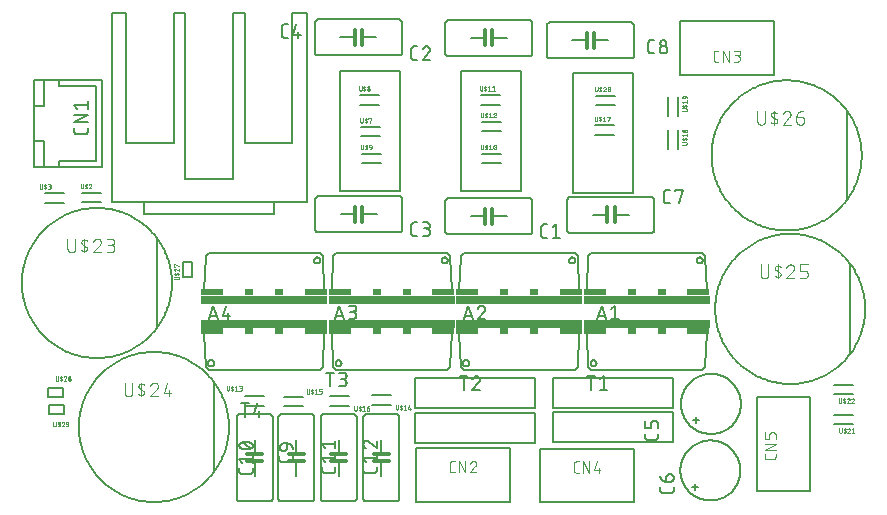
<source format=gbr>
G04 EAGLE Gerber RS-274X export*
G75*
%MOMM*%
%FSLAX34Y34*%
%LPD*%
%INSilkscreen Top*%
%IPPOS*%
%AMOC8*
5,1,8,0,0,1.08239X$1,22.5*%
G01*
%ADD10C,0.152400*%
%ADD11R,10.668000X0.762000*%
%ADD12R,1.905000X0.508000*%
%ADD13R,0.762000X0.508000*%
%ADD14C,0.127000*%
%ADD15C,0.304800*%
%ADD16C,0.076200*%
%ADD17C,0.025400*%
%ADD18C,0.101600*%


D10*
X479950Y184330D02*
X481220Y213540D01*
X483760Y216080D01*
X577740Y216080D01*
X580280Y213540D01*
X581550Y184330D01*
X573168Y209984D02*
X573170Y210084D01*
X573176Y210185D01*
X573186Y210284D01*
X573200Y210384D01*
X573217Y210483D01*
X573239Y210581D01*
X573265Y210678D01*
X573294Y210774D01*
X573327Y210868D01*
X573364Y210962D01*
X573404Y211054D01*
X573448Y211144D01*
X573496Y211232D01*
X573547Y211319D01*
X573601Y211403D01*
X573659Y211485D01*
X573720Y211565D01*
X573784Y211642D01*
X573851Y211717D01*
X573921Y211789D01*
X573994Y211858D01*
X574069Y211924D01*
X574147Y211988D01*
X574227Y212048D01*
X574310Y212105D01*
X574395Y212158D01*
X574482Y212208D01*
X574571Y212255D01*
X574661Y212298D01*
X574753Y212338D01*
X574847Y212374D01*
X574942Y212406D01*
X575038Y212434D01*
X575136Y212459D01*
X575234Y212479D01*
X575333Y212496D01*
X575433Y212509D01*
X575532Y212518D01*
X575633Y212523D01*
X575733Y212524D01*
X575833Y212521D01*
X575934Y212514D01*
X576033Y212503D01*
X576133Y212488D01*
X576231Y212470D01*
X576329Y212447D01*
X576426Y212420D01*
X576521Y212390D01*
X576616Y212356D01*
X576709Y212318D01*
X576800Y212277D01*
X576890Y212232D01*
X576978Y212184D01*
X577064Y212132D01*
X577148Y212077D01*
X577229Y212018D01*
X577308Y211956D01*
X577385Y211892D01*
X577459Y211824D01*
X577530Y211753D01*
X577599Y211680D01*
X577664Y211604D01*
X577727Y211525D01*
X577786Y211444D01*
X577842Y211361D01*
X577895Y211276D01*
X577944Y211188D01*
X577990Y211099D01*
X578032Y211008D01*
X578071Y210915D01*
X578106Y210821D01*
X578137Y210726D01*
X578165Y210629D01*
X578188Y210532D01*
X578208Y210433D01*
X578224Y210334D01*
X578236Y210235D01*
X578244Y210134D01*
X578248Y210034D01*
X578248Y209934D01*
X578244Y209834D01*
X578236Y209733D01*
X578224Y209634D01*
X578208Y209535D01*
X578188Y209436D01*
X578165Y209339D01*
X578137Y209242D01*
X578106Y209147D01*
X578071Y209053D01*
X578032Y208960D01*
X577990Y208869D01*
X577944Y208780D01*
X577895Y208692D01*
X577842Y208607D01*
X577786Y208524D01*
X577727Y208443D01*
X577664Y208364D01*
X577599Y208288D01*
X577530Y208215D01*
X577459Y208144D01*
X577385Y208076D01*
X577308Y208012D01*
X577229Y207950D01*
X577148Y207891D01*
X577064Y207836D01*
X576978Y207784D01*
X576890Y207736D01*
X576800Y207691D01*
X576709Y207650D01*
X576616Y207612D01*
X576521Y207578D01*
X576426Y207548D01*
X576329Y207521D01*
X576231Y207498D01*
X576133Y207480D01*
X576033Y207465D01*
X575934Y207454D01*
X575833Y207447D01*
X575733Y207444D01*
X575633Y207445D01*
X575532Y207450D01*
X575433Y207459D01*
X575333Y207472D01*
X575234Y207489D01*
X575136Y207509D01*
X575038Y207534D01*
X574942Y207562D01*
X574847Y207594D01*
X574753Y207630D01*
X574661Y207670D01*
X574571Y207713D01*
X574482Y207760D01*
X574395Y207810D01*
X574310Y207863D01*
X574227Y207920D01*
X574147Y207980D01*
X574069Y208044D01*
X573994Y208110D01*
X573921Y208179D01*
X573851Y208251D01*
X573784Y208326D01*
X573720Y208403D01*
X573659Y208483D01*
X573601Y208565D01*
X573547Y208649D01*
X573496Y208736D01*
X573448Y208824D01*
X573404Y208914D01*
X573364Y209006D01*
X573327Y209100D01*
X573294Y209194D01*
X573265Y209290D01*
X573239Y209387D01*
X573217Y209485D01*
X573200Y209584D01*
X573186Y209684D01*
X573176Y209783D01*
X573170Y209884D01*
X573168Y209984D01*
D11*
X530750Y176710D03*
D12*
X574565Y183060D03*
D13*
X543450Y183060D03*
X518050Y183060D03*
D12*
X486935Y183060D03*
D14*
X492650Y171757D02*
X488840Y160327D01*
X496460Y160327D02*
X492650Y171757D01*
X495508Y163185D02*
X489793Y163185D01*
X500905Y169217D02*
X504080Y171757D01*
X504080Y160327D01*
X500905Y160327D02*
X507255Y160327D01*
D10*
X372000Y184330D02*
X373270Y213540D01*
X375810Y216080D01*
X469790Y216080D01*
X472330Y213540D01*
X473600Y184330D01*
X465218Y209984D02*
X465220Y210084D01*
X465226Y210185D01*
X465236Y210284D01*
X465250Y210384D01*
X465267Y210483D01*
X465289Y210581D01*
X465315Y210678D01*
X465344Y210774D01*
X465377Y210868D01*
X465414Y210962D01*
X465454Y211054D01*
X465498Y211144D01*
X465546Y211232D01*
X465597Y211319D01*
X465651Y211403D01*
X465709Y211485D01*
X465770Y211565D01*
X465834Y211642D01*
X465901Y211717D01*
X465971Y211789D01*
X466044Y211858D01*
X466119Y211924D01*
X466197Y211988D01*
X466277Y212048D01*
X466360Y212105D01*
X466445Y212158D01*
X466532Y212208D01*
X466621Y212255D01*
X466711Y212298D01*
X466803Y212338D01*
X466897Y212374D01*
X466992Y212406D01*
X467088Y212434D01*
X467186Y212459D01*
X467284Y212479D01*
X467383Y212496D01*
X467483Y212509D01*
X467582Y212518D01*
X467683Y212523D01*
X467783Y212524D01*
X467883Y212521D01*
X467984Y212514D01*
X468083Y212503D01*
X468183Y212488D01*
X468281Y212470D01*
X468379Y212447D01*
X468476Y212420D01*
X468571Y212390D01*
X468666Y212356D01*
X468759Y212318D01*
X468850Y212277D01*
X468940Y212232D01*
X469028Y212184D01*
X469114Y212132D01*
X469198Y212077D01*
X469279Y212018D01*
X469358Y211956D01*
X469435Y211892D01*
X469509Y211824D01*
X469580Y211753D01*
X469649Y211680D01*
X469714Y211604D01*
X469777Y211525D01*
X469836Y211444D01*
X469892Y211361D01*
X469945Y211276D01*
X469994Y211188D01*
X470040Y211099D01*
X470082Y211008D01*
X470121Y210915D01*
X470156Y210821D01*
X470187Y210726D01*
X470215Y210629D01*
X470238Y210532D01*
X470258Y210433D01*
X470274Y210334D01*
X470286Y210235D01*
X470294Y210134D01*
X470298Y210034D01*
X470298Y209934D01*
X470294Y209834D01*
X470286Y209733D01*
X470274Y209634D01*
X470258Y209535D01*
X470238Y209436D01*
X470215Y209339D01*
X470187Y209242D01*
X470156Y209147D01*
X470121Y209053D01*
X470082Y208960D01*
X470040Y208869D01*
X469994Y208780D01*
X469945Y208692D01*
X469892Y208607D01*
X469836Y208524D01*
X469777Y208443D01*
X469714Y208364D01*
X469649Y208288D01*
X469580Y208215D01*
X469509Y208144D01*
X469435Y208076D01*
X469358Y208012D01*
X469279Y207950D01*
X469198Y207891D01*
X469114Y207836D01*
X469028Y207784D01*
X468940Y207736D01*
X468850Y207691D01*
X468759Y207650D01*
X468666Y207612D01*
X468571Y207578D01*
X468476Y207548D01*
X468379Y207521D01*
X468281Y207498D01*
X468183Y207480D01*
X468083Y207465D01*
X467984Y207454D01*
X467883Y207447D01*
X467783Y207444D01*
X467683Y207445D01*
X467582Y207450D01*
X467483Y207459D01*
X467383Y207472D01*
X467284Y207489D01*
X467186Y207509D01*
X467088Y207534D01*
X466992Y207562D01*
X466897Y207594D01*
X466803Y207630D01*
X466711Y207670D01*
X466621Y207713D01*
X466532Y207760D01*
X466445Y207810D01*
X466360Y207863D01*
X466277Y207920D01*
X466197Y207980D01*
X466119Y208044D01*
X466044Y208110D01*
X465971Y208179D01*
X465901Y208251D01*
X465834Y208326D01*
X465770Y208403D01*
X465709Y208483D01*
X465651Y208565D01*
X465597Y208649D01*
X465546Y208736D01*
X465498Y208824D01*
X465454Y208914D01*
X465414Y209006D01*
X465377Y209100D01*
X465344Y209194D01*
X465315Y209290D01*
X465289Y209387D01*
X465267Y209485D01*
X465250Y209584D01*
X465236Y209684D01*
X465226Y209783D01*
X465220Y209884D01*
X465218Y209984D01*
D11*
X422800Y176710D03*
D12*
X466615Y183060D03*
D13*
X435500Y183060D03*
X410100Y183060D03*
D12*
X378985Y183060D03*
D14*
X379620Y171757D02*
X375810Y160327D01*
X383430Y160327D02*
X379620Y171757D01*
X382478Y163185D02*
X376763Y163185D01*
X391368Y171758D02*
X391472Y171756D01*
X391577Y171750D01*
X391681Y171741D01*
X391784Y171728D01*
X391887Y171710D01*
X391989Y171690D01*
X392091Y171665D01*
X392191Y171637D01*
X392291Y171605D01*
X392389Y171569D01*
X392486Y171530D01*
X392581Y171488D01*
X392675Y171442D01*
X392767Y171392D01*
X392857Y171340D01*
X392945Y171284D01*
X393031Y171224D01*
X393115Y171162D01*
X393196Y171097D01*
X393275Y171029D01*
X393352Y170957D01*
X393425Y170884D01*
X393497Y170807D01*
X393565Y170728D01*
X393630Y170647D01*
X393692Y170563D01*
X393752Y170477D01*
X393808Y170389D01*
X393860Y170299D01*
X393910Y170207D01*
X393956Y170113D01*
X393998Y170018D01*
X394037Y169921D01*
X394073Y169823D01*
X394105Y169723D01*
X394133Y169623D01*
X394158Y169521D01*
X394178Y169419D01*
X394196Y169316D01*
X394209Y169213D01*
X394218Y169109D01*
X394224Y169004D01*
X394226Y168900D01*
X391368Y171757D02*
X391250Y171755D01*
X391131Y171749D01*
X391013Y171740D01*
X390896Y171727D01*
X390779Y171709D01*
X390662Y171689D01*
X390546Y171664D01*
X390431Y171636D01*
X390318Y171603D01*
X390205Y171568D01*
X390093Y171528D01*
X389983Y171486D01*
X389874Y171439D01*
X389766Y171389D01*
X389661Y171336D01*
X389557Y171279D01*
X389455Y171219D01*
X389355Y171156D01*
X389257Y171089D01*
X389161Y171020D01*
X389068Y170947D01*
X388977Y170871D01*
X388888Y170793D01*
X388802Y170711D01*
X388719Y170627D01*
X388638Y170541D01*
X388561Y170451D01*
X388486Y170360D01*
X388414Y170266D01*
X388345Y170169D01*
X388280Y170071D01*
X388217Y169970D01*
X388158Y169867D01*
X388102Y169763D01*
X388050Y169657D01*
X388001Y169549D01*
X387956Y169440D01*
X387914Y169329D01*
X387876Y169217D01*
X393273Y166678D02*
X393349Y166753D01*
X393424Y166832D01*
X393495Y166913D01*
X393564Y166997D01*
X393629Y167083D01*
X393691Y167171D01*
X393751Y167261D01*
X393807Y167353D01*
X393860Y167448D01*
X393909Y167544D01*
X393955Y167642D01*
X393998Y167741D01*
X394037Y167842D01*
X394072Y167944D01*
X394104Y168047D01*
X394132Y168151D01*
X394157Y168256D01*
X394178Y168363D01*
X394195Y168469D01*
X394208Y168576D01*
X394217Y168684D01*
X394223Y168792D01*
X394225Y168900D01*
X393273Y166677D02*
X387875Y160327D01*
X394225Y160327D01*
D10*
X264050Y184330D02*
X265320Y213540D01*
X267860Y216080D01*
X361840Y216080D01*
X364380Y213540D01*
X365650Y184330D01*
X357268Y209984D02*
X357270Y210084D01*
X357276Y210185D01*
X357286Y210284D01*
X357300Y210384D01*
X357317Y210483D01*
X357339Y210581D01*
X357365Y210678D01*
X357394Y210774D01*
X357427Y210868D01*
X357464Y210962D01*
X357504Y211054D01*
X357548Y211144D01*
X357596Y211232D01*
X357647Y211319D01*
X357701Y211403D01*
X357759Y211485D01*
X357820Y211565D01*
X357884Y211642D01*
X357951Y211717D01*
X358021Y211789D01*
X358094Y211858D01*
X358169Y211924D01*
X358247Y211988D01*
X358327Y212048D01*
X358410Y212105D01*
X358495Y212158D01*
X358582Y212208D01*
X358671Y212255D01*
X358761Y212298D01*
X358853Y212338D01*
X358947Y212374D01*
X359042Y212406D01*
X359138Y212434D01*
X359236Y212459D01*
X359334Y212479D01*
X359433Y212496D01*
X359533Y212509D01*
X359632Y212518D01*
X359733Y212523D01*
X359833Y212524D01*
X359933Y212521D01*
X360034Y212514D01*
X360133Y212503D01*
X360233Y212488D01*
X360331Y212470D01*
X360429Y212447D01*
X360526Y212420D01*
X360621Y212390D01*
X360716Y212356D01*
X360809Y212318D01*
X360900Y212277D01*
X360990Y212232D01*
X361078Y212184D01*
X361164Y212132D01*
X361248Y212077D01*
X361329Y212018D01*
X361408Y211956D01*
X361485Y211892D01*
X361559Y211824D01*
X361630Y211753D01*
X361699Y211680D01*
X361764Y211604D01*
X361827Y211525D01*
X361886Y211444D01*
X361942Y211361D01*
X361995Y211276D01*
X362044Y211188D01*
X362090Y211099D01*
X362132Y211008D01*
X362171Y210915D01*
X362206Y210821D01*
X362237Y210726D01*
X362265Y210629D01*
X362288Y210532D01*
X362308Y210433D01*
X362324Y210334D01*
X362336Y210235D01*
X362344Y210134D01*
X362348Y210034D01*
X362348Y209934D01*
X362344Y209834D01*
X362336Y209733D01*
X362324Y209634D01*
X362308Y209535D01*
X362288Y209436D01*
X362265Y209339D01*
X362237Y209242D01*
X362206Y209147D01*
X362171Y209053D01*
X362132Y208960D01*
X362090Y208869D01*
X362044Y208780D01*
X361995Y208692D01*
X361942Y208607D01*
X361886Y208524D01*
X361827Y208443D01*
X361764Y208364D01*
X361699Y208288D01*
X361630Y208215D01*
X361559Y208144D01*
X361485Y208076D01*
X361408Y208012D01*
X361329Y207950D01*
X361248Y207891D01*
X361164Y207836D01*
X361078Y207784D01*
X360990Y207736D01*
X360900Y207691D01*
X360809Y207650D01*
X360716Y207612D01*
X360621Y207578D01*
X360526Y207548D01*
X360429Y207521D01*
X360331Y207498D01*
X360233Y207480D01*
X360133Y207465D01*
X360034Y207454D01*
X359933Y207447D01*
X359833Y207444D01*
X359733Y207445D01*
X359632Y207450D01*
X359533Y207459D01*
X359433Y207472D01*
X359334Y207489D01*
X359236Y207509D01*
X359138Y207534D01*
X359042Y207562D01*
X358947Y207594D01*
X358853Y207630D01*
X358761Y207670D01*
X358671Y207713D01*
X358582Y207760D01*
X358495Y207810D01*
X358410Y207863D01*
X358327Y207920D01*
X358247Y207980D01*
X358169Y208044D01*
X358094Y208110D01*
X358021Y208179D01*
X357951Y208251D01*
X357884Y208326D01*
X357820Y208403D01*
X357759Y208483D01*
X357701Y208565D01*
X357647Y208649D01*
X357596Y208736D01*
X357548Y208824D01*
X357504Y208914D01*
X357464Y209006D01*
X357427Y209100D01*
X357394Y209194D01*
X357365Y209290D01*
X357339Y209387D01*
X357317Y209485D01*
X357300Y209584D01*
X357286Y209684D01*
X357276Y209783D01*
X357270Y209884D01*
X357268Y209984D01*
D11*
X314850Y176710D03*
D12*
X358665Y183060D03*
D13*
X327550Y183060D03*
X302150Y183060D03*
D12*
X271035Y183060D03*
D14*
X270400Y171757D02*
X266590Y160327D01*
X274210Y160327D02*
X270400Y171757D01*
X273258Y163185D02*
X267543Y163185D01*
X278655Y160327D02*
X281830Y160327D01*
X281941Y160329D01*
X282051Y160335D01*
X282162Y160344D01*
X282272Y160358D01*
X282381Y160375D01*
X282490Y160396D01*
X282598Y160421D01*
X282705Y160450D01*
X282811Y160482D01*
X282916Y160518D01*
X283019Y160558D01*
X283121Y160601D01*
X283222Y160648D01*
X283321Y160699D01*
X283418Y160752D01*
X283512Y160809D01*
X283605Y160870D01*
X283696Y160933D01*
X283785Y161000D01*
X283871Y161070D01*
X283954Y161143D01*
X284036Y161218D01*
X284114Y161296D01*
X284189Y161378D01*
X284262Y161461D01*
X284332Y161547D01*
X284399Y161636D01*
X284462Y161727D01*
X284523Y161820D01*
X284580Y161914D01*
X284633Y162011D01*
X284684Y162110D01*
X284731Y162211D01*
X284774Y162313D01*
X284814Y162416D01*
X284850Y162521D01*
X284882Y162627D01*
X284911Y162734D01*
X284936Y162842D01*
X284957Y162951D01*
X284974Y163060D01*
X284988Y163170D01*
X284997Y163281D01*
X285003Y163391D01*
X285005Y163502D01*
X285003Y163613D01*
X284997Y163723D01*
X284988Y163834D01*
X284974Y163944D01*
X284957Y164053D01*
X284936Y164162D01*
X284911Y164270D01*
X284882Y164377D01*
X284850Y164483D01*
X284814Y164588D01*
X284774Y164691D01*
X284731Y164793D01*
X284684Y164894D01*
X284633Y164993D01*
X284580Y165089D01*
X284523Y165184D01*
X284462Y165277D01*
X284399Y165368D01*
X284332Y165457D01*
X284262Y165543D01*
X284189Y165626D01*
X284114Y165708D01*
X284036Y165786D01*
X283954Y165861D01*
X283871Y165934D01*
X283785Y166004D01*
X283696Y166071D01*
X283605Y166134D01*
X283512Y166195D01*
X283418Y166252D01*
X283321Y166305D01*
X283222Y166356D01*
X283121Y166403D01*
X283019Y166446D01*
X282916Y166486D01*
X282811Y166522D01*
X282705Y166554D01*
X282598Y166583D01*
X282490Y166608D01*
X282381Y166629D01*
X282272Y166646D01*
X282162Y166660D01*
X282051Y166669D01*
X281941Y166675D01*
X281830Y166677D01*
X282465Y171757D02*
X278655Y171757D01*
X282465Y171757D02*
X282565Y171755D01*
X282664Y171749D01*
X282764Y171739D01*
X282862Y171726D01*
X282961Y171708D01*
X283058Y171687D01*
X283154Y171662D01*
X283250Y171633D01*
X283344Y171600D01*
X283437Y171564D01*
X283528Y171524D01*
X283618Y171480D01*
X283706Y171433D01*
X283792Y171383D01*
X283876Y171329D01*
X283958Y171272D01*
X284037Y171212D01*
X284115Y171148D01*
X284189Y171082D01*
X284261Y171013D01*
X284330Y170941D01*
X284396Y170867D01*
X284460Y170789D01*
X284520Y170710D01*
X284577Y170628D01*
X284631Y170544D01*
X284681Y170458D01*
X284728Y170370D01*
X284772Y170280D01*
X284812Y170189D01*
X284848Y170096D01*
X284881Y170002D01*
X284910Y169906D01*
X284935Y169810D01*
X284956Y169713D01*
X284974Y169614D01*
X284987Y169516D01*
X284997Y169416D01*
X285003Y169317D01*
X285005Y169217D01*
X285003Y169117D01*
X284997Y169018D01*
X284987Y168918D01*
X284974Y168820D01*
X284956Y168721D01*
X284935Y168624D01*
X284910Y168528D01*
X284881Y168432D01*
X284848Y168338D01*
X284812Y168245D01*
X284772Y168154D01*
X284728Y168064D01*
X284681Y167976D01*
X284631Y167890D01*
X284577Y167806D01*
X284520Y167724D01*
X284460Y167645D01*
X284396Y167567D01*
X284330Y167493D01*
X284261Y167421D01*
X284189Y167352D01*
X284115Y167286D01*
X284037Y167222D01*
X283958Y167162D01*
X283876Y167105D01*
X283792Y167051D01*
X283706Y167001D01*
X283618Y166954D01*
X283528Y166910D01*
X283437Y166870D01*
X283344Y166834D01*
X283250Y166801D01*
X283154Y166772D01*
X283058Y166747D01*
X282961Y166726D01*
X282862Y166708D01*
X282764Y166695D01*
X282664Y166685D01*
X282565Y166679D01*
X282465Y166677D01*
X279925Y166677D01*
D10*
X156100Y184330D02*
X157370Y213540D01*
X159910Y216080D01*
X253890Y216080D01*
X256430Y213540D01*
X257700Y184330D01*
X249318Y209984D02*
X249320Y210084D01*
X249326Y210185D01*
X249336Y210284D01*
X249350Y210384D01*
X249367Y210483D01*
X249389Y210581D01*
X249415Y210678D01*
X249444Y210774D01*
X249477Y210868D01*
X249514Y210962D01*
X249554Y211054D01*
X249598Y211144D01*
X249646Y211232D01*
X249697Y211319D01*
X249751Y211403D01*
X249809Y211485D01*
X249870Y211565D01*
X249934Y211642D01*
X250001Y211717D01*
X250071Y211789D01*
X250144Y211858D01*
X250219Y211924D01*
X250297Y211988D01*
X250377Y212048D01*
X250460Y212105D01*
X250545Y212158D01*
X250632Y212208D01*
X250721Y212255D01*
X250811Y212298D01*
X250903Y212338D01*
X250997Y212374D01*
X251092Y212406D01*
X251188Y212434D01*
X251286Y212459D01*
X251384Y212479D01*
X251483Y212496D01*
X251583Y212509D01*
X251682Y212518D01*
X251783Y212523D01*
X251883Y212524D01*
X251983Y212521D01*
X252084Y212514D01*
X252183Y212503D01*
X252283Y212488D01*
X252381Y212470D01*
X252479Y212447D01*
X252576Y212420D01*
X252671Y212390D01*
X252766Y212356D01*
X252859Y212318D01*
X252950Y212277D01*
X253040Y212232D01*
X253128Y212184D01*
X253214Y212132D01*
X253298Y212077D01*
X253379Y212018D01*
X253458Y211956D01*
X253535Y211892D01*
X253609Y211824D01*
X253680Y211753D01*
X253749Y211680D01*
X253814Y211604D01*
X253877Y211525D01*
X253936Y211444D01*
X253992Y211361D01*
X254045Y211276D01*
X254094Y211188D01*
X254140Y211099D01*
X254182Y211008D01*
X254221Y210915D01*
X254256Y210821D01*
X254287Y210726D01*
X254315Y210629D01*
X254338Y210532D01*
X254358Y210433D01*
X254374Y210334D01*
X254386Y210235D01*
X254394Y210134D01*
X254398Y210034D01*
X254398Y209934D01*
X254394Y209834D01*
X254386Y209733D01*
X254374Y209634D01*
X254358Y209535D01*
X254338Y209436D01*
X254315Y209339D01*
X254287Y209242D01*
X254256Y209147D01*
X254221Y209053D01*
X254182Y208960D01*
X254140Y208869D01*
X254094Y208780D01*
X254045Y208692D01*
X253992Y208607D01*
X253936Y208524D01*
X253877Y208443D01*
X253814Y208364D01*
X253749Y208288D01*
X253680Y208215D01*
X253609Y208144D01*
X253535Y208076D01*
X253458Y208012D01*
X253379Y207950D01*
X253298Y207891D01*
X253214Y207836D01*
X253128Y207784D01*
X253040Y207736D01*
X252950Y207691D01*
X252859Y207650D01*
X252766Y207612D01*
X252671Y207578D01*
X252576Y207548D01*
X252479Y207521D01*
X252381Y207498D01*
X252283Y207480D01*
X252183Y207465D01*
X252084Y207454D01*
X251983Y207447D01*
X251883Y207444D01*
X251783Y207445D01*
X251682Y207450D01*
X251583Y207459D01*
X251483Y207472D01*
X251384Y207489D01*
X251286Y207509D01*
X251188Y207534D01*
X251092Y207562D01*
X250997Y207594D01*
X250903Y207630D01*
X250811Y207670D01*
X250721Y207713D01*
X250632Y207760D01*
X250545Y207810D01*
X250460Y207863D01*
X250377Y207920D01*
X250297Y207980D01*
X250219Y208044D01*
X250144Y208110D01*
X250071Y208179D01*
X250001Y208251D01*
X249934Y208326D01*
X249870Y208403D01*
X249809Y208483D01*
X249751Y208565D01*
X249697Y208649D01*
X249646Y208736D01*
X249598Y208824D01*
X249554Y208914D01*
X249514Y209006D01*
X249477Y209100D01*
X249444Y209194D01*
X249415Y209290D01*
X249389Y209387D01*
X249367Y209485D01*
X249350Y209584D01*
X249336Y209684D01*
X249326Y209783D01*
X249320Y209884D01*
X249318Y209984D01*
D11*
X206900Y176710D03*
D12*
X250715Y183060D03*
D13*
X219600Y183060D03*
X194200Y183060D03*
D12*
X163085Y183060D03*
D14*
X163720Y171757D02*
X159910Y160327D01*
X167530Y160327D02*
X163720Y171757D01*
X166578Y163185D02*
X160863Y163185D01*
X171975Y162867D02*
X174515Y171757D01*
X171975Y162867D02*
X178325Y162867D01*
X176420Y165407D02*
X176420Y160327D01*
D15*
X400148Y241150D02*
X400148Y247500D01*
X400148Y253850D01*
D10*
X400148Y247500D02*
X412340Y247500D01*
D15*
X393798Y247500D02*
X393798Y241150D01*
X393798Y247500D02*
X393798Y253850D01*
D10*
X393798Y247500D02*
X381860Y247500D01*
X433930Y234800D02*
X433930Y260200D01*
X431390Y262740D02*
X362810Y262740D01*
X360270Y260200D02*
X360270Y234800D01*
X362810Y232260D02*
X431390Y232260D01*
X362810Y232260D02*
X362710Y232262D01*
X362611Y232268D01*
X362511Y232278D01*
X362413Y232291D01*
X362314Y232309D01*
X362217Y232330D01*
X362121Y232355D01*
X362025Y232384D01*
X361931Y232417D01*
X361838Y232453D01*
X361747Y232493D01*
X361657Y232537D01*
X361569Y232584D01*
X361483Y232634D01*
X361399Y232688D01*
X361317Y232745D01*
X361238Y232805D01*
X361160Y232869D01*
X361086Y232935D01*
X361014Y233004D01*
X360945Y233076D01*
X360879Y233150D01*
X360815Y233228D01*
X360755Y233307D01*
X360698Y233389D01*
X360644Y233473D01*
X360594Y233559D01*
X360547Y233647D01*
X360503Y233737D01*
X360463Y233828D01*
X360427Y233921D01*
X360394Y234015D01*
X360365Y234111D01*
X360340Y234207D01*
X360319Y234304D01*
X360301Y234403D01*
X360288Y234501D01*
X360278Y234601D01*
X360272Y234700D01*
X360270Y234800D01*
X360270Y260200D02*
X360272Y260300D01*
X360278Y260399D01*
X360288Y260499D01*
X360301Y260597D01*
X360319Y260696D01*
X360340Y260793D01*
X360365Y260889D01*
X360394Y260985D01*
X360427Y261079D01*
X360463Y261172D01*
X360503Y261263D01*
X360547Y261353D01*
X360594Y261441D01*
X360644Y261527D01*
X360698Y261611D01*
X360755Y261693D01*
X360815Y261772D01*
X360879Y261850D01*
X360945Y261924D01*
X361014Y261996D01*
X361086Y262065D01*
X361160Y262131D01*
X361238Y262195D01*
X361317Y262255D01*
X361399Y262312D01*
X361483Y262366D01*
X361569Y262416D01*
X361657Y262463D01*
X361747Y262507D01*
X361838Y262547D01*
X361931Y262583D01*
X362025Y262616D01*
X362121Y262645D01*
X362217Y262670D01*
X362314Y262691D01*
X362413Y262709D01*
X362511Y262722D01*
X362611Y262732D01*
X362710Y262738D01*
X362810Y262740D01*
X431390Y262740D02*
X431490Y262738D01*
X431589Y262732D01*
X431689Y262722D01*
X431787Y262709D01*
X431886Y262691D01*
X431983Y262670D01*
X432079Y262645D01*
X432175Y262616D01*
X432269Y262583D01*
X432362Y262547D01*
X432453Y262507D01*
X432543Y262463D01*
X432631Y262416D01*
X432717Y262366D01*
X432801Y262312D01*
X432883Y262255D01*
X432962Y262195D01*
X433040Y262131D01*
X433114Y262065D01*
X433186Y261996D01*
X433255Y261924D01*
X433321Y261850D01*
X433385Y261772D01*
X433445Y261693D01*
X433502Y261611D01*
X433556Y261527D01*
X433606Y261441D01*
X433653Y261353D01*
X433697Y261263D01*
X433737Y261172D01*
X433773Y261079D01*
X433806Y260985D01*
X433835Y260889D01*
X433860Y260793D01*
X433881Y260696D01*
X433899Y260597D01*
X433912Y260499D01*
X433922Y260399D01*
X433928Y260300D01*
X433930Y260200D01*
X433930Y234800D02*
X433928Y234700D01*
X433922Y234601D01*
X433912Y234501D01*
X433899Y234403D01*
X433881Y234304D01*
X433860Y234207D01*
X433835Y234111D01*
X433806Y234015D01*
X433773Y233921D01*
X433737Y233828D01*
X433697Y233737D01*
X433653Y233647D01*
X433606Y233559D01*
X433556Y233473D01*
X433502Y233389D01*
X433445Y233307D01*
X433385Y233228D01*
X433321Y233150D01*
X433255Y233076D01*
X433186Y233004D01*
X433114Y232935D01*
X433040Y232869D01*
X432962Y232805D01*
X432883Y232745D01*
X432801Y232688D01*
X432717Y232634D01*
X432631Y232584D01*
X432543Y232537D01*
X432453Y232493D01*
X432362Y232453D01*
X432269Y232417D01*
X432175Y232384D01*
X432079Y232355D01*
X431983Y232330D01*
X431886Y232309D01*
X431787Y232291D01*
X431689Y232278D01*
X431589Y232268D01*
X431490Y232262D01*
X431390Y232260D01*
D14*
X444053Y229085D02*
X446593Y229085D01*
X444053Y229085D02*
X443953Y229087D01*
X443854Y229093D01*
X443754Y229103D01*
X443656Y229116D01*
X443557Y229134D01*
X443460Y229155D01*
X443364Y229180D01*
X443268Y229209D01*
X443174Y229242D01*
X443081Y229278D01*
X442990Y229318D01*
X442900Y229362D01*
X442812Y229409D01*
X442726Y229459D01*
X442642Y229513D01*
X442560Y229570D01*
X442481Y229630D01*
X442403Y229694D01*
X442329Y229760D01*
X442257Y229829D01*
X442188Y229901D01*
X442122Y229975D01*
X442058Y230053D01*
X441998Y230132D01*
X441941Y230214D01*
X441887Y230298D01*
X441837Y230384D01*
X441790Y230472D01*
X441746Y230562D01*
X441706Y230653D01*
X441670Y230746D01*
X441637Y230840D01*
X441608Y230936D01*
X441583Y231032D01*
X441562Y231129D01*
X441544Y231228D01*
X441531Y231326D01*
X441521Y231426D01*
X441515Y231525D01*
X441513Y231625D01*
X441513Y237975D01*
X441515Y238075D01*
X441521Y238174D01*
X441531Y238274D01*
X441544Y238372D01*
X441562Y238471D01*
X441583Y238568D01*
X441608Y238664D01*
X441637Y238760D01*
X441670Y238854D01*
X441706Y238947D01*
X441746Y239038D01*
X441790Y239128D01*
X441837Y239216D01*
X441887Y239302D01*
X441941Y239386D01*
X441998Y239468D01*
X442058Y239547D01*
X442122Y239625D01*
X442188Y239699D01*
X442257Y239771D01*
X442329Y239840D01*
X442403Y239906D01*
X442481Y239970D01*
X442560Y240030D01*
X442642Y240087D01*
X442726Y240141D01*
X442812Y240191D01*
X442900Y240238D01*
X442990Y240282D01*
X443081Y240322D01*
X443174Y240358D01*
X443268Y240391D01*
X443364Y240420D01*
X443460Y240445D01*
X443557Y240466D01*
X443656Y240484D01*
X443754Y240497D01*
X443854Y240507D01*
X443953Y240513D01*
X444053Y240515D01*
X446593Y240515D01*
X451075Y237975D02*
X454250Y240515D01*
X454250Y229085D01*
X451075Y229085D02*
X457425Y229085D01*
D15*
X400148Y391950D02*
X400148Y398300D01*
X400148Y404650D01*
D10*
X400148Y398300D02*
X412340Y398300D01*
D15*
X393798Y398300D02*
X393798Y391950D01*
X393798Y398300D02*
X393798Y404650D01*
D10*
X393798Y398300D02*
X381860Y398300D01*
X433930Y385600D02*
X433930Y411000D01*
X431390Y413540D02*
X362810Y413540D01*
X360270Y411000D02*
X360270Y385600D01*
X362810Y383060D02*
X431390Y383060D01*
X362810Y383060D02*
X362710Y383062D01*
X362611Y383068D01*
X362511Y383078D01*
X362413Y383091D01*
X362314Y383109D01*
X362217Y383130D01*
X362121Y383155D01*
X362025Y383184D01*
X361931Y383217D01*
X361838Y383253D01*
X361747Y383293D01*
X361657Y383337D01*
X361569Y383384D01*
X361483Y383434D01*
X361399Y383488D01*
X361317Y383545D01*
X361238Y383605D01*
X361160Y383669D01*
X361086Y383735D01*
X361014Y383804D01*
X360945Y383876D01*
X360879Y383950D01*
X360815Y384028D01*
X360755Y384107D01*
X360698Y384189D01*
X360644Y384273D01*
X360594Y384359D01*
X360547Y384447D01*
X360503Y384537D01*
X360463Y384628D01*
X360427Y384721D01*
X360394Y384815D01*
X360365Y384911D01*
X360340Y385007D01*
X360319Y385104D01*
X360301Y385203D01*
X360288Y385301D01*
X360278Y385401D01*
X360272Y385500D01*
X360270Y385600D01*
X360270Y411000D02*
X360272Y411100D01*
X360278Y411199D01*
X360288Y411299D01*
X360301Y411397D01*
X360319Y411496D01*
X360340Y411593D01*
X360365Y411689D01*
X360394Y411785D01*
X360427Y411879D01*
X360463Y411972D01*
X360503Y412063D01*
X360547Y412153D01*
X360594Y412241D01*
X360644Y412327D01*
X360698Y412411D01*
X360755Y412493D01*
X360815Y412572D01*
X360879Y412650D01*
X360945Y412724D01*
X361014Y412796D01*
X361086Y412865D01*
X361160Y412931D01*
X361238Y412995D01*
X361317Y413055D01*
X361399Y413112D01*
X361483Y413166D01*
X361569Y413216D01*
X361657Y413263D01*
X361747Y413307D01*
X361838Y413347D01*
X361931Y413383D01*
X362025Y413416D01*
X362121Y413445D01*
X362217Y413470D01*
X362314Y413491D01*
X362413Y413509D01*
X362511Y413522D01*
X362611Y413532D01*
X362710Y413538D01*
X362810Y413540D01*
X431390Y413540D02*
X431490Y413538D01*
X431589Y413532D01*
X431689Y413522D01*
X431787Y413509D01*
X431886Y413491D01*
X431983Y413470D01*
X432079Y413445D01*
X432175Y413416D01*
X432269Y413383D01*
X432362Y413347D01*
X432453Y413307D01*
X432543Y413263D01*
X432631Y413216D01*
X432717Y413166D01*
X432801Y413112D01*
X432883Y413055D01*
X432962Y412995D01*
X433040Y412931D01*
X433114Y412865D01*
X433186Y412796D01*
X433255Y412724D01*
X433321Y412650D01*
X433385Y412572D01*
X433445Y412493D01*
X433502Y412411D01*
X433556Y412327D01*
X433606Y412241D01*
X433653Y412153D01*
X433697Y412063D01*
X433737Y411972D01*
X433773Y411879D01*
X433806Y411785D01*
X433835Y411689D01*
X433860Y411593D01*
X433881Y411496D01*
X433899Y411397D01*
X433912Y411299D01*
X433922Y411199D01*
X433928Y411100D01*
X433930Y411000D01*
X433930Y385600D02*
X433928Y385500D01*
X433922Y385401D01*
X433912Y385301D01*
X433899Y385203D01*
X433881Y385104D01*
X433860Y385007D01*
X433835Y384911D01*
X433806Y384815D01*
X433773Y384721D01*
X433737Y384628D01*
X433697Y384537D01*
X433653Y384447D01*
X433606Y384359D01*
X433556Y384273D01*
X433502Y384189D01*
X433445Y384107D01*
X433385Y384028D01*
X433321Y383950D01*
X433255Y383876D01*
X433186Y383804D01*
X433114Y383735D01*
X433040Y383669D01*
X432962Y383605D01*
X432883Y383545D01*
X432801Y383488D01*
X432717Y383434D01*
X432631Y383384D01*
X432543Y383337D01*
X432453Y383293D01*
X432362Y383253D01*
X432269Y383217D01*
X432175Y383184D01*
X432079Y383155D01*
X431983Y383130D01*
X431886Y383109D01*
X431787Y383091D01*
X431689Y383078D01*
X431589Y383068D01*
X431490Y383062D01*
X431390Y383060D01*
D14*
X336593Y379885D02*
X334053Y379885D01*
X333953Y379887D01*
X333854Y379893D01*
X333754Y379903D01*
X333656Y379916D01*
X333557Y379934D01*
X333460Y379955D01*
X333364Y379980D01*
X333268Y380009D01*
X333174Y380042D01*
X333081Y380078D01*
X332990Y380118D01*
X332900Y380162D01*
X332812Y380209D01*
X332726Y380259D01*
X332642Y380313D01*
X332560Y380370D01*
X332481Y380430D01*
X332403Y380494D01*
X332329Y380560D01*
X332257Y380629D01*
X332188Y380701D01*
X332122Y380775D01*
X332058Y380853D01*
X331998Y380932D01*
X331941Y381014D01*
X331887Y381098D01*
X331837Y381184D01*
X331790Y381272D01*
X331746Y381362D01*
X331706Y381453D01*
X331670Y381546D01*
X331637Y381640D01*
X331608Y381736D01*
X331583Y381832D01*
X331562Y381929D01*
X331544Y382028D01*
X331531Y382126D01*
X331521Y382226D01*
X331515Y382325D01*
X331513Y382425D01*
X331513Y388775D01*
X331515Y388875D01*
X331521Y388974D01*
X331531Y389074D01*
X331544Y389172D01*
X331562Y389271D01*
X331583Y389368D01*
X331608Y389464D01*
X331637Y389560D01*
X331670Y389654D01*
X331706Y389747D01*
X331746Y389838D01*
X331790Y389928D01*
X331837Y390016D01*
X331887Y390102D01*
X331941Y390186D01*
X331998Y390268D01*
X332058Y390347D01*
X332122Y390425D01*
X332188Y390499D01*
X332257Y390571D01*
X332329Y390640D01*
X332403Y390706D01*
X332481Y390770D01*
X332560Y390830D01*
X332642Y390887D01*
X332726Y390941D01*
X332812Y390991D01*
X332900Y391038D01*
X332990Y391082D01*
X333081Y391122D01*
X333174Y391158D01*
X333268Y391191D01*
X333364Y391220D01*
X333460Y391245D01*
X333557Y391266D01*
X333656Y391284D01*
X333754Y391297D01*
X333854Y391307D01*
X333953Y391313D01*
X334053Y391315D01*
X336593Y391315D01*
X344568Y391316D02*
X344672Y391314D01*
X344777Y391308D01*
X344881Y391299D01*
X344984Y391286D01*
X345087Y391268D01*
X345189Y391248D01*
X345291Y391223D01*
X345391Y391195D01*
X345491Y391163D01*
X345589Y391127D01*
X345686Y391088D01*
X345781Y391046D01*
X345875Y391000D01*
X345967Y390950D01*
X346057Y390898D01*
X346145Y390842D01*
X346231Y390782D01*
X346315Y390720D01*
X346396Y390655D01*
X346475Y390587D01*
X346552Y390515D01*
X346625Y390442D01*
X346697Y390365D01*
X346765Y390286D01*
X346830Y390205D01*
X346892Y390121D01*
X346952Y390035D01*
X347008Y389947D01*
X347060Y389857D01*
X347110Y389765D01*
X347156Y389671D01*
X347198Y389576D01*
X347237Y389479D01*
X347273Y389381D01*
X347305Y389281D01*
X347333Y389181D01*
X347358Y389079D01*
X347378Y388977D01*
X347396Y388874D01*
X347409Y388771D01*
X347418Y388667D01*
X347424Y388562D01*
X347426Y388458D01*
X344568Y391315D02*
X344450Y391313D01*
X344331Y391307D01*
X344213Y391298D01*
X344096Y391285D01*
X343979Y391267D01*
X343862Y391247D01*
X343746Y391222D01*
X343631Y391194D01*
X343518Y391161D01*
X343405Y391126D01*
X343293Y391086D01*
X343183Y391044D01*
X343074Y390997D01*
X342966Y390947D01*
X342861Y390894D01*
X342757Y390837D01*
X342655Y390777D01*
X342555Y390714D01*
X342457Y390647D01*
X342361Y390578D01*
X342268Y390505D01*
X342177Y390429D01*
X342088Y390351D01*
X342002Y390269D01*
X341919Y390185D01*
X341838Y390099D01*
X341761Y390009D01*
X341686Y389918D01*
X341614Y389824D01*
X341545Y389727D01*
X341480Y389629D01*
X341417Y389528D01*
X341358Y389425D01*
X341302Y389321D01*
X341250Y389215D01*
X341201Y389107D01*
X341156Y388998D01*
X341114Y388887D01*
X341076Y388775D01*
X346473Y386236D02*
X346549Y386311D01*
X346624Y386390D01*
X346695Y386471D01*
X346764Y386555D01*
X346829Y386641D01*
X346891Y386729D01*
X346951Y386819D01*
X347007Y386911D01*
X347060Y387006D01*
X347109Y387102D01*
X347155Y387200D01*
X347198Y387299D01*
X347237Y387400D01*
X347272Y387502D01*
X347304Y387605D01*
X347332Y387709D01*
X347357Y387814D01*
X347378Y387921D01*
X347395Y388027D01*
X347408Y388134D01*
X347417Y388242D01*
X347423Y388350D01*
X347425Y388458D01*
X346473Y386235D02*
X341075Y379885D01*
X347425Y379885D01*
D15*
X290148Y249100D02*
X290148Y242750D01*
X290148Y249100D02*
X290148Y255450D01*
D10*
X290148Y249100D02*
X302340Y249100D01*
D15*
X283798Y249100D02*
X283798Y242750D01*
X283798Y249100D02*
X283798Y255450D01*
D10*
X283798Y249100D02*
X271860Y249100D01*
X323930Y236400D02*
X323930Y261800D01*
X321390Y264340D02*
X252810Y264340D01*
X250270Y261800D02*
X250270Y236400D01*
X252810Y233860D02*
X321390Y233860D01*
X252810Y233860D02*
X252710Y233862D01*
X252611Y233868D01*
X252511Y233878D01*
X252413Y233891D01*
X252314Y233909D01*
X252217Y233930D01*
X252121Y233955D01*
X252025Y233984D01*
X251931Y234017D01*
X251838Y234053D01*
X251747Y234093D01*
X251657Y234137D01*
X251569Y234184D01*
X251483Y234234D01*
X251399Y234288D01*
X251317Y234345D01*
X251238Y234405D01*
X251160Y234469D01*
X251086Y234535D01*
X251014Y234604D01*
X250945Y234676D01*
X250879Y234750D01*
X250815Y234828D01*
X250755Y234907D01*
X250698Y234989D01*
X250644Y235073D01*
X250594Y235159D01*
X250547Y235247D01*
X250503Y235337D01*
X250463Y235428D01*
X250427Y235521D01*
X250394Y235615D01*
X250365Y235711D01*
X250340Y235807D01*
X250319Y235904D01*
X250301Y236003D01*
X250288Y236101D01*
X250278Y236201D01*
X250272Y236300D01*
X250270Y236400D01*
X250270Y261800D02*
X250272Y261900D01*
X250278Y261999D01*
X250288Y262099D01*
X250301Y262197D01*
X250319Y262296D01*
X250340Y262393D01*
X250365Y262489D01*
X250394Y262585D01*
X250427Y262679D01*
X250463Y262772D01*
X250503Y262863D01*
X250547Y262953D01*
X250594Y263041D01*
X250644Y263127D01*
X250698Y263211D01*
X250755Y263293D01*
X250815Y263372D01*
X250879Y263450D01*
X250945Y263524D01*
X251014Y263596D01*
X251086Y263665D01*
X251160Y263731D01*
X251238Y263795D01*
X251317Y263855D01*
X251399Y263912D01*
X251483Y263966D01*
X251569Y264016D01*
X251657Y264063D01*
X251747Y264107D01*
X251838Y264147D01*
X251931Y264183D01*
X252025Y264216D01*
X252121Y264245D01*
X252217Y264270D01*
X252314Y264291D01*
X252413Y264309D01*
X252511Y264322D01*
X252611Y264332D01*
X252710Y264338D01*
X252810Y264340D01*
X321390Y264340D02*
X321490Y264338D01*
X321589Y264332D01*
X321689Y264322D01*
X321787Y264309D01*
X321886Y264291D01*
X321983Y264270D01*
X322079Y264245D01*
X322175Y264216D01*
X322269Y264183D01*
X322362Y264147D01*
X322453Y264107D01*
X322543Y264063D01*
X322631Y264016D01*
X322717Y263966D01*
X322801Y263912D01*
X322883Y263855D01*
X322962Y263795D01*
X323040Y263731D01*
X323114Y263665D01*
X323186Y263596D01*
X323255Y263524D01*
X323321Y263450D01*
X323385Y263372D01*
X323445Y263293D01*
X323502Y263211D01*
X323556Y263127D01*
X323606Y263041D01*
X323653Y262953D01*
X323697Y262863D01*
X323737Y262772D01*
X323773Y262679D01*
X323806Y262585D01*
X323835Y262489D01*
X323860Y262393D01*
X323881Y262296D01*
X323899Y262197D01*
X323912Y262099D01*
X323922Y261999D01*
X323928Y261900D01*
X323930Y261800D01*
X323930Y236400D02*
X323928Y236300D01*
X323922Y236201D01*
X323912Y236101D01*
X323899Y236003D01*
X323881Y235904D01*
X323860Y235807D01*
X323835Y235711D01*
X323806Y235615D01*
X323773Y235521D01*
X323737Y235428D01*
X323697Y235337D01*
X323653Y235247D01*
X323606Y235159D01*
X323556Y235073D01*
X323502Y234989D01*
X323445Y234907D01*
X323385Y234828D01*
X323321Y234750D01*
X323255Y234676D01*
X323186Y234604D01*
X323114Y234535D01*
X323040Y234469D01*
X322962Y234405D01*
X322883Y234345D01*
X322801Y234288D01*
X322717Y234234D01*
X322631Y234184D01*
X322543Y234137D01*
X322453Y234093D01*
X322362Y234053D01*
X322269Y234017D01*
X322175Y233984D01*
X322079Y233955D01*
X321983Y233930D01*
X321886Y233909D01*
X321787Y233891D01*
X321689Y233878D01*
X321589Y233868D01*
X321490Y233862D01*
X321390Y233860D01*
D14*
X334053Y230685D02*
X336593Y230685D01*
X334053Y230685D02*
X333953Y230687D01*
X333854Y230693D01*
X333754Y230703D01*
X333656Y230716D01*
X333557Y230734D01*
X333460Y230755D01*
X333364Y230780D01*
X333268Y230809D01*
X333174Y230842D01*
X333081Y230878D01*
X332990Y230918D01*
X332900Y230962D01*
X332812Y231009D01*
X332726Y231059D01*
X332642Y231113D01*
X332560Y231170D01*
X332481Y231230D01*
X332403Y231294D01*
X332329Y231360D01*
X332257Y231429D01*
X332188Y231501D01*
X332122Y231575D01*
X332058Y231653D01*
X331998Y231732D01*
X331941Y231814D01*
X331887Y231898D01*
X331837Y231984D01*
X331790Y232072D01*
X331746Y232162D01*
X331706Y232253D01*
X331670Y232346D01*
X331637Y232440D01*
X331608Y232536D01*
X331583Y232632D01*
X331562Y232729D01*
X331544Y232828D01*
X331531Y232926D01*
X331521Y233026D01*
X331515Y233125D01*
X331513Y233225D01*
X331513Y239575D01*
X331515Y239675D01*
X331521Y239774D01*
X331531Y239874D01*
X331544Y239972D01*
X331562Y240071D01*
X331583Y240168D01*
X331608Y240264D01*
X331637Y240360D01*
X331670Y240454D01*
X331706Y240547D01*
X331746Y240638D01*
X331790Y240728D01*
X331837Y240816D01*
X331887Y240902D01*
X331941Y240986D01*
X331998Y241068D01*
X332058Y241147D01*
X332122Y241225D01*
X332188Y241299D01*
X332257Y241371D01*
X332329Y241440D01*
X332403Y241506D01*
X332481Y241570D01*
X332560Y241630D01*
X332642Y241687D01*
X332726Y241741D01*
X332812Y241791D01*
X332900Y241838D01*
X332990Y241882D01*
X333081Y241922D01*
X333174Y241958D01*
X333268Y241991D01*
X333364Y242020D01*
X333460Y242045D01*
X333557Y242066D01*
X333656Y242084D01*
X333754Y242097D01*
X333854Y242107D01*
X333953Y242113D01*
X334053Y242115D01*
X336593Y242115D01*
X341075Y230685D02*
X344250Y230685D01*
X344361Y230687D01*
X344471Y230693D01*
X344582Y230702D01*
X344692Y230716D01*
X344801Y230733D01*
X344910Y230754D01*
X345018Y230779D01*
X345125Y230808D01*
X345231Y230840D01*
X345336Y230876D01*
X345439Y230916D01*
X345541Y230959D01*
X345642Y231006D01*
X345741Y231057D01*
X345838Y231110D01*
X345932Y231167D01*
X346025Y231228D01*
X346116Y231291D01*
X346205Y231358D01*
X346291Y231428D01*
X346374Y231501D01*
X346456Y231576D01*
X346534Y231654D01*
X346609Y231736D01*
X346682Y231819D01*
X346752Y231905D01*
X346819Y231994D01*
X346882Y232085D01*
X346943Y232178D01*
X347000Y232272D01*
X347053Y232369D01*
X347104Y232468D01*
X347151Y232569D01*
X347194Y232671D01*
X347234Y232774D01*
X347270Y232879D01*
X347302Y232985D01*
X347331Y233092D01*
X347356Y233200D01*
X347377Y233309D01*
X347394Y233418D01*
X347408Y233528D01*
X347417Y233639D01*
X347423Y233749D01*
X347425Y233860D01*
X347423Y233971D01*
X347417Y234081D01*
X347408Y234192D01*
X347394Y234302D01*
X347377Y234411D01*
X347356Y234520D01*
X347331Y234628D01*
X347302Y234735D01*
X347270Y234841D01*
X347234Y234946D01*
X347194Y235049D01*
X347151Y235151D01*
X347104Y235252D01*
X347053Y235351D01*
X347000Y235447D01*
X346943Y235542D01*
X346882Y235635D01*
X346819Y235726D01*
X346752Y235815D01*
X346682Y235901D01*
X346609Y235984D01*
X346534Y236066D01*
X346456Y236144D01*
X346374Y236219D01*
X346291Y236292D01*
X346205Y236362D01*
X346116Y236429D01*
X346025Y236492D01*
X345932Y236553D01*
X345838Y236610D01*
X345741Y236663D01*
X345642Y236714D01*
X345541Y236761D01*
X345439Y236804D01*
X345336Y236844D01*
X345231Y236880D01*
X345125Y236912D01*
X345018Y236941D01*
X344910Y236966D01*
X344801Y236987D01*
X344692Y237004D01*
X344582Y237018D01*
X344471Y237027D01*
X344361Y237033D01*
X344250Y237035D01*
X344885Y242115D02*
X341075Y242115D01*
X344885Y242115D02*
X344985Y242113D01*
X345084Y242107D01*
X345184Y242097D01*
X345282Y242084D01*
X345381Y242066D01*
X345478Y242045D01*
X345574Y242020D01*
X345670Y241991D01*
X345764Y241958D01*
X345857Y241922D01*
X345948Y241882D01*
X346038Y241838D01*
X346126Y241791D01*
X346212Y241741D01*
X346296Y241687D01*
X346378Y241630D01*
X346457Y241570D01*
X346535Y241506D01*
X346609Y241440D01*
X346681Y241371D01*
X346750Y241299D01*
X346816Y241225D01*
X346880Y241147D01*
X346940Y241068D01*
X346997Y240986D01*
X347051Y240902D01*
X347101Y240816D01*
X347148Y240728D01*
X347192Y240638D01*
X347232Y240547D01*
X347268Y240454D01*
X347301Y240360D01*
X347330Y240264D01*
X347355Y240168D01*
X347376Y240071D01*
X347394Y239972D01*
X347407Y239874D01*
X347417Y239774D01*
X347423Y239675D01*
X347425Y239575D01*
X347423Y239475D01*
X347417Y239376D01*
X347407Y239276D01*
X347394Y239178D01*
X347376Y239079D01*
X347355Y238982D01*
X347330Y238886D01*
X347301Y238790D01*
X347268Y238696D01*
X347232Y238603D01*
X347192Y238512D01*
X347148Y238422D01*
X347101Y238334D01*
X347051Y238248D01*
X346997Y238164D01*
X346940Y238082D01*
X346880Y238003D01*
X346816Y237925D01*
X346750Y237851D01*
X346681Y237779D01*
X346609Y237710D01*
X346535Y237644D01*
X346457Y237580D01*
X346378Y237520D01*
X346296Y237463D01*
X346212Y237409D01*
X346126Y237359D01*
X346038Y237312D01*
X345948Y237268D01*
X345857Y237228D01*
X345764Y237192D01*
X345670Y237159D01*
X345574Y237130D01*
X345478Y237105D01*
X345381Y237084D01*
X345282Y237066D01*
X345184Y237053D01*
X345084Y237043D01*
X344985Y237037D01*
X344885Y237035D01*
X342345Y237035D01*
D15*
X283752Y398800D02*
X283752Y405150D01*
X283752Y398800D02*
X283752Y392450D01*
D10*
X283752Y398800D02*
X271560Y398800D01*
D15*
X290102Y398800D02*
X290102Y405150D01*
X290102Y398800D02*
X290102Y392450D01*
D10*
X290102Y398800D02*
X302040Y398800D01*
X249970Y411500D02*
X249970Y386100D01*
X252510Y383560D02*
X321090Y383560D01*
X323630Y386100D02*
X323630Y411500D01*
X321090Y414040D02*
X252510Y414040D01*
X321090Y414040D02*
X321190Y414038D01*
X321289Y414032D01*
X321389Y414022D01*
X321487Y414009D01*
X321586Y413991D01*
X321683Y413970D01*
X321779Y413945D01*
X321875Y413916D01*
X321969Y413883D01*
X322062Y413847D01*
X322153Y413807D01*
X322243Y413763D01*
X322331Y413716D01*
X322417Y413666D01*
X322501Y413612D01*
X322583Y413555D01*
X322662Y413495D01*
X322740Y413431D01*
X322814Y413365D01*
X322886Y413296D01*
X322955Y413224D01*
X323021Y413150D01*
X323085Y413072D01*
X323145Y412993D01*
X323202Y412911D01*
X323256Y412827D01*
X323306Y412741D01*
X323353Y412653D01*
X323397Y412563D01*
X323437Y412472D01*
X323473Y412379D01*
X323506Y412285D01*
X323535Y412189D01*
X323560Y412093D01*
X323581Y411996D01*
X323599Y411897D01*
X323612Y411799D01*
X323622Y411699D01*
X323628Y411600D01*
X323630Y411500D01*
X323630Y386100D02*
X323628Y386000D01*
X323622Y385901D01*
X323612Y385801D01*
X323599Y385703D01*
X323581Y385604D01*
X323560Y385507D01*
X323535Y385411D01*
X323506Y385315D01*
X323473Y385221D01*
X323437Y385128D01*
X323397Y385037D01*
X323353Y384947D01*
X323306Y384859D01*
X323256Y384773D01*
X323202Y384689D01*
X323145Y384607D01*
X323085Y384528D01*
X323021Y384450D01*
X322955Y384376D01*
X322886Y384304D01*
X322814Y384235D01*
X322740Y384169D01*
X322662Y384105D01*
X322583Y384045D01*
X322501Y383988D01*
X322417Y383934D01*
X322331Y383884D01*
X322243Y383837D01*
X322153Y383793D01*
X322062Y383753D01*
X321969Y383717D01*
X321875Y383684D01*
X321779Y383655D01*
X321683Y383630D01*
X321586Y383609D01*
X321487Y383591D01*
X321389Y383578D01*
X321289Y383568D01*
X321190Y383562D01*
X321090Y383560D01*
X252510Y383560D02*
X252410Y383562D01*
X252311Y383568D01*
X252211Y383578D01*
X252113Y383591D01*
X252014Y383609D01*
X251917Y383630D01*
X251821Y383655D01*
X251725Y383684D01*
X251631Y383717D01*
X251538Y383753D01*
X251447Y383793D01*
X251357Y383837D01*
X251269Y383884D01*
X251183Y383934D01*
X251099Y383988D01*
X251017Y384045D01*
X250938Y384105D01*
X250860Y384169D01*
X250786Y384235D01*
X250714Y384304D01*
X250645Y384376D01*
X250579Y384450D01*
X250515Y384528D01*
X250455Y384607D01*
X250398Y384689D01*
X250344Y384773D01*
X250294Y384859D01*
X250247Y384947D01*
X250203Y385037D01*
X250163Y385128D01*
X250127Y385221D01*
X250094Y385315D01*
X250065Y385411D01*
X250040Y385507D01*
X250019Y385604D01*
X250001Y385703D01*
X249988Y385801D01*
X249978Y385901D01*
X249972Y386000D01*
X249970Y386100D01*
X249970Y411500D02*
X249972Y411600D01*
X249978Y411699D01*
X249988Y411799D01*
X250001Y411897D01*
X250019Y411996D01*
X250040Y412093D01*
X250065Y412189D01*
X250094Y412285D01*
X250127Y412379D01*
X250163Y412472D01*
X250203Y412563D01*
X250247Y412653D01*
X250294Y412741D01*
X250344Y412827D01*
X250398Y412911D01*
X250455Y412993D01*
X250515Y413072D01*
X250579Y413150D01*
X250645Y413224D01*
X250714Y413296D01*
X250786Y413365D01*
X250860Y413431D01*
X250938Y413495D01*
X251017Y413555D01*
X251099Y413612D01*
X251183Y413666D01*
X251269Y413716D01*
X251357Y413763D01*
X251447Y413807D01*
X251538Y413847D01*
X251631Y413883D01*
X251725Y413916D01*
X251821Y413945D01*
X251917Y413970D01*
X252014Y413991D01*
X252113Y414009D01*
X252211Y414022D01*
X252311Y414032D01*
X252410Y414038D01*
X252510Y414040D01*
D14*
X226955Y398485D02*
X224415Y398485D01*
X224315Y398487D01*
X224216Y398493D01*
X224116Y398503D01*
X224018Y398516D01*
X223919Y398534D01*
X223822Y398555D01*
X223726Y398580D01*
X223630Y398609D01*
X223536Y398642D01*
X223443Y398678D01*
X223352Y398718D01*
X223262Y398762D01*
X223174Y398809D01*
X223088Y398859D01*
X223004Y398913D01*
X222922Y398970D01*
X222843Y399030D01*
X222765Y399094D01*
X222691Y399160D01*
X222619Y399229D01*
X222550Y399301D01*
X222484Y399375D01*
X222420Y399453D01*
X222360Y399532D01*
X222303Y399614D01*
X222249Y399698D01*
X222199Y399784D01*
X222152Y399872D01*
X222108Y399962D01*
X222068Y400053D01*
X222032Y400146D01*
X221999Y400240D01*
X221970Y400336D01*
X221945Y400432D01*
X221924Y400529D01*
X221906Y400628D01*
X221893Y400726D01*
X221883Y400826D01*
X221877Y400925D01*
X221875Y401025D01*
X221875Y407375D01*
X221877Y407475D01*
X221883Y407574D01*
X221893Y407674D01*
X221906Y407772D01*
X221924Y407871D01*
X221945Y407968D01*
X221970Y408064D01*
X221999Y408160D01*
X222032Y408254D01*
X222068Y408347D01*
X222108Y408438D01*
X222152Y408528D01*
X222199Y408616D01*
X222249Y408702D01*
X222303Y408786D01*
X222360Y408868D01*
X222420Y408947D01*
X222484Y409025D01*
X222550Y409099D01*
X222619Y409171D01*
X222691Y409240D01*
X222765Y409306D01*
X222843Y409370D01*
X222922Y409430D01*
X223004Y409487D01*
X223088Y409541D01*
X223174Y409591D01*
X223262Y409638D01*
X223352Y409682D01*
X223443Y409722D01*
X223536Y409758D01*
X223630Y409791D01*
X223726Y409820D01*
X223822Y409845D01*
X223919Y409866D01*
X224018Y409884D01*
X224116Y409897D01*
X224216Y409907D01*
X224315Y409913D01*
X224415Y409915D01*
X226955Y409915D01*
X233977Y409915D02*
X231437Y401025D01*
X237787Y401025D01*
X235882Y403565D02*
X235882Y398485D01*
D10*
X572500Y74530D02*
X572500Y71990D01*
X572500Y74530D02*
X575040Y74530D01*
X572500Y74530D02*
X572500Y77070D01*
X572500Y74530D02*
X569960Y74530D01*
X559800Y88500D02*
X559808Y89123D01*
X559831Y89746D01*
X559869Y90369D01*
X559922Y90990D01*
X559991Y91609D01*
X560075Y92227D01*
X560174Y92842D01*
X560288Y93455D01*
X560417Y94065D01*
X560561Y94672D01*
X560720Y95275D01*
X560894Y95873D01*
X561082Y96468D01*
X561285Y97057D01*
X561502Y97641D01*
X561733Y98220D01*
X561979Y98793D01*
X562239Y99360D01*
X562512Y99920D01*
X562799Y100473D01*
X563100Y101020D01*
X563414Y101558D01*
X563741Y102089D01*
X564081Y102611D01*
X564433Y103126D01*
X564799Y103631D01*
X565176Y104127D01*
X565566Y104614D01*
X565967Y105091D01*
X566380Y105558D01*
X566804Y106014D01*
X567239Y106461D01*
X567686Y106896D01*
X568142Y107320D01*
X568609Y107733D01*
X569086Y108134D01*
X569573Y108524D01*
X570069Y108901D01*
X570574Y109267D01*
X571089Y109619D01*
X571611Y109959D01*
X572142Y110286D01*
X572680Y110600D01*
X573227Y110901D01*
X573780Y111188D01*
X574340Y111461D01*
X574907Y111721D01*
X575480Y111967D01*
X576059Y112198D01*
X576643Y112415D01*
X577232Y112618D01*
X577827Y112806D01*
X578425Y112980D01*
X579028Y113139D01*
X579635Y113283D01*
X580245Y113412D01*
X580858Y113526D01*
X581473Y113625D01*
X582091Y113709D01*
X582710Y113778D01*
X583331Y113831D01*
X583954Y113869D01*
X584577Y113892D01*
X585200Y113900D01*
X585823Y113892D01*
X586446Y113869D01*
X587069Y113831D01*
X587690Y113778D01*
X588309Y113709D01*
X588927Y113625D01*
X589542Y113526D01*
X590155Y113412D01*
X590765Y113283D01*
X591372Y113139D01*
X591975Y112980D01*
X592573Y112806D01*
X593168Y112618D01*
X593757Y112415D01*
X594341Y112198D01*
X594920Y111967D01*
X595493Y111721D01*
X596060Y111461D01*
X596620Y111188D01*
X597173Y110901D01*
X597720Y110600D01*
X598258Y110286D01*
X598789Y109959D01*
X599311Y109619D01*
X599826Y109267D01*
X600331Y108901D01*
X600827Y108524D01*
X601314Y108134D01*
X601791Y107733D01*
X602258Y107320D01*
X602714Y106896D01*
X603161Y106461D01*
X603596Y106014D01*
X604020Y105558D01*
X604433Y105091D01*
X604834Y104614D01*
X605224Y104127D01*
X605601Y103631D01*
X605967Y103126D01*
X606319Y102611D01*
X606659Y102089D01*
X606986Y101558D01*
X607300Y101020D01*
X607601Y100473D01*
X607888Y99920D01*
X608161Y99360D01*
X608421Y98793D01*
X608667Y98220D01*
X608898Y97641D01*
X609115Y97057D01*
X609318Y96468D01*
X609506Y95873D01*
X609680Y95275D01*
X609839Y94672D01*
X609983Y94065D01*
X610112Y93455D01*
X610226Y92842D01*
X610325Y92227D01*
X610409Y91609D01*
X610478Y90990D01*
X610531Y90369D01*
X610569Y89746D01*
X610592Y89123D01*
X610600Y88500D01*
X610592Y87877D01*
X610569Y87254D01*
X610531Y86631D01*
X610478Y86010D01*
X610409Y85391D01*
X610325Y84773D01*
X610226Y84158D01*
X610112Y83545D01*
X609983Y82935D01*
X609839Y82328D01*
X609680Y81725D01*
X609506Y81127D01*
X609318Y80532D01*
X609115Y79943D01*
X608898Y79359D01*
X608667Y78780D01*
X608421Y78207D01*
X608161Y77640D01*
X607888Y77080D01*
X607601Y76527D01*
X607300Y75980D01*
X606986Y75442D01*
X606659Y74911D01*
X606319Y74389D01*
X605967Y73874D01*
X605601Y73369D01*
X605224Y72873D01*
X604834Y72386D01*
X604433Y71909D01*
X604020Y71442D01*
X603596Y70986D01*
X603161Y70539D01*
X602714Y70104D01*
X602258Y69680D01*
X601791Y69267D01*
X601314Y68866D01*
X600827Y68476D01*
X600331Y68099D01*
X599826Y67733D01*
X599311Y67381D01*
X598789Y67041D01*
X598258Y66714D01*
X597720Y66400D01*
X597173Y66099D01*
X596620Y65812D01*
X596060Y65539D01*
X595493Y65279D01*
X594920Y65033D01*
X594341Y64802D01*
X593757Y64585D01*
X593168Y64382D01*
X592573Y64194D01*
X591975Y64020D01*
X591372Y63861D01*
X590765Y63717D01*
X590155Y63588D01*
X589542Y63474D01*
X588927Y63375D01*
X588309Y63291D01*
X587690Y63222D01*
X587069Y63169D01*
X586446Y63131D01*
X585823Y63108D01*
X585200Y63100D01*
X584577Y63108D01*
X583954Y63131D01*
X583331Y63169D01*
X582710Y63222D01*
X582091Y63291D01*
X581473Y63375D01*
X580858Y63474D01*
X580245Y63588D01*
X579635Y63717D01*
X579028Y63861D01*
X578425Y64020D01*
X577827Y64194D01*
X577232Y64382D01*
X576643Y64585D01*
X576059Y64802D01*
X575480Y65033D01*
X574907Y65279D01*
X574340Y65539D01*
X573780Y65812D01*
X573227Y66099D01*
X572680Y66400D01*
X572142Y66714D01*
X571611Y67041D01*
X571089Y67381D01*
X570574Y67733D01*
X570069Y68099D01*
X569573Y68476D01*
X569086Y68866D01*
X568609Y69267D01*
X568142Y69680D01*
X567686Y70104D01*
X567239Y70539D01*
X566804Y70986D01*
X566380Y71442D01*
X565967Y71909D01*
X565566Y72386D01*
X565176Y72873D01*
X564799Y73369D01*
X564433Y73874D01*
X564081Y74389D01*
X563741Y74911D01*
X563414Y75442D01*
X563100Y75980D01*
X562799Y76527D01*
X562512Y77080D01*
X562239Y77640D01*
X561979Y78207D01*
X561733Y78780D01*
X561502Y79359D01*
X561285Y79943D01*
X561082Y80532D01*
X560894Y81127D01*
X560720Y81725D01*
X560561Y82328D01*
X560417Y82935D01*
X560288Y83545D01*
X560174Y84158D01*
X560075Y84773D01*
X559991Y85391D01*
X559922Y86010D01*
X559869Y86631D01*
X559831Y87254D01*
X559808Y87877D01*
X559800Y88500D01*
D14*
X540565Y63345D02*
X540565Y60805D01*
X540563Y60705D01*
X540557Y60606D01*
X540547Y60506D01*
X540534Y60408D01*
X540516Y60309D01*
X540495Y60212D01*
X540470Y60116D01*
X540441Y60020D01*
X540408Y59926D01*
X540372Y59833D01*
X540332Y59742D01*
X540288Y59652D01*
X540241Y59564D01*
X540191Y59478D01*
X540137Y59394D01*
X540080Y59312D01*
X540020Y59233D01*
X539956Y59155D01*
X539890Y59081D01*
X539821Y59009D01*
X539749Y58940D01*
X539675Y58874D01*
X539597Y58810D01*
X539518Y58750D01*
X539436Y58693D01*
X539352Y58639D01*
X539266Y58589D01*
X539178Y58542D01*
X539088Y58498D01*
X538997Y58458D01*
X538904Y58422D01*
X538810Y58389D01*
X538714Y58360D01*
X538618Y58335D01*
X538521Y58314D01*
X538422Y58296D01*
X538324Y58283D01*
X538224Y58273D01*
X538125Y58267D01*
X538025Y58265D01*
X531675Y58265D01*
X531575Y58267D01*
X531476Y58273D01*
X531376Y58283D01*
X531278Y58296D01*
X531179Y58314D01*
X531082Y58335D01*
X530986Y58360D01*
X530890Y58389D01*
X530796Y58422D01*
X530703Y58458D01*
X530612Y58498D01*
X530522Y58542D01*
X530434Y58589D01*
X530348Y58639D01*
X530264Y58693D01*
X530182Y58750D01*
X530103Y58810D01*
X530025Y58874D01*
X529951Y58940D01*
X529879Y59009D01*
X529810Y59081D01*
X529744Y59155D01*
X529680Y59233D01*
X529620Y59312D01*
X529563Y59394D01*
X529509Y59478D01*
X529459Y59564D01*
X529412Y59652D01*
X529368Y59742D01*
X529328Y59833D01*
X529292Y59926D01*
X529259Y60020D01*
X529230Y60116D01*
X529205Y60212D01*
X529184Y60309D01*
X529166Y60408D01*
X529153Y60506D01*
X529143Y60606D01*
X529137Y60705D01*
X529135Y60805D01*
X529135Y63345D01*
X540565Y67827D02*
X540565Y71637D01*
X540563Y71737D01*
X540557Y71836D01*
X540547Y71936D01*
X540534Y72034D01*
X540516Y72133D01*
X540495Y72230D01*
X540470Y72326D01*
X540441Y72422D01*
X540408Y72516D01*
X540372Y72609D01*
X540332Y72700D01*
X540288Y72790D01*
X540241Y72878D01*
X540191Y72964D01*
X540137Y73048D01*
X540080Y73130D01*
X540020Y73209D01*
X539956Y73287D01*
X539890Y73361D01*
X539821Y73433D01*
X539749Y73502D01*
X539675Y73568D01*
X539597Y73632D01*
X539518Y73692D01*
X539436Y73749D01*
X539352Y73803D01*
X539266Y73853D01*
X539178Y73900D01*
X539088Y73944D01*
X538997Y73984D01*
X538904Y74020D01*
X538810Y74053D01*
X538714Y74082D01*
X538618Y74107D01*
X538521Y74128D01*
X538422Y74146D01*
X538324Y74159D01*
X538224Y74169D01*
X538125Y74175D01*
X538025Y74177D01*
X536755Y74177D01*
X536655Y74175D01*
X536556Y74169D01*
X536456Y74159D01*
X536358Y74146D01*
X536259Y74128D01*
X536162Y74107D01*
X536066Y74082D01*
X535970Y74053D01*
X535876Y74020D01*
X535783Y73984D01*
X535692Y73944D01*
X535602Y73900D01*
X535514Y73853D01*
X535428Y73803D01*
X535344Y73749D01*
X535262Y73692D01*
X535183Y73632D01*
X535105Y73568D01*
X535031Y73502D01*
X534959Y73433D01*
X534890Y73361D01*
X534824Y73287D01*
X534760Y73209D01*
X534700Y73130D01*
X534643Y73048D01*
X534589Y72964D01*
X534539Y72878D01*
X534492Y72790D01*
X534448Y72700D01*
X534408Y72609D01*
X534372Y72516D01*
X534339Y72422D01*
X534310Y72326D01*
X534285Y72230D01*
X534264Y72133D01*
X534246Y72034D01*
X534233Y71936D01*
X534223Y71836D01*
X534217Y71737D01*
X534215Y71637D01*
X534215Y67827D01*
X529135Y67827D01*
X529135Y74177D01*
D10*
X572040Y18180D02*
X572040Y15640D01*
X572040Y18180D02*
X574580Y18180D01*
X572040Y18180D02*
X572040Y20720D01*
X572040Y18180D02*
X569500Y18180D01*
X559340Y32150D02*
X559348Y32773D01*
X559371Y33396D01*
X559409Y34019D01*
X559462Y34640D01*
X559531Y35259D01*
X559615Y35877D01*
X559714Y36492D01*
X559828Y37105D01*
X559957Y37715D01*
X560101Y38322D01*
X560260Y38925D01*
X560434Y39523D01*
X560622Y40118D01*
X560825Y40707D01*
X561042Y41291D01*
X561273Y41870D01*
X561519Y42443D01*
X561779Y43010D01*
X562052Y43570D01*
X562339Y44123D01*
X562640Y44670D01*
X562954Y45208D01*
X563281Y45739D01*
X563621Y46261D01*
X563973Y46776D01*
X564339Y47281D01*
X564716Y47777D01*
X565106Y48264D01*
X565507Y48741D01*
X565920Y49208D01*
X566344Y49664D01*
X566779Y50111D01*
X567226Y50546D01*
X567682Y50970D01*
X568149Y51383D01*
X568626Y51784D01*
X569113Y52174D01*
X569609Y52551D01*
X570114Y52917D01*
X570629Y53269D01*
X571151Y53609D01*
X571682Y53936D01*
X572220Y54250D01*
X572767Y54551D01*
X573320Y54838D01*
X573880Y55111D01*
X574447Y55371D01*
X575020Y55617D01*
X575599Y55848D01*
X576183Y56065D01*
X576772Y56268D01*
X577367Y56456D01*
X577965Y56630D01*
X578568Y56789D01*
X579175Y56933D01*
X579785Y57062D01*
X580398Y57176D01*
X581013Y57275D01*
X581631Y57359D01*
X582250Y57428D01*
X582871Y57481D01*
X583494Y57519D01*
X584117Y57542D01*
X584740Y57550D01*
X585363Y57542D01*
X585986Y57519D01*
X586609Y57481D01*
X587230Y57428D01*
X587849Y57359D01*
X588467Y57275D01*
X589082Y57176D01*
X589695Y57062D01*
X590305Y56933D01*
X590912Y56789D01*
X591515Y56630D01*
X592113Y56456D01*
X592708Y56268D01*
X593297Y56065D01*
X593881Y55848D01*
X594460Y55617D01*
X595033Y55371D01*
X595600Y55111D01*
X596160Y54838D01*
X596713Y54551D01*
X597260Y54250D01*
X597798Y53936D01*
X598329Y53609D01*
X598851Y53269D01*
X599366Y52917D01*
X599871Y52551D01*
X600367Y52174D01*
X600854Y51784D01*
X601331Y51383D01*
X601798Y50970D01*
X602254Y50546D01*
X602701Y50111D01*
X603136Y49664D01*
X603560Y49208D01*
X603973Y48741D01*
X604374Y48264D01*
X604764Y47777D01*
X605141Y47281D01*
X605507Y46776D01*
X605859Y46261D01*
X606199Y45739D01*
X606526Y45208D01*
X606840Y44670D01*
X607141Y44123D01*
X607428Y43570D01*
X607701Y43010D01*
X607961Y42443D01*
X608207Y41870D01*
X608438Y41291D01*
X608655Y40707D01*
X608858Y40118D01*
X609046Y39523D01*
X609220Y38925D01*
X609379Y38322D01*
X609523Y37715D01*
X609652Y37105D01*
X609766Y36492D01*
X609865Y35877D01*
X609949Y35259D01*
X610018Y34640D01*
X610071Y34019D01*
X610109Y33396D01*
X610132Y32773D01*
X610140Y32150D01*
X610132Y31527D01*
X610109Y30904D01*
X610071Y30281D01*
X610018Y29660D01*
X609949Y29041D01*
X609865Y28423D01*
X609766Y27808D01*
X609652Y27195D01*
X609523Y26585D01*
X609379Y25978D01*
X609220Y25375D01*
X609046Y24777D01*
X608858Y24182D01*
X608655Y23593D01*
X608438Y23009D01*
X608207Y22430D01*
X607961Y21857D01*
X607701Y21290D01*
X607428Y20730D01*
X607141Y20177D01*
X606840Y19630D01*
X606526Y19092D01*
X606199Y18561D01*
X605859Y18039D01*
X605507Y17524D01*
X605141Y17019D01*
X604764Y16523D01*
X604374Y16036D01*
X603973Y15559D01*
X603560Y15092D01*
X603136Y14636D01*
X602701Y14189D01*
X602254Y13754D01*
X601798Y13330D01*
X601331Y12917D01*
X600854Y12516D01*
X600367Y12126D01*
X599871Y11749D01*
X599366Y11383D01*
X598851Y11031D01*
X598329Y10691D01*
X597798Y10364D01*
X597260Y10050D01*
X596713Y9749D01*
X596160Y9462D01*
X595600Y9189D01*
X595033Y8929D01*
X594460Y8683D01*
X593881Y8452D01*
X593297Y8235D01*
X592708Y8032D01*
X592113Y7844D01*
X591515Y7670D01*
X590912Y7511D01*
X590305Y7367D01*
X589695Y7238D01*
X589082Y7124D01*
X588467Y7025D01*
X587849Y6941D01*
X587230Y6872D01*
X586609Y6819D01*
X585986Y6781D01*
X585363Y6758D01*
X584740Y6750D01*
X584117Y6758D01*
X583494Y6781D01*
X582871Y6819D01*
X582250Y6872D01*
X581631Y6941D01*
X581013Y7025D01*
X580398Y7124D01*
X579785Y7238D01*
X579175Y7367D01*
X578568Y7511D01*
X577965Y7670D01*
X577367Y7844D01*
X576772Y8032D01*
X576183Y8235D01*
X575599Y8452D01*
X575020Y8683D01*
X574447Y8929D01*
X573880Y9189D01*
X573320Y9462D01*
X572767Y9749D01*
X572220Y10050D01*
X571682Y10364D01*
X571151Y10691D01*
X570629Y11031D01*
X570114Y11383D01*
X569609Y11749D01*
X569113Y12126D01*
X568626Y12516D01*
X568149Y12917D01*
X567682Y13330D01*
X567226Y13754D01*
X566779Y14189D01*
X566344Y14636D01*
X565920Y15092D01*
X565507Y15559D01*
X565106Y16036D01*
X564716Y16523D01*
X564339Y17019D01*
X563973Y17524D01*
X563621Y18039D01*
X563281Y18561D01*
X562954Y19092D01*
X562640Y19630D01*
X562339Y20177D01*
X562052Y20730D01*
X561779Y21290D01*
X561519Y21857D01*
X561273Y22430D01*
X561042Y23009D01*
X560825Y23593D01*
X560622Y24182D01*
X560434Y24777D01*
X560260Y25375D01*
X560101Y25978D01*
X559957Y26585D01*
X559828Y27195D01*
X559714Y27808D01*
X559615Y28423D01*
X559531Y29041D01*
X559462Y29660D01*
X559409Y30281D01*
X559371Y30904D01*
X559348Y31527D01*
X559340Y32150D01*
D14*
X553705Y18195D02*
X553705Y15655D01*
X553703Y15555D01*
X553697Y15456D01*
X553687Y15356D01*
X553674Y15258D01*
X553656Y15159D01*
X553635Y15062D01*
X553610Y14966D01*
X553581Y14870D01*
X553548Y14776D01*
X553512Y14683D01*
X553472Y14592D01*
X553428Y14502D01*
X553381Y14414D01*
X553331Y14328D01*
X553277Y14244D01*
X553220Y14162D01*
X553160Y14083D01*
X553096Y14005D01*
X553030Y13931D01*
X552961Y13859D01*
X552889Y13790D01*
X552815Y13724D01*
X552737Y13660D01*
X552658Y13600D01*
X552576Y13543D01*
X552492Y13489D01*
X552406Y13439D01*
X552318Y13392D01*
X552228Y13348D01*
X552137Y13308D01*
X552044Y13272D01*
X551950Y13239D01*
X551854Y13210D01*
X551758Y13185D01*
X551661Y13164D01*
X551562Y13146D01*
X551464Y13133D01*
X551364Y13123D01*
X551265Y13117D01*
X551165Y13115D01*
X544815Y13115D01*
X544715Y13117D01*
X544616Y13123D01*
X544516Y13133D01*
X544418Y13146D01*
X544319Y13164D01*
X544222Y13185D01*
X544126Y13210D01*
X544030Y13239D01*
X543936Y13272D01*
X543843Y13308D01*
X543752Y13348D01*
X543662Y13392D01*
X543574Y13439D01*
X543488Y13489D01*
X543404Y13543D01*
X543322Y13600D01*
X543243Y13660D01*
X543165Y13724D01*
X543091Y13790D01*
X543019Y13859D01*
X542950Y13931D01*
X542884Y14005D01*
X542820Y14083D01*
X542760Y14162D01*
X542703Y14244D01*
X542649Y14328D01*
X542599Y14414D01*
X542552Y14502D01*
X542508Y14592D01*
X542468Y14683D01*
X542432Y14776D01*
X542399Y14870D01*
X542370Y14966D01*
X542345Y15062D01*
X542324Y15159D01*
X542306Y15258D01*
X542293Y15356D01*
X542283Y15456D01*
X542277Y15555D01*
X542275Y15655D01*
X542275Y18195D01*
X547355Y22677D02*
X547355Y26487D01*
X547357Y26587D01*
X547363Y26686D01*
X547373Y26786D01*
X547386Y26884D01*
X547404Y26983D01*
X547425Y27080D01*
X547450Y27176D01*
X547479Y27272D01*
X547512Y27366D01*
X547548Y27459D01*
X547588Y27550D01*
X547632Y27640D01*
X547679Y27728D01*
X547729Y27814D01*
X547783Y27898D01*
X547840Y27980D01*
X547900Y28059D01*
X547964Y28137D01*
X548030Y28211D01*
X548099Y28283D01*
X548171Y28352D01*
X548245Y28418D01*
X548323Y28482D01*
X548402Y28542D01*
X548484Y28599D01*
X548568Y28653D01*
X548654Y28703D01*
X548742Y28750D01*
X548832Y28794D01*
X548923Y28834D01*
X549016Y28870D01*
X549110Y28903D01*
X549206Y28932D01*
X549302Y28957D01*
X549399Y28978D01*
X549498Y28996D01*
X549596Y29009D01*
X549696Y29019D01*
X549795Y29025D01*
X549895Y29027D01*
X550530Y29027D01*
X550641Y29025D01*
X550751Y29019D01*
X550862Y29010D01*
X550972Y28996D01*
X551081Y28979D01*
X551190Y28958D01*
X551298Y28933D01*
X551405Y28904D01*
X551511Y28872D01*
X551616Y28836D01*
X551719Y28796D01*
X551821Y28753D01*
X551922Y28706D01*
X552021Y28655D01*
X552118Y28602D01*
X552212Y28545D01*
X552305Y28484D01*
X552396Y28421D01*
X552485Y28354D01*
X552571Y28284D01*
X552654Y28211D01*
X552736Y28136D01*
X552814Y28058D01*
X552889Y27976D01*
X552962Y27893D01*
X553032Y27807D01*
X553099Y27718D01*
X553162Y27627D01*
X553223Y27534D01*
X553280Y27439D01*
X553333Y27343D01*
X553384Y27244D01*
X553431Y27143D01*
X553474Y27041D01*
X553514Y26938D01*
X553550Y26833D01*
X553582Y26727D01*
X553611Y26620D01*
X553636Y26512D01*
X553657Y26403D01*
X553674Y26294D01*
X553688Y26184D01*
X553697Y26073D01*
X553703Y25963D01*
X553705Y25852D01*
X553703Y25741D01*
X553697Y25631D01*
X553688Y25520D01*
X553674Y25410D01*
X553657Y25301D01*
X553636Y25192D01*
X553611Y25084D01*
X553582Y24977D01*
X553550Y24871D01*
X553514Y24766D01*
X553474Y24663D01*
X553431Y24561D01*
X553384Y24460D01*
X553333Y24361D01*
X553280Y24264D01*
X553223Y24170D01*
X553162Y24077D01*
X553099Y23986D01*
X553032Y23897D01*
X552962Y23811D01*
X552889Y23728D01*
X552814Y23646D01*
X552736Y23568D01*
X552654Y23493D01*
X552571Y23420D01*
X552485Y23350D01*
X552396Y23283D01*
X552305Y23220D01*
X552212Y23159D01*
X552118Y23102D01*
X552021Y23049D01*
X551922Y22998D01*
X551821Y22951D01*
X551719Y22908D01*
X551616Y22868D01*
X551511Y22832D01*
X551405Y22800D01*
X551298Y22771D01*
X551190Y22746D01*
X551081Y22725D01*
X550972Y22708D01*
X550862Y22694D01*
X550751Y22685D01*
X550641Y22679D01*
X550530Y22677D01*
X547355Y22677D01*
X547215Y22679D01*
X547075Y22685D01*
X546935Y22694D01*
X546796Y22708D01*
X546657Y22725D01*
X546519Y22746D01*
X546381Y22771D01*
X546244Y22800D01*
X546108Y22832D01*
X545973Y22869D01*
X545839Y22909D01*
X545706Y22952D01*
X545574Y23000D01*
X545443Y23050D01*
X545314Y23105D01*
X545187Y23163D01*
X545061Y23224D01*
X544937Y23289D01*
X544815Y23358D01*
X544695Y23429D01*
X544577Y23504D01*
X544460Y23582D01*
X544346Y23664D01*
X544235Y23748D01*
X544126Y23836D01*
X544019Y23926D01*
X543914Y24020D01*
X543813Y24116D01*
X543714Y24215D01*
X543618Y24316D01*
X543524Y24421D01*
X543434Y24528D01*
X543346Y24637D01*
X543262Y24748D01*
X543180Y24862D01*
X543102Y24979D01*
X543027Y25097D01*
X542956Y25217D01*
X542887Y25339D01*
X542822Y25463D01*
X542761Y25589D01*
X542703Y25716D01*
X542648Y25845D01*
X542598Y25976D01*
X542550Y26108D01*
X542507Y26241D01*
X542467Y26375D01*
X542430Y26510D01*
X542398Y26646D01*
X542369Y26783D01*
X542344Y26921D01*
X542323Y27059D01*
X542306Y27198D01*
X542292Y27337D01*
X542283Y27477D01*
X542277Y27617D01*
X542275Y27757D01*
D15*
X497402Y248660D02*
X497402Y255010D01*
X497402Y248660D02*
X497402Y242310D01*
D10*
X497402Y248660D02*
X485210Y248660D01*
D15*
X503752Y248660D02*
X503752Y255010D01*
X503752Y248660D02*
X503752Y242310D01*
D10*
X503752Y248660D02*
X515690Y248660D01*
X463620Y261360D02*
X463620Y235960D01*
X466160Y233420D02*
X534740Y233420D01*
X537280Y235960D02*
X537280Y261360D01*
X534740Y263900D02*
X466160Y263900D01*
X534740Y263900D02*
X534840Y263898D01*
X534939Y263892D01*
X535039Y263882D01*
X535137Y263869D01*
X535236Y263851D01*
X535333Y263830D01*
X535429Y263805D01*
X535525Y263776D01*
X535619Y263743D01*
X535712Y263707D01*
X535803Y263667D01*
X535893Y263623D01*
X535981Y263576D01*
X536067Y263526D01*
X536151Y263472D01*
X536233Y263415D01*
X536312Y263355D01*
X536390Y263291D01*
X536464Y263225D01*
X536536Y263156D01*
X536605Y263084D01*
X536671Y263010D01*
X536735Y262932D01*
X536795Y262853D01*
X536852Y262771D01*
X536906Y262687D01*
X536956Y262601D01*
X537003Y262513D01*
X537047Y262423D01*
X537087Y262332D01*
X537123Y262239D01*
X537156Y262145D01*
X537185Y262049D01*
X537210Y261953D01*
X537231Y261856D01*
X537249Y261757D01*
X537262Y261659D01*
X537272Y261559D01*
X537278Y261460D01*
X537280Y261360D01*
X537280Y235960D02*
X537278Y235860D01*
X537272Y235761D01*
X537262Y235661D01*
X537249Y235563D01*
X537231Y235464D01*
X537210Y235367D01*
X537185Y235271D01*
X537156Y235175D01*
X537123Y235081D01*
X537087Y234988D01*
X537047Y234897D01*
X537003Y234807D01*
X536956Y234719D01*
X536906Y234633D01*
X536852Y234549D01*
X536795Y234467D01*
X536735Y234388D01*
X536671Y234310D01*
X536605Y234236D01*
X536536Y234164D01*
X536464Y234095D01*
X536390Y234029D01*
X536312Y233965D01*
X536233Y233905D01*
X536151Y233848D01*
X536067Y233794D01*
X535981Y233744D01*
X535893Y233697D01*
X535803Y233653D01*
X535712Y233613D01*
X535619Y233577D01*
X535525Y233544D01*
X535429Y233515D01*
X535333Y233490D01*
X535236Y233469D01*
X535137Y233451D01*
X535039Y233438D01*
X534939Y233428D01*
X534840Y233422D01*
X534740Y233420D01*
X466160Y233420D02*
X466060Y233422D01*
X465961Y233428D01*
X465861Y233438D01*
X465763Y233451D01*
X465664Y233469D01*
X465567Y233490D01*
X465471Y233515D01*
X465375Y233544D01*
X465281Y233577D01*
X465188Y233613D01*
X465097Y233653D01*
X465007Y233697D01*
X464919Y233744D01*
X464833Y233794D01*
X464749Y233848D01*
X464667Y233905D01*
X464588Y233965D01*
X464510Y234029D01*
X464436Y234095D01*
X464364Y234164D01*
X464295Y234236D01*
X464229Y234310D01*
X464165Y234388D01*
X464105Y234467D01*
X464048Y234549D01*
X463994Y234633D01*
X463944Y234719D01*
X463897Y234807D01*
X463853Y234897D01*
X463813Y234988D01*
X463777Y235081D01*
X463744Y235175D01*
X463715Y235271D01*
X463690Y235367D01*
X463669Y235464D01*
X463651Y235563D01*
X463638Y235661D01*
X463628Y235761D01*
X463622Y235860D01*
X463620Y235960D01*
X463620Y261360D02*
X463622Y261460D01*
X463628Y261559D01*
X463638Y261659D01*
X463651Y261757D01*
X463669Y261856D01*
X463690Y261953D01*
X463715Y262049D01*
X463744Y262145D01*
X463777Y262239D01*
X463813Y262332D01*
X463853Y262423D01*
X463897Y262513D01*
X463944Y262601D01*
X463994Y262687D01*
X464048Y262771D01*
X464105Y262853D01*
X464165Y262932D01*
X464229Y263010D01*
X464295Y263084D01*
X464364Y263156D01*
X464436Y263225D01*
X464510Y263291D01*
X464588Y263355D01*
X464667Y263415D01*
X464749Y263472D01*
X464833Y263526D01*
X464919Y263576D01*
X465007Y263623D01*
X465097Y263667D01*
X465188Y263707D01*
X465281Y263743D01*
X465375Y263776D01*
X465471Y263805D01*
X465567Y263830D01*
X465664Y263851D01*
X465763Y263869D01*
X465861Y263882D01*
X465961Y263892D01*
X466060Y263898D01*
X466160Y263900D01*
D14*
X548065Y258345D02*
X550605Y258345D01*
X548065Y258345D02*
X547965Y258347D01*
X547866Y258353D01*
X547766Y258363D01*
X547668Y258376D01*
X547569Y258394D01*
X547472Y258415D01*
X547376Y258440D01*
X547280Y258469D01*
X547186Y258502D01*
X547093Y258538D01*
X547002Y258578D01*
X546912Y258622D01*
X546824Y258669D01*
X546738Y258719D01*
X546654Y258773D01*
X546572Y258830D01*
X546493Y258890D01*
X546415Y258954D01*
X546341Y259020D01*
X546269Y259089D01*
X546200Y259161D01*
X546134Y259235D01*
X546070Y259313D01*
X546010Y259392D01*
X545953Y259474D01*
X545899Y259558D01*
X545849Y259644D01*
X545802Y259732D01*
X545758Y259822D01*
X545718Y259913D01*
X545682Y260006D01*
X545649Y260100D01*
X545620Y260196D01*
X545595Y260292D01*
X545574Y260389D01*
X545556Y260488D01*
X545543Y260586D01*
X545533Y260686D01*
X545527Y260785D01*
X545525Y260885D01*
X545525Y267235D01*
X545527Y267335D01*
X545533Y267434D01*
X545543Y267534D01*
X545556Y267632D01*
X545574Y267731D01*
X545595Y267828D01*
X545620Y267924D01*
X545649Y268020D01*
X545682Y268114D01*
X545718Y268207D01*
X545758Y268298D01*
X545802Y268388D01*
X545849Y268476D01*
X545899Y268562D01*
X545953Y268646D01*
X546010Y268728D01*
X546070Y268807D01*
X546134Y268885D01*
X546200Y268959D01*
X546269Y269031D01*
X546341Y269100D01*
X546415Y269166D01*
X546493Y269230D01*
X546572Y269290D01*
X546654Y269347D01*
X546738Y269401D01*
X546824Y269451D01*
X546912Y269498D01*
X547002Y269542D01*
X547093Y269582D01*
X547186Y269618D01*
X547280Y269651D01*
X547376Y269680D01*
X547472Y269705D01*
X547569Y269726D01*
X547668Y269744D01*
X547766Y269757D01*
X547866Y269767D01*
X547965Y269773D01*
X548065Y269775D01*
X550605Y269775D01*
X555087Y269775D02*
X555087Y268505D01*
X555087Y269775D02*
X561437Y269775D01*
X558262Y258345D01*
D15*
X486248Y390050D02*
X486248Y396400D01*
X486248Y402750D01*
D10*
X486248Y396400D02*
X498440Y396400D01*
D15*
X479898Y396400D02*
X479898Y390050D01*
X479898Y396400D02*
X479898Y402750D01*
D10*
X479898Y396400D02*
X467960Y396400D01*
X520030Y383700D02*
X520030Y409100D01*
X517490Y411640D02*
X448910Y411640D01*
X446370Y409100D02*
X446370Y383700D01*
X448910Y381160D02*
X517490Y381160D01*
X448910Y381160D02*
X448810Y381162D01*
X448711Y381168D01*
X448611Y381178D01*
X448513Y381191D01*
X448414Y381209D01*
X448317Y381230D01*
X448221Y381255D01*
X448125Y381284D01*
X448031Y381317D01*
X447938Y381353D01*
X447847Y381393D01*
X447757Y381437D01*
X447669Y381484D01*
X447583Y381534D01*
X447499Y381588D01*
X447417Y381645D01*
X447338Y381705D01*
X447260Y381769D01*
X447186Y381835D01*
X447114Y381904D01*
X447045Y381976D01*
X446979Y382050D01*
X446915Y382128D01*
X446855Y382207D01*
X446798Y382289D01*
X446744Y382373D01*
X446694Y382459D01*
X446647Y382547D01*
X446603Y382637D01*
X446563Y382728D01*
X446527Y382821D01*
X446494Y382915D01*
X446465Y383011D01*
X446440Y383107D01*
X446419Y383204D01*
X446401Y383303D01*
X446388Y383401D01*
X446378Y383501D01*
X446372Y383600D01*
X446370Y383700D01*
X446370Y409100D02*
X446372Y409200D01*
X446378Y409299D01*
X446388Y409399D01*
X446401Y409497D01*
X446419Y409596D01*
X446440Y409693D01*
X446465Y409789D01*
X446494Y409885D01*
X446527Y409979D01*
X446563Y410072D01*
X446603Y410163D01*
X446647Y410253D01*
X446694Y410341D01*
X446744Y410427D01*
X446798Y410511D01*
X446855Y410593D01*
X446915Y410672D01*
X446979Y410750D01*
X447045Y410824D01*
X447114Y410896D01*
X447186Y410965D01*
X447260Y411031D01*
X447338Y411095D01*
X447417Y411155D01*
X447499Y411212D01*
X447583Y411266D01*
X447669Y411316D01*
X447757Y411363D01*
X447847Y411407D01*
X447938Y411447D01*
X448031Y411483D01*
X448125Y411516D01*
X448221Y411545D01*
X448317Y411570D01*
X448414Y411591D01*
X448513Y411609D01*
X448611Y411622D01*
X448711Y411632D01*
X448810Y411638D01*
X448910Y411640D01*
X517490Y411640D02*
X517590Y411638D01*
X517689Y411632D01*
X517789Y411622D01*
X517887Y411609D01*
X517986Y411591D01*
X518083Y411570D01*
X518179Y411545D01*
X518275Y411516D01*
X518369Y411483D01*
X518462Y411447D01*
X518553Y411407D01*
X518643Y411363D01*
X518731Y411316D01*
X518817Y411266D01*
X518901Y411212D01*
X518983Y411155D01*
X519062Y411095D01*
X519140Y411031D01*
X519214Y410965D01*
X519286Y410896D01*
X519355Y410824D01*
X519421Y410750D01*
X519485Y410672D01*
X519545Y410593D01*
X519602Y410511D01*
X519656Y410427D01*
X519706Y410341D01*
X519753Y410253D01*
X519797Y410163D01*
X519837Y410072D01*
X519873Y409979D01*
X519906Y409885D01*
X519935Y409789D01*
X519960Y409693D01*
X519981Y409596D01*
X519999Y409497D01*
X520012Y409399D01*
X520022Y409299D01*
X520028Y409200D01*
X520030Y409100D01*
X520030Y383700D02*
X520028Y383600D01*
X520022Y383501D01*
X520012Y383401D01*
X519999Y383303D01*
X519981Y383204D01*
X519960Y383107D01*
X519935Y383011D01*
X519906Y382915D01*
X519873Y382821D01*
X519837Y382728D01*
X519797Y382637D01*
X519753Y382547D01*
X519706Y382459D01*
X519656Y382373D01*
X519602Y382289D01*
X519545Y382207D01*
X519485Y382128D01*
X519421Y382050D01*
X519355Y381976D01*
X519286Y381904D01*
X519214Y381835D01*
X519140Y381769D01*
X519062Y381705D01*
X518983Y381645D01*
X518901Y381588D01*
X518817Y381534D01*
X518731Y381484D01*
X518643Y381437D01*
X518553Y381393D01*
X518462Y381353D01*
X518369Y381317D01*
X518275Y381284D01*
X518179Y381255D01*
X518083Y381230D01*
X517986Y381209D01*
X517887Y381191D01*
X517789Y381178D01*
X517689Y381168D01*
X517590Y381162D01*
X517490Y381160D01*
D14*
X534753Y385285D02*
X537293Y385285D01*
X534753Y385285D02*
X534653Y385287D01*
X534554Y385293D01*
X534454Y385303D01*
X534356Y385316D01*
X534257Y385334D01*
X534160Y385355D01*
X534064Y385380D01*
X533968Y385409D01*
X533874Y385442D01*
X533781Y385478D01*
X533690Y385518D01*
X533600Y385562D01*
X533512Y385609D01*
X533426Y385659D01*
X533342Y385713D01*
X533260Y385770D01*
X533181Y385830D01*
X533103Y385894D01*
X533029Y385960D01*
X532957Y386029D01*
X532888Y386101D01*
X532822Y386175D01*
X532758Y386253D01*
X532698Y386332D01*
X532641Y386414D01*
X532587Y386498D01*
X532537Y386584D01*
X532490Y386672D01*
X532446Y386762D01*
X532406Y386853D01*
X532370Y386946D01*
X532337Y387040D01*
X532308Y387136D01*
X532283Y387232D01*
X532262Y387329D01*
X532244Y387428D01*
X532231Y387526D01*
X532221Y387626D01*
X532215Y387725D01*
X532213Y387825D01*
X532213Y394175D01*
X532215Y394275D01*
X532221Y394374D01*
X532231Y394474D01*
X532244Y394572D01*
X532262Y394671D01*
X532283Y394768D01*
X532308Y394864D01*
X532337Y394960D01*
X532370Y395054D01*
X532406Y395147D01*
X532446Y395238D01*
X532490Y395328D01*
X532537Y395416D01*
X532587Y395502D01*
X532641Y395586D01*
X532698Y395668D01*
X532758Y395747D01*
X532822Y395825D01*
X532888Y395899D01*
X532957Y395971D01*
X533029Y396040D01*
X533103Y396106D01*
X533181Y396170D01*
X533260Y396230D01*
X533342Y396287D01*
X533426Y396341D01*
X533512Y396391D01*
X533600Y396438D01*
X533690Y396482D01*
X533781Y396522D01*
X533874Y396558D01*
X533968Y396591D01*
X534064Y396620D01*
X534160Y396645D01*
X534257Y396666D01*
X534356Y396684D01*
X534454Y396697D01*
X534554Y396707D01*
X534653Y396713D01*
X534753Y396715D01*
X537293Y396715D01*
X541775Y388460D02*
X541777Y388571D01*
X541783Y388681D01*
X541792Y388792D01*
X541806Y388902D01*
X541823Y389011D01*
X541844Y389120D01*
X541869Y389228D01*
X541898Y389335D01*
X541930Y389441D01*
X541966Y389546D01*
X542006Y389649D01*
X542049Y389751D01*
X542096Y389852D01*
X542147Y389951D01*
X542200Y390048D01*
X542257Y390142D01*
X542318Y390235D01*
X542381Y390326D01*
X542448Y390415D01*
X542518Y390501D01*
X542591Y390584D01*
X542666Y390666D01*
X542744Y390744D01*
X542826Y390819D01*
X542909Y390892D01*
X542995Y390962D01*
X543084Y391029D01*
X543175Y391092D01*
X543268Y391153D01*
X543363Y391210D01*
X543459Y391263D01*
X543558Y391314D01*
X543659Y391361D01*
X543761Y391404D01*
X543864Y391444D01*
X543969Y391480D01*
X544075Y391512D01*
X544182Y391541D01*
X544290Y391566D01*
X544399Y391587D01*
X544508Y391604D01*
X544618Y391618D01*
X544729Y391627D01*
X544839Y391633D01*
X544950Y391635D01*
X545061Y391633D01*
X545171Y391627D01*
X545282Y391618D01*
X545392Y391604D01*
X545501Y391587D01*
X545610Y391566D01*
X545718Y391541D01*
X545825Y391512D01*
X545931Y391480D01*
X546036Y391444D01*
X546139Y391404D01*
X546241Y391361D01*
X546342Y391314D01*
X546441Y391263D01*
X546538Y391210D01*
X546632Y391153D01*
X546725Y391092D01*
X546816Y391029D01*
X546905Y390962D01*
X546991Y390892D01*
X547074Y390819D01*
X547156Y390744D01*
X547234Y390666D01*
X547309Y390584D01*
X547382Y390501D01*
X547452Y390415D01*
X547519Y390326D01*
X547582Y390235D01*
X547643Y390142D01*
X547700Y390048D01*
X547753Y389951D01*
X547804Y389852D01*
X547851Y389751D01*
X547894Y389649D01*
X547934Y389546D01*
X547970Y389441D01*
X548002Y389335D01*
X548031Y389228D01*
X548056Y389120D01*
X548077Y389011D01*
X548094Y388902D01*
X548108Y388792D01*
X548117Y388681D01*
X548123Y388571D01*
X548125Y388460D01*
X548123Y388349D01*
X548117Y388239D01*
X548108Y388128D01*
X548094Y388018D01*
X548077Y387909D01*
X548056Y387800D01*
X548031Y387692D01*
X548002Y387585D01*
X547970Y387479D01*
X547934Y387374D01*
X547894Y387271D01*
X547851Y387169D01*
X547804Y387068D01*
X547753Y386969D01*
X547700Y386872D01*
X547643Y386778D01*
X547582Y386685D01*
X547519Y386594D01*
X547452Y386505D01*
X547382Y386419D01*
X547309Y386336D01*
X547234Y386254D01*
X547156Y386176D01*
X547074Y386101D01*
X546991Y386028D01*
X546905Y385958D01*
X546816Y385891D01*
X546725Y385828D01*
X546632Y385767D01*
X546538Y385710D01*
X546441Y385657D01*
X546342Y385606D01*
X546241Y385559D01*
X546139Y385516D01*
X546036Y385476D01*
X545931Y385440D01*
X545825Y385408D01*
X545718Y385379D01*
X545610Y385354D01*
X545501Y385333D01*
X545392Y385316D01*
X545282Y385302D01*
X545171Y385293D01*
X545061Y385287D01*
X544950Y385285D01*
X544839Y385287D01*
X544729Y385293D01*
X544618Y385302D01*
X544508Y385316D01*
X544399Y385333D01*
X544290Y385354D01*
X544182Y385379D01*
X544075Y385408D01*
X543969Y385440D01*
X543864Y385476D01*
X543761Y385516D01*
X543659Y385559D01*
X543558Y385606D01*
X543459Y385657D01*
X543363Y385710D01*
X543268Y385767D01*
X543175Y385828D01*
X543084Y385891D01*
X542995Y385958D01*
X542909Y386028D01*
X542826Y386101D01*
X542744Y386176D01*
X542666Y386254D01*
X542591Y386336D01*
X542518Y386419D01*
X542448Y386505D01*
X542381Y386594D01*
X542318Y386685D01*
X542257Y386778D01*
X542200Y386873D01*
X542147Y386969D01*
X542096Y387068D01*
X542049Y387169D01*
X542006Y387271D01*
X541966Y387374D01*
X541930Y387479D01*
X541898Y387585D01*
X541869Y387692D01*
X541844Y387800D01*
X541823Y387909D01*
X541806Y388018D01*
X541792Y388128D01*
X541783Y388239D01*
X541777Y388349D01*
X541775Y388460D01*
X542410Y394175D02*
X542412Y394275D01*
X542418Y394374D01*
X542428Y394474D01*
X542441Y394572D01*
X542459Y394671D01*
X542480Y394768D01*
X542505Y394864D01*
X542534Y394960D01*
X542567Y395054D01*
X542603Y395147D01*
X542643Y395238D01*
X542687Y395328D01*
X542734Y395416D01*
X542784Y395502D01*
X542838Y395586D01*
X542895Y395668D01*
X542955Y395747D01*
X543019Y395825D01*
X543085Y395899D01*
X543154Y395971D01*
X543226Y396040D01*
X543300Y396106D01*
X543378Y396170D01*
X543457Y396230D01*
X543539Y396287D01*
X543623Y396341D01*
X543709Y396391D01*
X543797Y396438D01*
X543887Y396482D01*
X543978Y396522D01*
X544071Y396558D01*
X544165Y396591D01*
X544261Y396620D01*
X544357Y396645D01*
X544454Y396666D01*
X544553Y396684D01*
X544651Y396697D01*
X544751Y396707D01*
X544850Y396713D01*
X544950Y396715D01*
X545050Y396713D01*
X545149Y396707D01*
X545249Y396697D01*
X545347Y396684D01*
X545446Y396666D01*
X545543Y396645D01*
X545639Y396620D01*
X545735Y396591D01*
X545829Y396558D01*
X545922Y396522D01*
X546013Y396482D01*
X546103Y396438D01*
X546191Y396391D01*
X546277Y396341D01*
X546361Y396287D01*
X546443Y396230D01*
X546522Y396170D01*
X546600Y396106D01*
X546674Y396040D01*
X546746Y395971D01*
X546815Y395899D01*
X546881Y395825D01*
X546945Y395747D01*
X547005Y395668D01*
X547062Y395586D01*
X547116Y395502D01*
X547166Y395416D01*
X547213Y395328D01*
X547257Y395238D01*
X547297Y395147D01*
X547333Y395054D01*
X547366Y394960D01*
X547395Y394864D01*
X547420Y394768D01*
X547441Y394671D01*
X547459Y394572D01*
X547472Y394474D01*
X547482Y394374D01*
X547488Y394275D01*
X547490Y394175D01*
X547488Y394075D01*
X547482Y393976D01*
X547472Y393876D01*
X547459Y393778D01*
X547441Y393679D01*
X547420Y393582D01*
X547395Y393486D01*
X547366Y393390D01*
X547333Y393296D01*
X547297Y393203D01*
X547257Y393112D01*
X547213Y393022D01*
X547166Y392934D01*
X547116Y392848D01*
X547062Y392764D01*
X547005Y392682D01*
X546945Y392603D01*
X546881Y392525D01*
X546815Y392451D01*
X546746Y392379D01*
X546674Y392310D01*
X546600Y392244D01*
X546522Y392180D01*
X546443Y392120D01*
X546361Y392063D01*
X546277Y392009D01*
X546191Y391959D01*
X546103Y391912D01*
X546013Y391868D01*
X545922Y391828D01*
X545829Y391792D01*
X545735Y391759D01*
X545639Y391730D01*
X545543Y391705D01*
X545446Y391684D01*
X545347Y391666D01*
X545249Y391653D01*
X545149Y391643D01*
X545050Y391637D01*
X544950Y391635D01*
X544850Y391637D01*
X544751Y391643D01*
X544651Y391653D01*
X544553Y391666D01*
X544454Y391684D01*
X544357Y391705D01*
X544261Y391730D01*
X544165Y391759D01*
X544071Y391792D01*
X543978Y391828D01*
X543887Y391868D01*
X543797Y391912D01*
X543709Y391959D01*
X543623Y392009D01*
X543539Y392063D01*
X543457Y392120D01*
X543378Y392180D01*
X543300Y392244D01*
X543226Y392310D01*
X543154Y392379D01*
X543085Y392451D01*
X543019Y392525D01*
X542955Y392603D01*
X542895Y392682D01*
X542838Y392764D01*
X542784Y392848D01*
X542734Y392934D01*
X542687Y393022D01*
X542643Y393112D01*
X542603Y393203D01*
X542567Y393296D01*
X542534Y393390D01*
X542505Y393486D01*
X542480Y393582D01*
X542459Y393679D01*
X542441Y393778D01*
X542428Y393876D01*
X542418Y393976D01*
X542412Y394075D01*
X542410Y394175D01*
D10*
X20410Y289030D02*
X12410Y289030D01*
X20410Y289030D02*
X33410Y289030D01*
X69910Y289030D01*
X12410Y289030D02*
X12410Y311330D01*
X12410Y340730D01*
X12410Y363030D01*
X69910Y363030D02*
X69910Y289030D01*
X20410Y363030D02*
X12410Y363030D01*
X20410Y363030D02*
X33410Y363030D01*
X69910Y363030D01*
X33410Y294280D02*
X33410Y289030D01*
X33410Y294280D02*
X64660Y294280D01*
X64660Y357780D01*
X33410Y357780D01*
X33410Y363030D01*
X20410Y311330D02*
X20410Y289030D01*
X20410Y311330D02*
X12410Y311330D01*
X12410Y340730D02*
X20410Y340730D01*
X20410Y363030D01*
D14*
X57575Y321875D02*
X57575Y319335D01*
X57573Y319235D01*
X57567Y319136D01*
X57557Y319036D01*
X57544Y318938D01*
X57526Y318839D01*
X57505Y318742D01*
X57480Y318646D01*
X57451Y318550D01*
X57418Y318456D01*
X57382Y318363D01*
X57342Y318272D01*
X57298Y318182D01*
X57251Y318094D01*
X57201Y318008D01*
X57147Y317924D01*
X57090Y317842D01*
X57030Y317763D01*
X56966Y317685D01*
X56900Y317611D01*
X56831Y317539D01*
X56759Y317470D01*
X56685Y317404D01*
X56607Y317340D01*
X56528Y317280D01*
X56446Y317223D01*
X56362Y317169D01*
X56276Y317119D01*
X56188Y317072D01*
X56098Y317028D01*
X56007Y316988D01*
X55914Y316952D01*
X55820Y316919D01*
X55724Y316890D01*
X55628Y316865D01*
X55531Y316844D01*
X55432Y316826D01*
X55334Y316813D01*
X55234Y316803D01*
X55135Y316797D01*
X55035Y316795D01*
X48685Y316795D01*
X48585Y316797D01*
X48486Y316803D01*
X48386Y316813D01*
X48288Y316826D01*
X48189Y316844D01*
X48092Y316865D01*
X47996Y316890D01*
X47900Y316919D01*
X47806Y316952D01*
X47713Y316988D01*
X47622Y317028D01*
X47532Y317072D01*
X47444Y317119D01*
X47358Y317169D01*
X47274Y317223D01*
X47192Y317280D01*
X47113Y317340D01*
X47035Y317404D01*
X46961Y317470D01*
X46889Y317539D01*
X46820Y317611D01*
X46754Y317685D01*
X46690Y317763D01*
X46630Y317842D01*
X46573Y317924D01*
X46519Y318008D01*
X46469Y318094D01*
X46422Y318182D01*
X46378Y318272D01*
X46338Y318363D01*
X46302Y318456D01*
X46269Y318550D01*
X46240Y318646D01*
X46215Y318742D01*
X46194Y318839D01*
X46176Y318938D01*
X46163Y319036D01*
X46153Y319136D01*
X46147Y319235D01*
X46145Y319335D01*
X46145Y321875D01*
X46145Y326738D02*
X57575Y326738D01*
X57575Y333088D02*
X46145Y326738D01*
X46145Y333088D02*
X57575Y333088D01*
X48685Y338549D02*
X46145Y341724D01*
X57575Y341724D01*
X57575Y338549D02*
X57575Y344899D01*
D10*
X335800Y50800D02*
X414800Y50800D01*
X414800Y5800D01*
X335800Y5800D01*
X335800Y50800D01*
D16*
X366078Y30481D02*
X368167Y30481D01*
X366078Y30481D02*
X365989Y30483D01*
X365901Y30489D01*
X365813Y30498D01*
X365725Y30511D01*
X365638Y30528D01*
X365552Y30548D01*
X365467Y30573D01*
X365382Y30600D01*
X365299Y30632D01*
X365218Y30666D01*
X365138Y30705D01*
X365060Y30746D01*
X364983Y30791D01*
X364909Y30839D01*
X364836Y30890D01*
X364766Y30944D01*
X364699Y31002D01*
X364633Y31062D01*
X364571Y31124D01*
X364511Y31190D01*
X364453Y31257D01*
X364399Y31327D01*
X364348Y31400D01*
X364300Y31474D01*
X364255Y31551D01*
X364214Y31629D01*
X364175Y31709D01*
X364141Y31790D01*
X364109Y31873D01*
X364082Y31958D01*
X364057Y32043D01*
X364037Y32129D01*
X364020Y32216D01*
X364007Y32304D01*
X363998Y32392D01*
X363992Y32480D01*
X363990Y32569D01*
X363990Y37791D01*
X363992Y37882D01*
X363998Y37973D01*
X364008Y38064D01*
X364022Y38154D01*
X364039Y38243D01*
X364061Y38331D01*
X364087Y38419D01*
X364116Y38505D01*
X364149Y38590D01*
X364186Y38673D01*
X364226Y38755D01*
X364270Y38835D01*
X364317Y38913D01*
X364368Y38989D01*
X364421Y39062D01*
X364478Y39133D01*
X364539Y39202D01*
X364602Y39267D01*
X364667Y39330D01*
X364736Y39390D01*
X364807Y39448D01*
X364880Y39501D01*
X364956Y39552D01*
X365034Y39599D01*
X365114Y39643D01*
X365196Y39683D01*
X365279Y39720D01*
X365364Y39753D01*
X365450Y39782D01*
X365538Y39808D01*
X365626Y39830D01*
X365715Y39847D01*
X365805Y39861D01*
X365896Y39871D01*
X365987Y39877D01*
X366078Y39879D01*
X368167Y39879D01*
X371940Y39879D02*
X371940Y30481D01*
X377161Y30481D02*
X371940Y39879D01*
X377161Y39879D02*
X377161Y30481D01*
X384261Y39880D02*
X384356Y39878D01*
X384450Y39872D01*
X384544Y39863D01*
X384638Y39850D01*
X384731Y39833D01*
X384823Y39812D01*
X384915Y39787D01*
X385005Y39759D01*
X385094Y39727D01*
X385182Y39692D01*
X385268Y39653D01*
X385353Y39611D01*
X385436Y39565D01*
X385517Y39516D01*
X385596Y39464D01*
X385673Y39409D01*
X385747Y39350D01*
X385819Y39289D01*
X385889Y39225D01*
X385956Y39158D01*
X386020Y39088D01*
X386081Y39016D01*
X386140Y38942D01*
X386195Y38865D01*
X386247Y38786D01*
X386296Y38705D01*
X386342Y38622D01*
X386384Y38537D01*
X386423Y38451D01*
X386458Y38363D01*
X386490Y38274D01*
X386518Y38184D01*
X386543Y38092D01*
X386564Y38000D01*
X386581Y37907D01*
X386594Y37813D01*
X386603Y37719D01*
X386609Y37625D01*
X386611Y37530D01*
X384261Y39879D02*
X384153Y39877D01*
X384044Y39871D01*
X383936Y39861D01*
X383829Y39848D01*
X383722Y39830D01*
X383615Y39809D01*
X383510Y39784D01*
X383405Y39755D01*
X383302Y39723D01*
X383200Y39686D01*
X383099Y39646D01*
X383000Y39603D01*
X382902Y39556D01*
X382806Y39505D01*
X382712Y39451D01*
X382620Y39394D01*
X382530Y39333D01*
X382442Y39269D01*
X382357Y39203D01*
X382274Y39133D01*
X382194Y39060D01*
X382116Y38984D01*
X382041Y38906D01*
X381969Y38825D01*
X381900Y38741D01*
X381834Y38655D01*
X381771Y38567D01*
X381712Y38476D01*
X381655Y38384D01*
X381602Y38289D01*
X381553Y38193D01*
X381507Y38094D01*
X381464Y37995D01*
X381425Y37893D01*
X381390Y37791D01*
X385828Y35702D02*
X385897Y35771D01*
X385963Y35842D01*
X386027Y35915D01*
X386088Y35991D01*
X386146Y36070D01*
X386200Y36150D01*
X386252Y36233D01*
X386300Y36317D01*
X386346Y36403D01*
X386387Y36491D01*
X386426Y36581D01*
X386461Y36672D01*
X386492Y36764D01*
X386520Y36857D01*
X386544Y36951D01*
X386564Y37046D01*
X386581Y37142D01*
X386594Y37239D01*
X386603Y37336D01*
X386609Y37433D01*
X386611Y37530D01*
X385827Y35702D02*
X381389Y30481D01*
X386610Y30481D01*
D10*
X559200Y367300D02*
X638200Y367300D01*
X559200Y367300D02*
X559200Y412300D01*
X638200Y412300D01*
X638200Y367300D01*
D16*
X591567Y378221D02*
X589478Y378221D01*
X589389Y378223D01*
X589301Y378229D01*
X589213Y378238D01*
X589125Y378251D01*
X589038Y378268D01*
X588952Y378288D01*
X588867Y378313D01*
X588782Y378340D01*
X588699Y378372D01*
X588618Y378406D01*
X588538Y378445D01*
X588460Y378486D01*
X588383Y378531D01*
X588309Y378579D01*
X588236Y378630D01*
X588166Y378684D01*
X588099Y378742D01*
X588033Y378802D01*
X587971Y378864D01*
X587911Y378930D01*
X587853Y378997D01*
X587799Y379067D01*
X587748Y379140D01*
X587700Y379214D01*
X587655Y379291D01*
X587614Y379369D01*
X587575Y379449D01*
X587541Y379530D01*
X587509Y379613D01*
X587482Y379698D01*
X587457Y379783D01*
X587437Y379869D01*
X587420Y379956D01*
X587407Y380044D01*
X587398Y380132D01*
X587392Y380220D01*
X587390Y380309D01*
X587390Y385531D01*
X587392Y385622D01*
X587398Y385713D01*
X587408Y385804D01*
X587422Y385894D01*
X587439Y385983D01*
X587461Y386071D01*
X587487Y386159D01*
X587516Y386245D01*
X587549Y386330D01*
X587586Y386413D01*
X587626Y386495D01*
X587670Y386575D01*
X587717Y386653D01*
X587768Y386729D01*
X587821Y386802D01*
X587878Y386873D01*
X587939Y386942D01*
X588002Y387007D01*
X588067Y387070D01*
X588136Y387130D01*
X588207Y387188D01*
X588280Y387241D01*
X588356Y387292D01*
X588434Y387339D01*
X588514Y387383D01*
X588596Y387423D01*
X588679Y387460D01*
X588764Y387493D01*
X588850Y387522D01*
X588938Y387548D01*
X589026Y387570D01*
X589115Y387587D01*
X589205Y387601D01*
X589296Y387611D01*
X589387Y387617D01*
X589478Y387619D01*
X591567Y387619D01*
X595340Y387619D02*
X595340Y378221D01*
X600561Y378221D02*
X595340Y387619D01*
X600561Y387619D02*
X600561Y378221D01*
X604789Y378221D02*
X607400Y378221D01*
X607501Y378223D01*
X607602Y378229D01*
X607703Y378239D01*
X607803Y378252D01*
X607903Y378270D01*
X608002Y378291D01*
X608100Y378317D01*
X608197Y378346D01*
X608293Y378378D01*
X608387Y378415D01*
X608480Y378455D01*
X608572Y378499D01*
X608661Y378546D01*
X608749Y378597D01*
X608835Y378651D01*
X608918Y378708D01*
X609000Y378768D01*
X609078Y378832D01*
X609155Y378898D01*
X609228Y378968D01*
X609299Y379040D01*
X609367Y379115D01*
X609432Y379193D01*
X609494Y379273D01*
X609553Y379355D01*
X609609Y379440D01*
X609661Y379527D01*
X609710Y379615D01*
X609756Y379706D01*
X609797Y379798D01*
X609836Y379892D01*
X609870Y379987D01*
X609901Y380083D01*
X609928Y380181D01*
X609952Y380279D01*
X609971Y380379D01*
X609987Y380479D01*
X609999Y380579D01*
X610007Y380680D01*
X610011Y380781D01*
X610011Y380883D01*
X610007Y380984D01*
X609999Y381085D01*
X609987Y381185D01*
X609971Y381285D01*
X609952Y381385D01*
X609928Y381483D01*
X609901Y381581D01*
X609870Y381677D01*
X609836Y381772D01*
X609797Y381866D01*
X609756Y381958D01*
X609710Y382049D01*
X609661Y382137D01*
X609609Y382224D01*
X609553Y382309D01*
X609494Y382391D01*
X609432Y382471D01*
X609367Y382549D01*
X609299Y382624D01*
X609228Y382696D01*
X609155Y382766D01*
X609078Y382832D01*
X609000Y382896D01*
X608918Y382956D01*
X608835Y383013D01*
X608749Y383067D01*
X608661Y383118D01*
X608572Y383165D01*
X608480Y383209D01*
X608387Y383249D01*
X608293Y383286D01*
X608197Y383318D01*
X608100Y383347D01*
X608002Y383373D01*
X607903Y383394D01*
X607803Y383412D01*
X607703Y383425D01*
X607602Y383435D01*
X607501Y383441D01*
X607400Y383443D01*
X607922Y387619D02*
X604789Y387619D01*
X607922Y387619D02*
X608012Y387617D01*
X608101Y387611D01*
X608191Y387602D01*
X608280Y387588D01*
X608368Y387571D01*
X608455Y387550D01*
X608542Y387525D01*
X608627Y387496D01*
X608711Y387464D01*
X608793Y387429D01*
X608874Y387389D01*
X608953Y387347D01*
X609030Y387301D01*
X609105Y387251D01*
X609178Y387199D01*
X609249Y387143D01*
X609317Y387085D01*
X609382Y387023D01*
X609445Y386959D01*
X609505Y386892D01*
X609562Y386823D01*
X609616Y386751D01*
X609667Y386677D01*
X609715Y386601D01*
X609759Y386523D01*
X609800Y386443D01*
X609838Y386361D01*
X609872Y386278D01*
X609902Y386193D01*
X609929Y386107D01*
X609952Y386021D01*
X609971Y385933D01*
X609986Y385844D01*
X609998Y385755D01*
X610006Y385666D01*
X610010Y385576D01*
X610010Y385486D01*
X610006Y385396D01*
X609998Y385307D01*
X609986Y385218D01*
X609971Y385129D01*
X609952Y385041D01*
X609929Y384955D01*
X609902Y384869D01*
X609872Y384784D01*
X609838Y384701D01*
X609800Y384619D01*
X609759Y384539D01*
X609715Y384461D01*
X609667Y384385D01*
X609616Y384311D01*
X609562Y384239D01*
X609505Y384170D01*
X609445Y384103D01*
X609382Y384039D01*
X609317Y383977D01*
X609249Y383919D01*
X609178Y383863D01*
X609105Y383811D01*
X609030Y383761D01*
X608953Y383715D01*
X608874Y383673D01*
X608793Y383633D01*
X608711Y383598D01*
X608627Y383566D01*
X608542Y383537D01*
X608455Y383512D01*
X608368Y383491D01*
X608280Y383474D01*
X608191Y383460D01*
X608101Y383451D01*
X608012Y383445D01*
X607922Y383443D01*
X607922Y383442D02*
X605833Y383442D01*
D10*
X519800Y50600D02*
X440800Y50600D01*
X519800Y50600D02*
X519800Y5600D01*
X440800Y5600D01*
X440800Y50600D01*
D16*
X471078Y30281D02*
X473167Y30281D01*
X471078Y30281D02*
X470989Y30283D01*
X470901Y30289D01*
X470813Y30298D01*
X470725Y30311D01*
X470638Y30328D01*
X470552Y30348D01*
X470467Y30373D01*
X470382Y30400D01*
X470299Y30432D01*
X470218Y30466D01*
X470138Y30505D01*
X470060Y30546D01*
X469983Y30591D01*
X469909Y30639D01*
X469836Y30690D01*
X469766Y30744D01*
X469699Y30802D01*
X469633Y30862D01*
X469571Y30924D01*
X469511Y30990D01*
X469453Y31057D01*
X469399Y31127D01*
X469348Y31200D01*
X469300Y31274D01*
X469255Y31351D01*
X469214Y31429D01*
X469175Y31509D01*
X469141Y31590D01*
X469109Y31673D01*
X469082Y31758D01*
X469057Y31843D01*
X469037Y31929D01*
X469020Y32016D01*
X469007Y32104D01*
X468998Y32192D01*
X468992Y32280D01*
X468990Y32369D01*
X468990Y37591D01*
X468992Y37682D01*
X468998Y37773D01*
X469008Y37864D01*
X469022Y37954D01*
X469039Y38043D01*
X469061Y38131D01*
X469087Y38219D01*
X469116Y38305D01*
X469149Y38390D01*
X469186Y38473D01*
X469226Y38555D01*
X469270Y38635D01*
X469317Y38713D01*
X469368Y38789D01*
X469421Y38862D01*
X469478Y38933D01*
X469539Y39002D01*
X469602Y39067D01*
X469667Y39130D01*
X469736Y39190D01*
X469807Y39248D01*
X469880Y39301D01*
X469956Y39352D01*
X470034Y39399D01*
X470114Y39443D01*
X470196Y39483D01*
X470279Y39520D01*
X470364Y39553D01*
X470450Y39582D01*
X470538Y39608D01*
X470626Y39630D01*
X470715Y39647D01*
X470805Y39661D01*
X470896Y39671D01*
X470987Y39677D01*
X471078Y39679D01*
X473167Y39679D01*
X476940Y39679D02*
X476940Y30281D01*
X482161Y30281D02*
X476940Y39679D01*
X482161Y39679D02*
X482161Y30281D01*
X486389Y32369D02*
X488478Y39679D01*
X486389Y32369D02*
X491610Y32369D01*
X490044Y34458D02*
X490044Y30281D01*
D10*
X623900Y15100D02*
X623900Y94100D01*
X668900Y94100D01*
X668900Y15100D01*
X623900Y15100D01*
D16*
X639969Y43768D02*
X639969Y45857D01*
X639969Y43768D02*
X639967Y43679D01*
X639961Y43591D01*
X639952Y43503D01*
X639939Y43415D01*
X639922Y43328D01*
X639902Y43242D01*
X639877Y43157D01*
X639850Y43072D01*
X639818Y42989D01*
X639784Y42908D01*
X639745Y42828D01*
X639704Y42750D01*
X639659Y42673D01*
X639611Y42599D01*
X639560Y42526D01*
X639506Y42456D01*
X639448Y42389D01*
X639388Y42323D01*
X639326Y42261D01*
X639260Y42201D01*
X639193Y42143D01*
X639123Y42089D01*
X639050Y42038D01*
X638976Y41990D01*
X638899Y41945D01*
X638821Y41904D01*
X638741Y41865D01*
X638660Y41831D01*
X638577Y41799D01*
X638492Y41772D01*
X638407Y41747D01*
X638321Y41727D01*
X638234Y41710D01*
X638146Y41697D01*
X638058Y41688D01*
X637970Y41682D01*
X637881Y41680D01*
X632659Y41680D01*
X632659Y41679D02*
X632568Y41681D01*
X632477Y41687D01*
X632386Y41697D01*
X632296Y41711D01*
X632207Y41729D01*
X632118Y41750D01*
X632031Y41776D01*
X631945Y41805D01*
X631860Y41838D01*
X631776Y41875D01*
X631694Y41915D01*
X631615Y41959D01*
X631537Y42006D01*
X631461Y42057D01*
X631387Y42111D01*
X631316Y42168D01*
X631248Y42228D01*
X631182Y42291D01*
X631119Y42357D01*
X631059Y42425D01*
X631002Y42496D01*
X630948Y42570D01*
X630897Y42646D01*
X630850Y42723D01*
X630806Y42803D01*
X630766Y42885D01*
X630729Y42969D01*
X630696Y43053D01*
X630667Y43140D01*
X630641Y43227D01*
X630620Y43316D01*
X630602Y43405D01*
X630588Y43495D01*
X630578Y43586D01*
X630572Y43677D01*
X630570Y43768D01*
X630571Y43768D02*
X630571Y45857D01*
X630571Y49630D02*
X639969Y49630D01*
X639969Y54851D02*
X630571Y49630D01*
X630571Y54851D02*
X639969Y54851D01*
X639969Y59079D02*
X639969Y62212D01*
X639967Y62301D01*
X639961Y62389D01*
X639952Y62477D01*
X639939Y62565D01*
X639922Y62652D01*
X639902Y62738D01*
X639877Y62823D01*
X639850Y62908D01*
X639818Y62991D01*
X639784Y63072D01*
X639745Y63152D01*
X639704Y63230D01*
X639659Y63307D01*
X639611Y63381D01*
X639560Y63454D01*
X639506Y63524D01*
X639448Y63591D01*
X639388Y63657D01*
X639326Y63719D01*
X639260Y63779D01*
X639193Y63837D01*
X639123Y63891D01*
X639050Y63942D01*
X638976Y63990D01*
X638899Y64035D01*
X638821Y64076D01*
X638741Y64115D01*
X638660Y64149D01*
X638577Y64181D01*
X638492Y64208D01*
X638407Y64233D01*
X638321Y64253D01*
X638234Y64270D01*
X638146Y64283D01*
X638058Y64292D01*
X637970Y64298D01*
X637881Y64300D01*
X636836Y64300D01*
X636747Y64298D01*
X636659Y64292D01*
X636571Y64283D01*
X636483Y64270D01*
X636396Y64253D01*
X636310Y64233D01*
X636225Y64208D01*
X636140Y64181D01*
X636057Y64149D01*
X635976Y64115D01*
X635896Y64076D01*
X635818Y64035D01*
X635741Y63990D01*
X635667Y63942D01*
X635594Y63891D01*
X635524Y63837D01*
X635457Y63779D01*
X635391Y63719D01*
X635329Y63657D01*
X635269Y63591D01*
X635211Y63524D01*
X635157Y63454D01*
X635106Y63381D01*
X635058Y63307D01*
X635013Y63230D01*
X634972Y63152D01*
X634933Y63072D01*
X634899Y62991D01*
X634867Y62908D01*
X634840Y62823D01*
X634815Y62738D01*
X634795Y62652D01*
X634778Y62565D01*
X634765Y62477D01*
X634756Y62389D01*
X634750Y62301D01*
X634748Y62212D01*
X634748Y59079D01*
X630571Y59079D01*
X630571Y64300D01*
D10*
X580280Y119560D02*
X581550Y148770D01*
X580280Y119560D02*
X577740Y117020D01*
X483760Y117020D01*
X481220Y119560D01*
X479950Y148770D01*
X483252Y123116D02*
X483254Y123216D01*
X483260Y123317D01*
X483270Y123416D01*
X483284Y123516D01*
X483301Y123615D01*
X483323Y123713D01*
X483349Y123810D01*
X483378Y123906D01*
X483411Y124000D01*
X483448Y124094D01*
X483488Y124186D01*
X483532Y124276D01*
X483580Y124364D01*
X483631Y124451D01*
X483685Y124535D01*
X483743Y124617D01*
X483804Y124697D01*
X483868Y124774D01*
X483935Y124849D01*
X484005Y124921D01*
X484078Y124990D01*
X484153Y125056D01*
X484231Y125120D01*
X484311Y125180D01*
X484394Y125237D01*
X484479Y125290D01*
X484566Y125340D01*
X484655Y125387D01*
X484745Y125430D01*
X484837Y125470D01*
X484931Y125506D01*
X485026Y125538D01*
X485122Y125566D01*
X485220Y125591D01*
X485318Y125611D01*
X485417Y125628D01*
X485517Y125641D01*
X485616Y125650D01*
X485717Y125655D01*
X485817Y125656D01*
X485917Y125653D01*
X486018Y125646D01*
X486117Y125635D01*
X486217Y125620D01*
X486315Y125602D01*
X486413Y125579D01*
X486510Y125552D01*
X486605Y125522D01*
X486700Y125488D01*
X486793Y125450D01*
X486884Y125409D01*
X486974Y125364D01*
X487062Y125316D01*
X487148Y125264D01*
X487232Y125209D01*
X487313Y125150D01*
X487392Y125088D01*
X487469Y125024D01*
X487543Y124956D01*
X487614Y124885D01*
X487683Y124812D01*
X487748Y124736D01*
X487811Y124657D01*
X487870Y124576D01*
X487926Y124493D01*
X487979Y124408D01*
X488028Y124320D01*
X488074Y124231D01*
X488116Y124140D01*
X488155Y124047D01*
X488190Y123953D01*
X488221Y123858D01*
X488249Y123761D01*
X488272Y123664D01*
X488292Y123565D01*
X488308Y123466D01*
X488320Y123367D01*
X488328Y123266D01*
X488332Y123166D01*
X488332Y123066D01*
X488328Y122966D01*
X488320Y122865D01*
X488308Y122766D01*
X488292Y122667D01*
X488272Y122568D01*
X488249Y122471D01*
X488221Y122374D01*
X488190Y122279D01*
X488155Y122185D01*
X488116Y122092D01*
X488074Y122001D01*
X488028Y121912D01*
X487979Y121824D01*
X487926Y121739D01*
X487870Y121656D01*
X487811Y121575D01*
X487748Y121496D01*
X487683Y121420D01*
X487614Y121347D01*
X487543Y121276D01*
X487469Y121208D01*
X487392Y121144D01*
X487313Y121082D01*
X487232Y121023D01*
X487148Y120968D01*
X487062Y120916D01*
X486974Y120868D01*
X486884Y120823D01*
X486793Y120782D01*
X486700Y120744D01*
X486605Y120710D01*
X486510Y120680D01*
X486413Y120653D01*
X486315Y120630D01*
X486217Y120612D01*
X486117Y120597D01*
X486018Y120586D01*
X485917Y120579D01*
X485817Y120576D01*
X485717Y120577D01*
X485616Y120582D01*
X485517Y120591D01*
X485417Y120604D01*
X485318Y120621D01*
X485220Y120641D01*
X485122Y120666D01*
X485026Y120694D01*
X484931Y120726D01*
X484837Y120762D01*
X484745Y120802D01*
X484655Y120845D01*
X484566Y120892D01*
X484479Y120942D01*
X484394Y120995D01*
X484311Y121052D01*
X484231Y121112D01*
X484153Y121176D01*
X484078Y121242D01*
X484005Y121311D01*
X483935Y121383D01*
X483868Y121458D01*
X483804Y121535D01*
X483743Y121615D01*
X483685Y121697D01*
X483631Y121781D01*
X483580Y121868D01*
X483532Y121956D01*
X483488Y122046D01*
X483448Y122138D01*
X483411Y122232D01*
X483378Y122326D01*
X483349Y122422D01*
X483323Y122519D01*
X483301Y122617D01*
X483284Y122716D01*
X483270Y122816D01*
X483260Y122915D01*
X483254Y123016D01*
X483252Y123116D01*
D11*
X530750Y156390D03*
D12*
X486935Y150040D03*
D13*
X518050Y150040D03*
X543450Y150040D03*
D12*
X574565Y150040D03*
D14*
X483760Y111813D02*
X483760Y100383D01*
X480585Y111813D02*
X486935Y111813D01*
X491253Y109273D02*
X494428Y111813D01*
X494428Y100383D01*
X491253Y100383D02*
X497603Y100383D01*
D10*
X472330Y119560D02*
X473600Y148770D01*
X472330Y119560D02*
X469790Y117020D01*
X375810Y117020D01*
X373270Y119560D01*
X372000Y148770D01*
X375302Y123116D02*
X375304Y123216D01*
X375310Y123317D01*
X375320Y123416D01*
X375334Y123516D01*
X375351Y123615D01*
X375373Y123713D01*
X375399Y123810D01*
X375428Y123906D01*
X375461Y124000D01*
X375498Y124094D01*
X375538Y124186D01*
X375582Y124276D01*
X375630Y124364D01*
X375681Y124451D01*
X375735Y124535D01*
X375793Y124617D01*
X375854Y124697D01*
X375918Y124774D01*
X375985Y124849D01*
X376055Y124921D01*
X376128Y124990D01*
X376203Y125056D01*
X376281Y125120D01*
X376361Y125180D01*
X376444Y125237D01*
X376529Y125290D01*
X376616Y125340D01*
X376705Y125387D01*
X376795Y125430D01*
X376887Y125470D01*
X376981Y125506D01*
X377076Y125538D01*
X377172Y125566D01*
X377270Y125591D01*
X377368Y125611D01*
X377467Y125628D01*
X377567Y125641D01*
X377666Y125650D01*
X377767Y125655D01*
X377867Y125656D01*
X377967Y125653D01*
X378068Y125646D01*
X378167Y125635D01*
X378267Y125620D01*
X378365Y125602D01*
X378463Y125579D01*
X378560Y125552D01*
X378655Y125522D01*
X378750Y125488D01*
X378843Y125450D01*
X378934Y125409D01*
X379024Y125364D01*
X379112Y125316D01*
X379198Y125264D01*
X379282Y125209D01*
X379363Y125150D01*
X379442Y125088D01*
X379519Y125024D01*
X379593Y124956D01*
X379664Y124885D01*
X379733Y124812D01*
X379798Y124736D01*
X379861Y124657D01*
X379920Y124576D01*
X379976Y124493D01*
X380029Y124408D01*
X380078Y124320D01*
X380124Y124231D01*
X380166Y124140D01*
X380205Y124047D01*
X380240Y123953D01*
X380271Y123858D01*
X380299Y123761D01*
X380322Y123664D01*
X380342Y123565D01*
X380358Y123466D01*
X380370Y123367D01*
X380378Y123266D01*
X380382Y123166D01*
X380382Y123066D01*
X380378Y122966D01*
X380370Y122865D01*
X380358Y122766D01*
X380342Y122667D01*
X380322Y122568D01*
X380299Y122471D01*
X380271Y122374D01*
X380240Y122279D01*
X380205Y122185D01*
X380166Y122092D01*
X380124Y122001D01*
X380078Y121912D01*
X380029Y121824D01*
X379976Y121739D01*
X379920Y121656D01*
X379861Y121575D01*
X379798Y121496D01*
X379733Y121420D01*
X379664Y121347D01*
X379593Y121276D01*
X379519Y121208D01*
X379442Y121144D01*
X379363Y121082D01*
X379282Y121023D01*
X379198Y120968D01*
X379112Y120916D01*
X379024Y120868D01*
X378934Y120823D01*
X378843Y120782D01*
X378750Y120744D01*
X378655Y120710D01*
X378560Y120680D01*
X378463Y120653D01*
X378365Y120630D01*
X378267Y120612D01*
X378167Y120597D01*
X378068Y120586D01*
X377967Y120579D01*
X377867Y120576D01*
X377767Y120577D01*
X377666Y120582D01*
X377567Y120591D01*
X377467Y120604D01*
X377368Y120621D01*
X377270Y120641D01*
X377172Y120666D01*
X377076Y120694D01*
X376981Y120726D01*
X376887Y120762D01*
X376795Y120802D01*
X376705Y120845D01*
X376616Y120892D01*
X376529Y120942D01*
X376444Y120995D01*
X376361Y121052D01*
X376281Y121112D01*
X376203Y121176D01*
X376128Y121242D01*
X376055Y121311D01*
X375985Y121383D01*
X375918Y121458D01*
X375854Y121535D01*
X375793Y121615D01*
X375735Y121697D01*
X375681Y121781D01*
X375630Y121868D01*
X375582Y121956D01*
X375538Y122046D01*
X375498Y122138D01*
X375461Y122232D01*
X375428Y122326D01*
X375399Y122422D01*
X375373Y122519D01*
X375351Y122617D01*
X375334Y122716D01*
X375320Y122816D01*
X375310Y122915D01*
X375304Y123016D01*
X375302Y123116D01*
D11*
X422800Y156390D03*
D12*
X378985Y150040D03*
D13*
X410100Y150040D03*
X435500Y150040D03*
D12*
X466615Y150040D03*
D14*
X375810Y111813D02*
X375810Y100383D01*
X372635Y111813D02*
X378985Y111813D01*
X386796Y111814D02*
X386900Y111812D01*
X387005Y111806D01*
X387109Y111797D01*
X387212Y111784D01*
X387315Y111766D01*
X387417Y111746D01*
X387519Y111721D01*
X387619Y111693D01*
X387719Y111661D01*
X387817Y111625D01*
X387914Y111586D01*
X388009Y111544D01*
X388103Y111498D01*
X388195Y111448D01*
X388285Y111396D01*
X388373Y111340D01*
X388459Y111280D01*
X388543Y111218D01*
X388624Y111153D01*
X388703Y111085D01*
X388780Y111013D01*
X388853Y110940D01*
X388925Y110863D01*
X388993Y110784D01*
X389058Y110703D01*
X389120Y110619D01*
X389180Y110533D01*
X389236Y110445D01*
X389288Y110355D01*
X389338Y110263D01*
X389384Y110169D01*
X389426Y110074D01*
X389465Y109977D01*
X389501Y109879D01*
X389533Y109779D01*
X389561Y109679D01*
X389586Y109577D01*
X389606Y109475D01*
X389624Y109372D01*
X389637Y109269D01*
X389646Y109165D01*
X389652Y109060D01*
X389654Y108956D01*
X386796Y111813D02*
X386678Y111811D01*
X386559Y111805D01*
X386441Y111796D01*
X386324Y111783D01*
X386207Y111765D01*
X386090Y111745D01*
X385974Y111720D01*
X385859Y111692D01*
X385746Y111659D01*
X385633Y111624D01*
X385521Y111584D01*
X385411Y111542D01*
X385302Y111495D01*
X385194Y111445D01*
X385089Y111392D01*
X384985Y111335D01*
X384883Y111275D01*
X384783Y111212D01*
X384685Y111145D01*
X384589Y111076D01*
X384496Y111003D01*
X384405Y110927D01*
X384316Y110849D01*
X384230Y110767D01*
X384147Y110683D01*
X384066Y110597D01*
X383989Y110507D01*
X383914Y110416D01*
X383842Y110322D01*
X383773Y110225D01*
X383708Y110127D01*
X383645Y110026D01*
X383586Y109923D01*
X383530Y109819D01*
X383478Y109713D01*
X383429Y109605D01*
X383384Y109496D01*
X383342Y109385D01*
X383304Y109273D01*
X388701Y106734D02*
X388777Y106809D01*
X388852Y106888D01*
X388923Y106969D01*
X388992Y107053D01*
X389057Y107139D01*
X389119Y107227D01*
X389179Y107317D01*
X389235Y107409D01*
X389288Y107504D01*
X389337Y107600D01*
X389383Y107698D01*
X389426Y107797D01*
X389465Y107898D01*
X389500Y108000D01*
X389532Y108103D01*
X389560Y108207D01*
X389585Y108312D01*
X389606Y108419D01*
X389623Y108525D01*
X389636Y108632D01*
X389645Y108740D01*
X389651Y108848D01*
X389653Y108956D01*
X388701Y106733D02*
X383303Y100383D01*
X389653Y100383D01*
D10*
X364380Y119560D02*
X365650Y148770D01*
X364380Y119560D02*
X361840Y117020D01*
X267860Y117020D01*
X265320Y119560D01*
X264050Y148770D01*
X267352Y123116D02*
X267354Y123216D01*
X267360Y123317D01*
X267370Y123416D01*
X267384Y123516D01*
X267401Y123615D01*
X267423Y123713D01*
X267449Y123810D01*
X267478Y123906D01*
X267511Y124000D01*
X267548Y124094D01*
X267588Y124186D01*
X267632Y124276D01*
X267680Y124364D01*
X267731Y124451D01*
X267785Y124535D01*
X267843Y124617D01*
X267904Y124697D01*
X267968Y124774D01*
X268035Y124849D01*
X268105Y124921D01*
X268178Y124990D01*
X268253Y125056D01*
X268331Y125120D01*
X268411Y125180D01*
X268494Y125237D01*
X268579Y125290D01*
X268666Y125340D01*
X268755Y125387D01*
X268845Y125430D01*
X268937Y125470D01*
X269031Y125506D01*
X269126Y125538D01*
X269222Y125566D01*
X269320Y125591D01*
X269418Y125611D01*
X269517Y125628D01*
X269617Y125641D01*
X269716Y125650D01*
X269817Y125655D01*
X269917Y125656D01*
X270017Y125653D01*
X270118Y125646D01*
X270217Y125635D01*
X270317Y125620D01*
X270415Y125602D01*
X270513Y125579D01*
X270610Y125552D01*
X270705Y125522D01*
X270800Y125488D01*
X270893Y125450D01*
X270984Y125409D01*
X271074Y125364D01*
X271162Y125316D01*
X271248Y125264D01*
X271332Y125209D01*
X271413Y125150D01*
X271492Y125088D01*
X271569Y125024D01*
X271643Y124956D01*
X271714Y124885D01*
X271783Y124812D01*
X271848Y124736D01*
X271911Y124657D01*
X271970Y124576D01*
X272026Y124493D01*
X272079Y124408D01*
X272128Y124320D01*
X272174Y124231D01*
X272216Y124140D01*
X272255Y124047D01*
X272290Y123953D01*
X272321Y123858D01*
X272349Y123761D01*
X272372Y123664D01*
X272392Y123565D01*
X272408Y123466D01*
X272420Y123367D01*
X272428Y123266D01*
X272432Y123166D01*
X272432Y123066D01*
X272428Y122966D01*
X272420Y122865D01*
X272408Y122766D01*
X272392Y122667D01*
X272372Y122568D01*
X272349Y122471D01*
X272321Y122374D01*
X272290Y122279D01*
X272255Y122185D01*
X272216Y122092D01*
X272174Y122001D01*
X272128Y121912D01*
X272079Y121824D01*
X272026Y121739D01*
X271970Y121656D01*
X271911Y121575D01*
X271848Y121496D01*
X271783Y121420D01*
X271714Y121347D01*
X271643Y121276D01*
X271569Y121208D01*
X271492Y121144D01*
X271413Y121082D01*
X271332Y121023D01*
X271248Y120968D01*
X271162Y120916D01*
X271074Y120868D01*
X270984Y120823D01*
X270893Y120782D01*
X270800Y120744D01*
X270705Y120710D01*
X270610Y120680D01*
X270513Y120653D01*
X270415Y120630D01*
X270317Y120612D01*
X270217Y120597D01*
X270118Y120586D01*
X270017Y120579D01*
X269917Y120576D01*
X269817Y120577D01*
X269716Y120582D01*
X269617Y120591D01*
X269517Y120604D01*
X269418Y120621D01*
X269320Y120641D01*
X269222Y120666D01*
X269126Y120694D01*
X269031Y120726D01*
X268937Y120762D01*
X268845Y120802D01*
X268755Y120845D01*
X268666Y120892D01*
X268579Y120942D01*
X268494Y120995D01*
X268411Y121052D01*
X268331Y121112D01*
X268253Y121176D01*
X268178Y121242D01*
X268105Y121311D01*
X268035Y121383D01*
X267968Y121458D01*
X267904Y121535D01*
X267843Y121615D01*
X267785Y121697D01*
X267731Y121781D01*
X267680Y121868D01*
X267632Y121956D01*
X267588Y122046D01*
X267548Y122138D01*
X267511Y122232D01*
X267478Y122326D01*
X267449Y122422D01*
X267423Y122519D01*
X267401Y122617D01*
X267384Y122716D01*
X267370Y122816D01*
X267360Y122915D01*
X267354Y123016D01*
X267352Y123116D01*
D11*
X314850Y156390D03*
D12*
X271035Y150040D03*
D13*
X302150Y150040D03*
X327550Y150040D03*
D12*
X358665Y150040D03*
D14*
X262860Y114813D02*
X262860Y103383D01*
X259685Y114813D02*
X266035Y114813D01*
X270353Y103383D02*
X273528Y103383D01*
X273639Y103385D01*
X273749Y103391D01*
X273860Y103400D01*
X273970Y103414D01*
X274079Y103431D01*
X274188Y103452D01*
X274296Y103477D01*
X274403Y103506D01*
X274509Y103538D01*
X274614Y103574D01*
X274717Y103614D01*
X274819Y103657D01*
X274920Y103704D01*
X275019Y103755D01*
X275116Y103808D01*
X275210Y103865D01*
X275303Y103926D01*
X275394Y103989D01*
X275483Y104056D01*
X275569Y104126D01*
X275652Y104199D01*
X275734Y104274D01*
X275812Y104352D01*
X275887Y104434D01*
X275960Y104517D01*
X276030Y104603D01*
X276097Y104692D01*
X276160Y104783D01*
X276221Y104876D01*
X276278Y104970D01*
X276331Y105067D01*
X276382Y105166D01*
X276429Y105267D01*
X276472Y105369D01*
X276512Y105472D01*
X276548Y105577D01*
X276580Y105683D01*
X276609Y105790D01*
X276634Y105898D01*
X276655Y106007D01*
X276672Y106116D01*
X276686Y106226D01*
X276695Y106337D01*
X276701Y106447D01*
X276703Y106558D01*
X276701Y106669D01*
X276695Y106779D01*
X276686Y106890D01*
X276672Y107000D01*
X276655Y107109D01*
X276634Y107218D01*
X276609Y107326D01*
X276580Y107433D01*
X276548Y107539D01*
X276512Y107644D01*
X276472Y107747D01*
X276429Y107849D01*
X276382Y107950D01*
X276331Y108049D01*
X276278Y108145D01*
X276221Y108240D01*
X276160Y108333D01*
X276097Y108424D01*
X276030Y108513D01*
X275960Y108599D01*
X275887Y108682D01*
X275812Y108764D01*
X275734Y108842D01*
X275652Y108917D01*
X275569Y108990D01*
X275483Y109060D01*
X275394Y109127D01*
X275303Y109190D01*
X275210Y109251D01*
X275116Y109308D01*
X275019Y109361D01*
X274920Y109412D01*
X274819Y109459D01*
X274717Y109502D01*
X274614Y109542D01*
X274509Y109578D01*
X274403Y109610D01*
X274296Y109639D01*
X274188Y109664D01*
X274079Y109685D01*
X273970Y109702D01*
X273860Y109716D01*
X273749Y109725D01*
X273639Y109731D01*
X273528Y109733D01*
X274163Y114813D02*
X270353Y114813D01*
X274163Y114813D02*
X274263Y114811D01*
X274362Y114805D01*
X274462Y114795D01*
X274560Y114782D01*
X274659Y114764D01*
X274756Y114743D01*
X274852Y114718D01*
X274948Y114689D01*
X275042Y114656D01*
X275135Y114620D01*
X275226Y114580D01*
X275316Y114536D01*
X275404Y114489D01*
X275490Y114439D01*
X275574Y114385D01*
X275656Y114328D01*
X275735Y114268D01*
X275813Y114204D01*
X275887Y114138D01*
X275959Y114069D01*
X276028Y113997D01*
X276094Y113923D01*
X276158Y113845D01*
X276218Y113766D01*
X276275Y113684D01*
X276329Y113600D01*
X276379Y113514D01*
X276426Y113426D01*
X276470Y113336D01*
X276510Y113245D01*
X276546Y113152D01*
X276579Y113058D01*
X276608Y112962D01*
X276633Y112866D01*
X276654Y112769D01*
X276672Y112670D01*
X276685Y112572D01*
X276695Y112472D01*
X276701Y112373D01*
X276703Y112273D01*
X276701Y112173D01*
X276695Y112074D01*
X276685Y111974D01*
X276672Y111876D01*
X276654Y111777D01*
X276633Y111680D01*
X276608Y111584D01*
X276579Y111488D01*
X276546Y111394D01*
X276510Y111301D01*
X276470Y111210D01*
X276426Y111120D01*
X276379Y111032D01*
X276329Y110946D01*
X276275Y110862D01*
X276218Y110780D01*
X276158Y110701D01*
X276094Y110623D01*
X276028Y110549D01*
X275959Y110477D01*
X275887Y110408D01*
X275813Y110342D01*
X275735Y110278D01*
X275656Y110218D01*
X275574Y110161D01*
X275490Y110107D01*
X275404Y110057D01*
X275316Y110010D01*
X275226Y109966D01*
X275135Y109926D01*
X275042Y109890D01*
X274948Y109857D01*
X274852Y109828D01*
X274756Y109803D01*
X274659Y109782D01*
X274560Y109764D01*
X274462Y109751D01*
X274362Y109741D01*
X274263Y109735D01*
X274163Y109733D01*
X271623Y109733D01*
D10*
X256430Y119560D02*
X257700Y148770D01*
X256430Y119560D02*
X253890Y117020D01*
X159910Y117020D01*
X157370Y119560D01*
X156100Y148770D01*
X159402Y123116D02*
X159404Y123216D01*
X159410Y123317D01*
X159420Y123416D01*
X159434Y123516D01*
X159451Y123615D01*
X159473Y123713D01*
X159499Y123810D01*
X159528Y123906D01*
X159561Y124000D01*
X159598Y124094D01*
X159638Y124186D01*
X159682Y124276D01*
X159730Y124364D01*
X159781Y124451D01*
X159835Y124535D01*
X159893Y124617D01*
X159954Y124697D01*
X160018Y124774D01*
X160085Y124849D01*
X160155Y124921D01*
X160228Y124990D01*
X160303Y125056D01*
X160381Y125120D01*
X160461Y125180D01*
X160544Y125237D01*
X160629Y125290D01*
X160716Y125340D01*
X160805Y125387D01*
X160895Y125430D01*
X160987Y125470D01*
X161081Y125506D01*
X161176Y125538D01*
X161272Y125566D01*
X161370Y125591D01*
X161468Y125611D01*
X161567Y125628D01*
X161667Y125641D01*
X161766Y125650D01*
X161867Y125655D01*
X161967Y125656D01*
X162067Y125653D01*
X162168Y125646D01*
X162267Y125635D01*
X162367Y125620D01*
X162465Y125602D01*
X162563Y125579D01*
X162660Y125552D01*
X162755Y125522D01*
X162850Y125488D01*
X162943Y125450D01*
X163034Y125409D01*
X163124Y125364D01*
X163212Y125316D01*
X163298Y125264D01*
X163382Y125209D01*
X163463Y125150D01*
X163542Y125088D01*
X163619Y125024D01*
X163693Y124956D01*
X163764Y124885D01*
X163833Y124812D01*
X163898Y124736D01*
X163961Y124657D01*
X164020Y124576D01*
X164076Y124493D01*
X164129Y124408D01*
X164178Y124320D01*
X164224Y124231D01*
X164266Y124140D01*
X164305Y124047D01*
X164340Y123953D01*
X164371Y123858D01*
X164399Y123761D01*
X164422Y123664D01*
X164442Y123565D01*
X164458Y123466D01*
X164470Y123367D01*
X164478Y123266D01*
X164482Y123166D01*
X164482Y123066D01*
X164478Y122966D01*
X164470Y122865D01*
X164458Y122766D01*
X164442Y122667D01*
X164422Y122568D01*
X164399Y122471D01*
X164371Y122374D01*
X164340Y122279D01*
X164305Y122185D01*
X164266Y122092D01*
X164224Y122001D01*
X164178Y121912D01*
X164129Y121824D01*
X164076Y121739D01*
X164020Y121656D01*
X163961Y121575D01*
X163898Y121496D01*
X163833Y121420D01*
X163764Y121347D01*
X163693Y121276D01*
X163619Y121208D01*
X163542Y121144D01*
X163463Y121082D01*
X163382Y121023D01*
X163298Y120968D01*
X163212Y120916D01*
X163124Y120868D01*
X163034Y120823D01*
X162943Y120782D01*
X162850Y120744D01*
X162755Y120710D01*
X162660Y120680D01*
X162563Y120653D01*
X162465Y120630D01*
X162367Y120612D01*
X162267Y120597D01*
X162168Y120586D01*
X162067Y120579D01*
X161967Y120576D01*
X161867Y120577D01*
X161766Y120582D01*
X161667Y120591D01*
X161567Y120604D01*
X161468Y120621D01*
X161370Y120641D01*
X161272Y120666D01*
X161176Y120694D01*
X161081Y120726D01*
X160987Y120762D01*
X160895Y120802D01*
X160805Y120845D01*
X160716Y120892D01*
X160629Y120942D01*
X160544Y120995D01*
X160461Y121052D01*
X160381Y121112D01*
X160303Y121176D01*
X160228Y121242D01*
X160155Y121311D01*
X160085Y121383D01*
X160018Y121458D01*
X159954Y121535D01*
X159893Y121615D01*
X159835Y121697D01*
X159781Y121781D01*
X159730Y121868D01*
X159682Y121956D01*
X159638Y122046D01*
X159598Y122138D01*
X159561Y122232D01*
X159528Y122326D01*
X159499Y122422D01*
X159473Y122519D01*
X159451Y122617D01*
X159434Y122716D01*
X159420Y122816D01*
X159410Y122915D01*
X159404Y123016D01*
X159402Y123116D01*
D11*
X206900Y156390D03*
D12*
X163085Y150040D03*
D13*
X194200Y150040D03*
X219600Y150040D03*
D12*
X250715Y150040D03*
D14*
X190910Y88813D02*
X190910Y77383D01*
X187735Y88813D02*
X194085Y88813D01*
X200943Y88813D02*
X198403Y79923D01*
X204753Y79923D01*
X202848Y82463D02*
X202848Y77383D01*
X322200Y269000D02*
X322200Y370600D01*
X271400Y370600D01*
X271400Y269000D01*
X322200Y269000D01*
X391210Y300200D02*
X407210Y300200D01*
X407210Y292200D02*
X391210Y292200D01*
D17*
X390447Y305005D02*
X390447Y307757D01*
X390447Y305005D02*
X390449Y304941D01*
X390455Y304877D01*
X390464Y304814D01*
X390478Y304752D01*
X390495Y304690D01*
X390516Y304630D01*
X390540Y304571D01*
X390568Y304513D01*
X390600Y304458D01*
X390634Y304404D01*
X390672Y304353D01*
X390713Y304303D01*
X390757Y304257D01*
X390803Y304213D01*
X390853Y304172D01*
X390904Y304134D01*
X390958Y304100D01*
X391013Y304068D01*
X391071Y304040D01*
X391130Y304016D01*
X391190Y303995D01*
X391252Y303978D01*
X391314Y303964D01*
X391377Y303955D01*
X391441Y303949D01*
X391505Y303947D01*
X391569Y303949D01*
X391633Y303955D01*
X391696Y303964D01*
X391758Y303978D01*
X391820Y303995D01*
X391880Y304016D01*
X391939Y304040D01*
X391997Y304068D01*
X392052Y304100D01*
X392106Y304134D01*
X392157Y304172D01*
X392207Y304213D01*
X392253Y304257D01*
X392297Y304303D01*
X392338Y304353D01*
X392376Y304404D01*
X392410Y304458D01*
X392442Y304513D01*
X392470Y304571D01*
X392494Y304630D01*
X392515Y304690D01*
X392532Y304752D01*
X392546Y304814D01*
X392555Y304877D01*
X392561Y304941D01*
X392563Y305005D01*
X392564Y305005D02*
X392564Y307757D01*
X395041Y307757D02*
X395041Y303947D01*
X395041Y305852D02*
X394512Y306170D01*
X394471Y306197D01*
X394431Y306227D01*
X394395Y306260D01*
X394361Y306296D01*
X394330Y306335D01*
X394302Y306375D01*
X394278Y306418D01*
X394256Y306463D01*
X394239Y306509D01*
X394225Y306556D01*
X394214Y306604D01*
X394208Y306653D01*
X394205Y306702D01*
X394206Y306752D01*
X394211Y306801D01*
X394220Y306849D01*
X394233Y306897D01*
X394249Y306944D01*
X394269Y306989D01*
X394292Y307032D01*
X394319Y307074D01*
X394349Y307113D01*
X394381Y307150D01*
X394417Y307184D01*
X394455Y307215D01*
X394495Y307244D01*
X394538Y307269D01*
X394582Y307290D01*
X394628Y307308D01*
X394675Y307323D01*
X394723Y307334D01*
X394724Y307334D02*
X394803Y307346D01*
X394883Y307355D01*
X394964Y307360D01*
X395044Y307361D01*
X395125Y307358D01*
X395205Y307351D01*
X395285Y307341D01*
X395365Y307326D01*
X395443Y307308D01*
X395521Y307286D01*
X395597Y307260D01*
X395672Y307231D01*
X395746Y307198D01*
X395818Y307162D01*
X395888Y307122D01*
X395041Y305852D02*
X395570Y305535D01*
X395570Y305534D02*
X395611Y305507D01*
X395650Y305477D01*
X395687Y305444D01*
X395721Y305408D01*
X395752Y305369D01*
X395780Y305329D01*
X395804Y305286D01*
X395826Y305241D01*
X395843Y305195D01*
X395857Y305148D01*
X395868Y305100D01*
X395874Y305051D01*
X395877Y305002D01*
X395876Y304952D01*
X395871Y304903D01*
X395862Y304855D01*
X395849Y304807D01*
X395833Y304760D01*
X395813Y304715D01*
X395790Y304672D01*
X395763Y304630D01*
X395733Y304591D01*
X395701Y304554D01*
X395665Y304520D01*
X395627Y304489D01*
X395587Y304460D01*
X395544Y304435D01*
X395500Y304414D01*
X395454Y304396D01*
X395407Y304381D01*
X395359Y304370D01*
X395358Y304370D02*
X395279Y304358D01*
X395199Y304349D01*
X395118Y304344D01*
X395038Y304343D01*
X394957Y304346D01*
X394877Y304353D01*
X394797Y304363D01*
X394717Y304378D01*
X394639Y304396D01*
X394561Y304418D01*
X394485Y304444D01*
X394410Y304473D01*
X394336Y304506D01*
X394264Y304542D01*
X394194Y304582D01*
X397396Y306910D02*
X398455Y307757D01*
X398455Y303947D01*
X399513Y303947D02*
X397396Y303947D01*
X401054Y305852D02*
X401056Y305962D01*
X401062Y306071D01*
X401071Y306180D01*
X401085Y306289D01*
X401102Y306397D01*
X401123Y306505D01*
X401147Y306611D01*
X401176Y306717D01*
X401208Y306822D01*
X401243Y306926D01*
X401282Y307028D01*
X401325Y307129D01*
X401372Y307228D01*
X401371Y307228D02*
X401391Y307278D01*
X401413Y307327D01*
X401439Y307375D01*
X401468Y307420D01*
X401501Y307463D01*
X401536Y307504D01*
X401574Y307543D01*
X401614Y307578D01*
X401657Y307611D01*
X401702Y307641D01*
X401749Y307668D01*
X401797Y307691D01*
X401847Y307711D01*
X401899Y307727D01*
X401951Y307740D01*
X402004Y307750D01*
X402058Y307755D01*
X402112Y307757D01*
X402166Y307755D01*
X402220Y307750D01*
X402273Y307740D01*
X402325Y307727D01*
X402377Y307711D01*
X402427Y307691D01*
X402475Y307668D01*
X402522Y307641D01*
X402567Y307611D01*
X402610Y307578D01*
X402650Y307543D01*
X402688Y307504D01*
X402723Y307463D01*
X402756Y307420D01*
X402785Y307375D01*
X402811Y307327D01*
X402833Y307278D01*
X402853Y307228D01*
X402900Y307129D01*
X402943Y307028D01*
X402982Y306926D01*
X403017Y306822D01*
X403049Y306717D01*
X403078Y306611D01*
X403102Y306505D01*
X403123Y306397D01*
X403140Y306289D01*
X403154Y306180D01*
X403163Y306071D01*
X403169Y305962D01*
X403171Y305852D01*
X401054Y305852D02*
X401056Y305742D01*
X401062Y305633D01*
X401071Y305524D01*
X401085Y305415D01*
X401102Y305307D01*
X401123Y305199D01*
X401147Y305093D01*
X401176Y304987D01*
X401208Y304882D01*
X401243Y304779D01*
X401282Y304676D01*
X401325Y304575D01*
X401372Y304476D01*
X401371Y304476D02*
X401391Y304426D01*
X401413Y304377D01*
X401439Y304329D01*
X401468Y304284D01*
X401501Y304241D01*
X401536Y304200D01*
X401574Y304161D01*
X401614Y304126D01*
X401657Y304093D01*
X401702Y304063D01*
X401749Y304036D01*
X401797Y304013D01*
X401847Y303993D01*
X401899Y303977D01*
X401951Y303964D01*
X402004Y303954D01*
X402058Y303949D01*
X402112Y303947D01*
X402853Y304476D02*
X402900Y304575D01*
X402943Y304676D01*
X402982Y304779D01*
X403017Y304882D01*
X403049Y304987D01*
X403078Y305093D01*
X403102Y305199D01*
X403123Y305307D01*
X403140Y305415D01*
X403154Y305524D01*
X403163Y305633D01*
X403169Y305742D01*
X403171Y305852D01*
X402853Y304476D02*
X402833Y304426D01*
X402811Y304377D01*
X402785Y304329D01*
X402756Y304284D01*
X402723Y304241D01*
X402688Y304200D01*
X402650Y304161D01*
X402610Y304126D01*
X402567Y304093D01*
X402522Y304063D01*
X402475Y304036D01*
X402427Y304013D01*
X402377Y303993D01*
X402325Y303977D01*
X402273Y303964D01*
X402220Y303954D01*
X402166Y303949D01*
X402112Y303947D01*
X401266Y304794D02*
X402959Y306910D01*
D14*
X406400Y349930D02*
X390400Y349930D01*
X390400Y341930D02*
X406400Y341930D01*
D17*
X389637Y354735D02*
X389637Y357487D01*
X389637Y354735D02*
X389639Y354671D01*
X389645Y354607D01*
X389654Y354544D01*
X389668Y354482D01*
X389685Y354420D01*
X389706Y354360D01*
X389730Y354301D01*
X389758Y354243D01*
X389790Y354188D01*
X389824Y354134D01*
X389862Y354083D01*
X389903Y354033D01*
X389947Y353987D01*
X389993Y353943D01*
X390043Y353902D01*
X390094Y353864D01*
X390148Y353830D01*
X390203Y353798D01*
X390261Y353770D01*
X390320Y353746D01*
X390380Y353725D01*
X390442Y353708D01*
X390504Y353694D01*
X390567Y353685D01*
X390631Y353679D01*
X390695Y353677D01*
X390759Y353679D01*
X390823Y353685D01*
X390886Y353694D01*
X390948Y353708D01*
X391010Y353725D01*
X391070Y353746D01*
X391129Y353770D01*
X391187Y353798D01*
X391242Y353830D01*
X391296Y353864D01*
X391347Y353902D01*
X391397Y353943D01*
X391443Y353987D01*
X391487Y354033D01*
X391528Y354083D01*
X391566Y354134D01*
X391600Y354188D01*
X391632Y354243D01*
X391660Y354301D01*
X391684Y354360D01*
X391705Y354420D01*
X391722Y354482D01*
X391736Y354544D01*
X391745Y354607D01*
X391751Y354671D01*
X391753Y354735D01*
X391754Y354735D02*
X391754Y357487D01*
X394231Y357487D02*
X394231Y353677D01*
X394231Y355582D02*
X393702Y355900D01*
X393661Y355927D01*
X393621Y355957D01*
X393585Y355990D01*
X393551Y356026D01*
X393520Y356065D01*
X393492Y356105D01*
X393468Y356148D01*
X393446Y356193D01*
X393429Y356239D01*
X393415Y356286D01*
X393404Y356334D01*
X393398Y356383D01*
X393395Y356432D01*
X393396Y356482D01*
X393401Y356531D01*
X393410Y356579D01*
X393423Y356627D01*
X393439Y356674D01*
X393459Y356719D01*
X393482Y356762D01*
X393509Y356804D01*
X393539Y356843D01*
X393571Y356880D01*
X393607Y356914D01*
X393645Y356945D01*
X393685Y356974D01*
X393728Y356999D01*
X393772Y357020D01*
X393818Y357038D01*
X393865Y357053D01*
X393913Y357064D01*
X393914Y357064D02*
X393993Y357076D01*
X394073Y357085D01*
X394154Y357090D01*
X394234Y357091D01*
X394315Y357088D01*
X394395Y357081D01*
X394475Y357071D01*
X394555Y357056D01*
X394633Y357038D01*
X394711Y357016D01*
X394787Y356990D01*
X394862Y356961D01*
X394936Y356928D01*
X395008Y356892D01*
X395078Y356852D01*
X394231Y355582D02*
X394760Y355265D01*
X394760Y355264D02*
X394801Y355237D01*
X394840Y355207D01*
X394877Y355174D01*
X394911Y355138D01*
X394942Y355099D01*
X394970Y355059D01*
X394994Y355016D01*
X395016Y354971D01*
X395033Y354925D01*
X395047Y354878D01*
X395058Y354830D01*
X395064Y354781D01*
X395067Y354732D01*
X395066Y354682D01*
X395061Y354633D01*
X395052Y354585D01*
X395039Y354537D01*
X395023Y354490D01*
X395003Y354445D01*
X394980Y354402D01*
X394953Y354360D01*
X394923Y354321D01*
X394891Y354284D01*
X394855Y354250D01*
X394817Y354219D01*
X394777Y354190D01*
X394734Y354165D01*
X394690Y354144D01*
X394644Y354126D01*
X394597Y354111D01*
X394549Y354100D01*
X394548Y354100D02*
X394469Y354088D01*
X394389Y354079D01*
X394308Y354074D01*
X394228Y354073D01*
X394147Y354076D01*
X394067Y354083D01*
X393987Y354093D01*
X393907Y354108D01*
X393829Y354126D01*
X393751Y354148D01*
X393675Y354174D01*
X393600Y354203D01*
X393526Y354236D01*
X393454Y354272D01*
X393384Y354312D01*
X396586Y356640D02*
X397645Y357487D01*
X397645Y353677D01*
X398703Y353677D02*
X396586Y353677D01*
X400244Y356640D02*
X401302Y357487D01*
X401302Y353677D01*
X400244Y353677D02*
X402361Y353677D01*
D14*
X407150Y327200D02*
X391150Y327200D01*
X391150Y319200D02*
X407150Y319200D01*
D17*
X390387Y332005D02*
X390387Y334757D01*
X390387Y332005D02*
X390389Y331941D01*
X390395Y331877D01*
X390404Y331814D01*
X390418Y331752D01*
X390435Y331690D01*
X390456Y331630D01*
X390480Y331571D01*
X390508Y331513D01*
X390540Y331458D01*
X390574Y331404D01*
X390612Y331353D01*
X390653Y331303D01*
X390697Y331257D01*
X390743Y331213D01*
X390793Y331172D01*
X390844Y331134D01*
X390898Y331100D01*
X390953Y331068D01*
X391011Y331040D01*
X391070Y331016D01*
X391130Y330995D01*
X391192Y330978D01*
X391254Y330964D01*
X391317Y330955D01*
X391381Y330949D01*
X391445Y330947D01*
X391509Y330949D01*
X391573Y330955D01*
X391636Y330964D01*
X391698Y330978D01*
X391760Y330995D01*
X391820Y331016D01*
X391879Y331040D01*
X391937Y331068D01*
X391992Y331100D01*
X392046Y331134D01*
X392097Y331172D01*
X392147Y331213D01*
X392193Y331257D01*
X392237Y331303D01*
X392278Y331353D01*
X392316Y331404D01*
X392350Y331458D01*
X392382Y331513D01*
X392410Y331571D01*
X392434Y331630D01*
X392455Y331690D01*
X392472Y331752D01*
X392486Y331814D01*
X392495Y331877D01*
X392501Y331941D01*
X392503Y332005D01*
X392504Y332005D02*
X392504Y334757D01*
X394981Y334757D02*
X394981Y330947D01*
X394981Y332852D02*
X394452Y333170D01*
X394411Y333197D01*
X394371Y333227D01*
X394335Y333260D01*
X394301Y333296D01*
X394270Y333335D01*
X394242Y333375D01*
X394218Y333418D01*
X394196Y333463D01*
X394179Y333509D01*
X394165Y333556D01*
X394154Y333604D01*
X394148Y333653D01*
X394145Y333702D01*
X394146Y333752D01*
X394151Y333801D01*
X394160Y333849D01*
X394173Y333897D01*
X394189Y333944D01*
X394209Y333989D01*
X394232Y334032D01*
X394259Y334074D01*
X394289Y334113D01*
X394321Y334150D01*
X394357Y334184D01*
X394395Y334215D01*
X394435Y334244D01*
X394478Y334269D01*
X394522Y334290D01*
X394568Y334308D01*
X394615Y334323D01*
X394663Y334334D01*
X394664Y334334D02*
X394743Y334346D01*
X394823Y334355D01*
X394904Y334360D01*
X394984Y334361D01*
X395065Y334358D01*
X395145Y334351D01*
X395225Y334341D01*
X395305Y334326D01*
X395383Y334308D01*
X395461Y334286D01*
X395537Y334260D01*
X395612Y334231D01*
X395686Y334198D01*
X395758Y334162D01*
X395828Y334122D01*
X394981Y332852D02*
X395510Y332535D01*
X395510Y332534D02*
X395551Y332507D01*
X395590Y332477D01*
X395627Y332444D01*
X395661Y332408D01*
X395692Y332369D01*
X395720Y332329D01*
X395744Y332286D01*
X395766Y332241D01*
X395783Y332195D01*
X395797Y332148D01*
X395808Y332100D01*
X395814Y332051D01*
X395817Y332002D01*
X395816Y331952D01*
X395811Y331903D01*
X395802Y331855D01*
X395789Y331807D01*
X395773Y331760D01*
X395753Y331715D01*
X395730Y331672D01*
X395703Y331630D01*
X395673Y331591D01*
X395641Y331554D01*
X395605Y331520D01*
X395567Y331489D01*
X395527Y331460D01*
X395484Y331435D01*
X395440Y331414D01*
X395394Y331396D01*
X395347Y331381D01*
X395299Y331370D01*
X395298Y331370D02*
X395219Y331358D01*
X395139Y331349D01*
X395058Y331344D01*
X394978Y331343D01*
X394897Y331346D01*
X394817Y331353D01*
X394737Y331363D01*
X394657Y331378D01*
X394579Y331396D01*
X394501Y331418D01*
X394425Y331444D01*
X394350Y331473D01*
X394276Y331506D01*
X394204Y331542D01*
X394134Y331582D01*
X397336Y333910D02*
X398395Y334757D01*
X398395Y330947D01*
X399453Y330947D02*
X397336Y330947D01*
X402158Y334758D02*
X402218Y334756D01*
X402277Y334750D01*
X402337Y334741D01*
X402395Y334728D01*
X402452Y334711D01*
X402509Y334691D01*
X402564Y334667D01*
X402617Y334640D01*
X402669Y334610D01*
X402718Y334576D01*
X402765Y334539D01*
X402810Y334500D01*
X402853Y334457D01*
X402892Y334412D01*
X402929Y334365D01*
X402963Y334316D01*
X402993Y334264D01*
X403020Y334211D01*
X403044Y334156D01*
X403064Y334099D01*
X403081Y334042D01*
X403094Y333984D01*
X403103Y333924D01*
X403109Y333865D01*
X403111Y333805D01*
X402158Y334757D02*
X402091Y334755D01*
X402024Y334750D01*
X401958Y334741D01*
X401892Y334728D01*
X401828Y334712D01*
X401764Y334692D01*
X401701Y334668D01*
X401639Y334642D01*
X401580Y334612D01*
X401522Y334579D01*
X401465Y334542D01*
X401411Y334503D01*
X401359Y334461D01*
X401310Y334416D01*
X401263Y334368D01*
X401219Y334318D01*
X401177Y334265D01*
X401139Y334210D01*
X401103Y334154D01*
X401071Y334095D01*
X401042Y334035D01*
X401016Y333973D01*
X400994Y333910D01*
X402794Y333064D02*
X402835Y333106D01*
X402874Y333151D01*
X402911Y333197D01*
X402945Y333246D01*
X402976Y333296D01*
X403003Y333348D01*
X403028Y333402D01*
X403050Y333457D01*
X403069Y333513D01*
X403084Y333570D01*
X403096Y333628D01*
X403104Y333687D01*
X403109Y333746D01*
X403111Y333805D01*
X402793Y333064D02*
X400994Y330947D01*
X403111Y330947D01*
D14*
X207110Y95010D02*
X191110Y95010D01*
X191110Y87010D02*
X207110Y87010D01*
D17*
X175347Y100815D02*
X175347Y103567D01*
X175347Y100815D02*
X175349Y100751D01*
X175355Y100687D01*
X175364Y100624D01*
X175378Y100562D01*
X175395Y100500D01*
X175416Y100440D01*
X175440Y100381D01*
X175468Y100323D01*
X175500Y100268D01*
X175534Y100214D01*
X175572Y100163D01*
X175613Y100113D01*
X175657Y100067D01*
X175703Y100023D01*
X175753Y99982D01*
X175804Y99944D01*
X175858Y99910D01*
X175913Y99878D01*
X175971Y99850D01*
X176030Y99826D01*
X176090Y99805D01*
X176152Y99788D01*
X176214Y99774D01*
X176277Y99765D01*
X176341Y99759D01*
X176405Y99757D01*
X176469Y99759D01*
X176533Y99765D01*
X176596Y99774D01*
X176658Y99788D01*
X176720Y99805D01*
X176780Y99826D01*
X176839Y99850D01*
X176897Y99878D01*
X176952Y99910D01*
X177006Y99944D01*
X177057Y99982D01*
X177107Y100023D01*
X177153Y100067D01*
X177197Y100113D01*
X177238Y100163D01*
X177276Y100214D01*
X177310Y100268D01*
X177342Y100323D01*
X177370Y100381D01*
X177394Y100440D01*
X177415Y100500D01*
X177432Y100562D01*
X177446Y100624D01*
X177455Y100687D01*
X177461Y100751D01*
X177463Y100815D01*
X177464Y100815D02*
X177464Y103567D01*
X179941Y103567D02*
X179941Y99757D01*
X179941Y101662D02*
X179412Y101980D01*
X179371Y102007D01*
X179331Y102037D01*
X179295Y102070D01*
X179261Y102106D01*
X179230Y102145D01*
X179202Y102185D01*
X179178Y102228D01*
X179156Y102273D01*
X179139Y102319D01*
X179125Y102366D01*
X179114Y102414D01*
X179108Y102463D01*
X179105Y102512D01*
X179106Y102562D01*
X179111Y102611D01*
X179120Y102659D01*
X179133Y102707D01*
X179149Y102754D01*
X179169Y102799D01*
X179192Y102842D01*
X179219Y102884D01*
X179249Y102923D01*
X179281Y102960D01*
X179317Y102994D01*
X179355Y103025D01*
X179395Y103054D01*
X179438Y103079D01*
X179482Y103100D01*
X179528Y103118D01*
X179575Y103133D01*
X179623Y103144D01*
X179624Y103144D02*
X179703Y103156D01*
X179783Y103165D01*
X179864Y103170D01*
X179944Y103171D01*
X180025Y103168D01*
X180105Y103161D01*
X180185Y103151D01*
X180265Y103136D01*
X180343Y103118D01*
X180421Y103096D01*
X180497Y103070D01*
X180572Y103041D01*
X180646Y103008D01*
X180718Y102972D01*
X180788Y102932D01*
X179941Y101662D02*
X180470Y101345D01*
X180470Y101344D02*
X180511Y101317D01*
X180550Y101287D01*
X180587Y101254D01*
X180621Y101218D01*
X180652Y101179D01*
X180680Y101139D01*
X180704Y101096D01*
X180726Y101051D01*
X180743Y101005D01*
X180757Y100958D01*
X180768Y100910D01*
X180774Y100861D01*
X180777Y100812D01*
X180776Y100762D01*
X180771Y100713D01*
X180762Y100665D01*
X180749Y100617D01*
X180733Y100570D01*
X180713Y100525D01*
X180690Y100482D01*
X180663Y100440D01*
X180633Y100401D01*
X180601Y100364D01*
X180565Y100330D01*
X180527Y100299D01*
X180487Y100270D01*
X180444Y100245D01*
X180400Y100224D01*
X180354Y100206D01*
X180307Y100191D01*
X180259Y100180D01*
X180258Y100180D02*
X180179Y100168D01*
X180099Y100159D01*
X180018Y100154D01*
X179938Y100153D01*
X179857Y100156D01*
X179777Y100163D01*
X179697Y100173D01*
X179617Y100188D01*
X179539Y100206D01*
X179461Y100228D01*
X179385Y100254D01*
X179310Y100283D01*
X179236Y100316D01*
X179164Y100352D01*
X179094Y100392D01*
X182296Y102720D02*
X183355Y103567D01*
X183355Y99757D01*
X184413Y99757D02*
X182296Y99757D01*
X185954Y99757D02*
X187012Y99757D01*
X187076Y99759D01*
X187140Y99765D01*
X187203Y99774D01*
X187265Y99788D01*
X187327Y99805D01*
X187387Y99826D01*
X187446Y99850D01*
X187504Y99878D01*
X187559Y99910D01*
X187613Y99944D01*
X187664Y99982D01*
X187714Y100023D01*
X187760Y100067D01*
X187804Y100113D01*
X187845Y100163D01*
X187883Y100214D01*
X187917Y100268D01*
X187949Y100323D01*
X187977Y100381D01*
X188001Y100440D01*
X188022Y100500D01*
X188039Y100562D01*
X188053Y100624D01*
X188062Y100687D01*
X188068Y100751D01*
X188070Y100815D01*
X188068Y100879D01*
X188062Y100943D01*
X188053Y101006D01*
X188039Y101068D01*
X188022Y101130D01*
X188001Y101190D01*
X187977Y101249D01*
X187949Y101307D01*
X187917Y101362D01*
X187883Y101416D01*
X187845Y101467D01*
X187804Y101517D01*
X187760Y101563D01*
X187714Y101607D01*
X187664Y101648D01*
X187613Y101686D01*
X187559Y101720D01*
X187504Y101752D01*
X187446Y101780D01*
X187387Y101804D01*
X187327Y101825D01*
X187265Y101842D01*
X187203Y101856D01*
X187140Y101865D01*
X187076Y101871D01*
X187012Y101873D01*
X187224Y103567D02*
X185954Y103567D01*
X187224Y103567D02*
X187281Y103565D01*
X187337Y103559D01*
X187393Y103550D01*
X187448Y103537D01*
X187502Y103520D01*
X187555Y103500D01*
X187606Y103476D01*
X187656Y103449D01*
X187703Y103418D01*
X187749Y103385D01*
X187792Y103348D01*
X187833Y103309D01*
X187871Y103267D01*
X187906Y103222D01*
X187938Y103176D01*
X187967Y103127D01*
X187992Y103077D01*
X188014Y103024D01*
X188033Y102971D01*
X188048Y102916D01*
X188059Y102861D01*
X188067Y102805D01*
X188071Y102748D01*
X188071Y102692D01*
X188067Y102635D01*
X188059Y102579D01*
X188048Y102524D01*
X188033Y102469D01*
X188014Y102416D01*
X187992Y102363D01*
X187967Y102313D01*
X187938Y102264D01*
X187906Y102218D01*
X187871Y102173D01*
X187833Y102131D01*
X187792Y102092D01*
X187749Y102055D01*
X187703Y102022D01*
X187656Y101991D01*
X187606Y101964D01*
X187555Y101940D01*
X187502Y101920D01*
X187448Y101903D01*
X187393Y101890D01*
X187337Y101881D01*
X187281Y101875D01*
X187224Y101873D01*
X187224Y101874D02*
X186377Y101874D01*
D14*
X298110Y95920D02*
X314110Y95920D01*
X314110Y87920D02*
X298110Y87920D01*
D17*
X318347Y87477D02*
X318347Y84725D01*
X318349Y84661D01*
X318355Y84597D01*
X318364Y84534D01*
X318378Y84472D01*
X318395Y84410D01*
X318416Y84350D01*
X318440Y84291D01*
X318468Y84233D01*
X318500Y84178D01*
X318534Y84124D01*
X318572Y84073D01*
X318613Y84023D01*
X318657Y83977D01*
X318703Y83933D01*
X318753Y83892D01*
X318804Y83854D01*
X318858Y83820D01*
X318913Y83788D01*
X318971Y83760D01*
X319030Y83736D01*
X319090Y83715D01*
X319152Y83698D01*
X319214Y83684D01*
X319277Y83675D01*
X319341Y83669D01*
X319405Y83667D01*
X319469Y83669D01*
X319533Y83675D01*
X319596Y83684D01*
X319658Y83698D01*
X319720Y83715D01*
X319780Y83736D01*
X319839Y83760D01*
X319897Y83788D01*
X319952Y83820D01*
X320006Y83854D01*
X320057Y83892D01*
X320107Y83933D01*
X320153Y83977D01*
X320197Y84023D01*
X320238Y84073D01*
X320276Y84124D01*
X320310Y84178D01*
X320342Y84233D01*
X320370Y84291D01*
X320394Y84350D01*
X320415Y84410D01*
X320432Y84472D01*
X320446Y84534D01*
X320455Y84597D01*
X320461Y84661D01*
X320463Y84725D01*
X320464Y84725D02*
X320464Y87477D01*
X322941Y87477D02*
X322941Y83667D01*
X322941Y85572D02*
X322412Y85890D01*
X322371Y85917D01*
X322331Y85947D01*
X322295Y85980D01*
X322261Y86016D01*
X322230Y86055D01*
X322202Y86095D01*
X322178Y86138D01*
X322156Y86183D01*
X322139Y86229D01*
X322125Y86276D01*
X322114Y86324D01*
X322108Y86373D01*
X322105Y86422D01*
X322106Y86472D01*
X322111Y86521D01*
X322120Y86569D01*
X322133Y86617D01*
X322149Y86664D01*
X322169Y86709D01*
X322192Y86752D01*
X322219Y86794D01*
X322249Y86833D01*
X322281Y86870D01*
X322317Y86904D01*
X322355Y86935D01*
X322395Y86964D01*
X322438Y86989D01*
X322482Y87010D01*
X322528Y87028D01*
X322575Y87043D01*
X322623Y87054D01*
X322624Y87054D02*
X322703Y87066D01*
X322783Y87075D01*
X322864Y87080D01*
X322944Y87081D01*
X323025Y87078D01*
X323105Y87071D01*
X323185Y87061D01*
X323265Y87046D01*
X323343Y87028D01*
X323421Y87006D01*
X323497Y86980D01*
X323572Y86951D01*
X323646Y86918D01*
X323718Y86882D01*
X323788Y86842D01*
X322941Y85572D02*
X323470Y85255D01*
X323470Y85254D02*
X323511Y85227D01*
X323550Y85197D01*
X323587Y85164D01*
X323621Y85128D01*
X323652Y85089D01*
X323680Y85049D01*
X323704Y85006D01*
X323726Y84961D01*
X323743Y84915D01*
X323757Y84868D01*
X323768Y84820D01*
X323774Y84771D01*
X323777Y84722D01*
X323776Y84672D01*
X323771Y84623D01*
X323762Y84575D01*
X323749Y84527D01*
X323733Y84480D01*
X323713Y84435D01*
X323690Y84392D01*
X323663Y84350D01*
X323633Y84311D01*
X323601Y84274D01*
X323565Y84240D01*
X323527Y84209D01*
X323487Y84180D01*
X323444Y84155D01*
X323400Y84134D01*
X323354Y84116D01*
X323307Y84101D01*
X323259Y84090D01*
X323258Y84090D02*
X323179Y84078D01*
X323099Y84069D01*
X323018Y84064D01*
X322938Y84063D01*
X322857Y84066D01*
X322777Y84073D01*
X322697Y84083D01*
X322617Y84098D01*
X322539Y84116D01*
X322461Y84138D01*
X322385Y84164D01*
X322310Y84193D01*
X322236Y84226D01*
X322164Y84262D01*
X322094Y84302D01*
X325296Y86630D02*
X326355Y87477D01*
X326355Y83667D01*
X327413Y83667D02*
X325296Y83667D01*
X328954Y84514D02*
X329801Y87477D01*
X328954Y84514D02*
X331071Y84514D01*
X330436Y85360D02*
X330436Y83667D01*
D14*
X239800Y94380D02*
X223800Y94380D01*
X223800Y86380D02*
X239800Y86380D01*
D17*
X243037Y98185D02*
X243037Y100937D01*
X243037Y98185D02*
X243039Y98121D01*
X243045Y98057D01*
X243054Y97994D01*
X243068Y97932D01*
X243085Y97870D01*
X243106Y97810D01*
X243130Y97751D01*
X243158Y97693D01*
X243190Y97638D01*
X243224Y97584D01*
X243262Y97533D01*
X243303Y97483D01*
X243347Y97437D01*
X243393Y97393D01*
X243443Y97352D01*
X243494Y97314D01*
X243548Y97280D01*
X243603Y97248D01*
X243661Y97220D01*
X243720Y97196D01*
X243780Y97175D01*
X243842Y97158D01*
X243904Y97144D01*
X243967Y97135D01*
X244031Y97129D01*
X244095Y97127D01*
X244159Y97129D01*
X244223Y97135D01*
X244286Y97144D01*
X244348Y97158D01*
X244410Y97175D01*
X244470Y97196D01*
X244529Y97220D01*
X244587Y97248D01*
X244642Y97280D01*
X244696Y97314D01*
X244747Y97352D01*
X244797Y97393D01*
X244843Y97437D01*
X244887Y97483D01*
X244928Y97533D01*
X244966Y97584D01*
X245000Y97638D01*
X245032Y97693D01*
X245060Y97751D01*
X245084Y97810D01*
X245105Y97870D01*
X245122Y97932D01*
X245136Y97994D01*
X245145Y98057D01*
X245151Y98121D01*
X245153Y98185D01*
X245154Y98185D02*
X245154Y100937D01*
X247631Y100937D02*
X247631Y97127D01*
X247631Y99032D02*
X247102Y99350D01*
X247061Y99377D01*
X247021Y99407D01*
X246985Y99440D01*
X246951Y99476D01*
X246920Y99515D01*
X246892Y99555D01*
X246868Y99598D01*
X246846Y99643D01*
X246829Y99689D01*
X246815Y99736D01*
X246804Y99784D01*
X246798Y99833D01*
X246795Y99882D01*
X246796Y99932D01*
X246801Y99981D01*
X246810Y100029D01*
X246823Y100077D01*
X246839Y100124D01*
X246859Y100169D01*
X246882Y100212D01*
X246909Y100254D01*
X246939Y100293D01*
X246971Y100330D01*
X247007Y100364D01*
X247045Y100395D01*
X247085Y100424D01*
X247128Y100449D01*
X247172Y100470D01*
X247218Y100488D01*
X247265Y100503D01*
X247313Y100514D01*
X247314Y100514D02*
X247393Y100526D01*
X247473Y100535D01*
X247554Y100540D01*
X247634Y100541D01*
X247715Y100538D01*
X247795Y100531D01*
X247875Y100521D01*
X247955Y100506D01*
X248033Y100488D01*
X248111Y100466D01*
X248187Y100440D01*
X248262Y100411D01*
X248336Y100378D01*
X248408Y100342D01*
X248478Y100302D01*
X247631Y99032D02*
X248160Y98715D01*
X248160Y98714D02*
X248201Y98687D01*
X248240Y98657D01*
X248277Y98624D01*
X248311Y98588D01*
X248342Y98549D01*
X248370Y98509D01*
X248394Y98466D01*
X248416Y98421D01*
X248433Y98375D01*
X248447Y98328D01*
X248458Y98280D01*
X248464Y98231D01*
X248467Y98182D01*
X248466Y98132D01*
X248461Y98083D01*
X248452Y98035D01*
X248439Y97987D01*
X248423Y97940D01*
X248403Y97895D01*
X248380Y97852D01*
X248353Y97810D01*
X248323Y97771D01*
X248291Y97734D01*
X248255Y97700D01*
X248217Y97669D01*
X248177Y97640D01*
X248134Y97615D01*
X248090Y97594D01*
X248044Y97576D01*
X247997Y97561D01*
X247949Y97550D01*
X247948Y97550D02*
X247869Y97538D01*
X247789Y97529D01*
X247708Y97524D01*
X247628Y97523D01*
X247547Y97526D01*
X247467Y97533D01*
X247387Y97543D01*
X247307Y97558D01*
X247229Y97576D01*
X247151Y97598D01*
X247075Y97624D01*
X247000Y97653D01*
X246926Y97686D01*
X246854Y97722D01*
X246784Y97762D01*
X249986Y100090D02*
X251045Y100937D01*
X251045Y97127D01*
X252103Y97127D02*
X249986Y97127D01*
X253644Y97127D02*
X254914Y97127D01*
X254969Y97129D01*
X255025Y97134D01*
X255079Y97143D01*
X255133Y97156D01*
X255186Y97172D01*
X255238Y97191D01*
X255289Y97214D01*
X255338Y97240D01*
X255385Y97270D01*
X255430Y97302D01*
X255472Y97337D01*
X255513Y97375D01*
X255551Y97416D01*
X255586Y97458D01*
X255618Y97503D01*
X255648Y97551D01*
X255674Y97599D01*
X255697Y97650D01*
X255716Y97702D01*
X255732Y97755D01*
X255745Y97809D01*
X255754Y97863D01*
X255759Y97919D01*
X255761Y97974D01*
X255761Y98397D01*
X255759Y98452D01*
X255754Y98508D01*
X255745Y98562D01*
X255732Y98616D01*
X255716Y98669D01*
X255697Y98721D01*
X255674Y98772D01*
X255648Y98821D01*
X255618Y98868D01*
X255586Y98913D01*
X255551Y98955D01*
X255513Y98996D01*
X255472Y99034D01*
X255430Y99069D01*
X255385Y99101D01*
X255338Y99131D01*
X255289Y99157D01*
X255238Y99180D01*
X255186Y99199D01*
X255133Y99215D01*
X255079Y99228D01*
X255025Y99237D01*
X254969Y99242D01*
X254914Y99244D01*
X253644Y99244D01*
X253644Y100937D01*
X255761Y100937D01*
D14*
X262990Y94790D02*
X278990Y94790D01*
X278990Y86790D02*
X262990Y86790D01*
D17*
X283227Y86347D02*
X283227Y83595D01*
X283229Y83531D01*
X283235Y83467D01*
X283244Y83404D01*
X283258Y83342D01*
X283275Y83280D01*
X283296Y83220D01*
X283320Y83161D01*
X283348Y83103D01*
X283380Y83048D01*
X283414Y82994D01*
X283452Y82943D01*
X283493Y82893D01*
X283537Y82847D01*
X283583Y82803D01*
X283633Y82762D01*
X283684Y82724D01*
X283738Y82690D01*
X283793Y82658D01*
X283851Y82630D01*
X283910Y82606D01*
X283970Y82585D01*
X284032Y82568D01*
X284094Y82554D01*
X284157Y82545D01*
X284221Y82539D01*
X284285Y82537D01*
X284349Y82539D01*
X284413Y82545D01*
X284476Y82554D01*
X284538Y82568D01*
X284600Y82585D01*
X284660Y82606D01*
X284719Y82630D01*
X284777Y82658D01*
X284832Y82690D01*
X284886Y82724D01*
X284937Y82762D01*
X284987Y82803D01*
X285033Y82847D01*
X285077Y82893D01*
X285118Y82943D01*
X285156Y82994D01*
X285190Y83048D01*
X285222Y83103D01*
X285250Y83161D01*
X285274Y83220D01*
X285295Y83280D01*
X285312Y83342D01*
X285326Y83404D01*
X285335Y83467D01*
X285341Y83531D01*
X285343Y83595D01*
X285344Y83595D02*
X285344Y86347D01*
X287821Y86347D02*
X287821Y82537D01*
X287821Y84442D02*
X287292Y84760D01*
X287251Y84787D01*
X287211Y84817D01*
X287175Y84850D01*
X287141Y84886D01*
X287110Y84925D01*
X287082Y84965D01*
X287058Y85008D01*
X287036Y85053D01*
X287019Y85099D01*
X287005Y85146D01*
X286994Y85194D01*
X286988Y85243D01*
X286985Y85292D01*
X286986Y85342D01*
X286991Y85391D01*
X287000Y85439D01*
X287013Y85487D01*
X287029Y85534D01*
X287049Y85579D01*
X287072Y85622D01*
X287099Y85664D01*
X287129Y85703D01*
X287161Y85740D01*
X287197Y85774D01*
X287235Y85805D01*
X287275Y85834D01*
X287318Y85859D01*
X287362Y85880D01*
X287408Y85898D01*
X287455Y85913D01*
X287503Y85924D01*
X287504Y85924D02*
X287583Y85936D01*
X287663Y85945D01*
X287744Y85950D01*
X287824Y85951D01*
X287905Y85948D01*
X287985Y85941D01*
X288065Y85931D01*
X288145Y85916D01*
X288223Y85898D01*
X288301Y85876D01*
X288377Y85850D01*
X288452Y85821D01*
X288526Y85788D01*
X288598Y85752D01*
X288668Y85712D01*
X287821Y84442D02*
X288350Y84125D01*
X288350Y84124D02*
X288391Y84097D01*
X288430Y84067D01*
X288467Y84034D01*
X288501Y83998D01*
X288532Y83959D01*
X288560Y83919D01*
X288584Y83876D01*
X288606Y83831D01*
X288623Y83785D01*
X288637Y83738D01*
X288648Y83690D01*
X288654Y83641D01*
X288657Y83592D01*
X288656Y83542D01*
X288651Y83493D01*
X288642Y83445D01*
X288629Y83397D01*
X288613Y83350D01*
X288593Y83305D01*
X288570Y83262D01*
X288543Y83220D01*
X288513Y83181D01*
X288481Y83144D01*
X288445Y83110D01*
X288407Y83079D01*
X288367Y83050D01*
X288324Y83025D01*
X288280Y83004D01*
X288234Y82986D01*
X288187Y82971D01*
X288139Y82960D01*
X288138Y82960D02*
X288059Y82948D01*
X287979Y82939D01*
X287898Y82934D01*
X287818Y82933D01*
X287737Y82936D01*
X287657Y82943D01*
X287577Y82953D01*
X287497Y82968D01*
X287419Y82986D01*
X287341Y83008D01*
X287265Y83034D01*
X287190Y83063D01*
X287116Y83096D01*
X287044Y83132D01*
X286974Y83172D01*
X290176Y85500D02*
X291235Y86347D01*
X291235Y82537D01*
X292293Y82537D02*
X290176Y82537D01*
X293834Y84654D02*
X295104Y84654D01*
X295159Y84652D01*
X295215Y84647D01*
X295269Y84638D01*
X295323Y84625D01*
X295376Y84609D01*
X295428Y84590D01*
X295479Y84567D01*
X295528Y84541D01*
X295575Y84511D01*
X295620Y84479D01*
X295662Y84444D01*
X295703Y84406D01*
X295741Y84365D01*
X295776Y84323D01*
X295808Y84278D01*
X295838Y84231D01*
X295864Y84182D01*
X295887Y84131D01*
X295906Y84079D01*
X295922Y84026D01*
X295935Y83972D01*
X295944Y83918D01*
X295949Y83862D01*
X295951Y83807D01*
X295951Y83595D01*
X295950Y83595D02*
X295948Y83531D01*
X295942Y83467D01*
X295933Y83404D01*
X295919Y83342D01*
X295902Y83280D01*
X295881Y83220D01*
X295857Y83161D01*
X295829Y83103D01*
X295797Y83048D01*
X295763Y82994D01*
X295725Y82943D01*
X295684Y82893D01*
X295640Y82847D01*
X295594Y82803D01*
X295544Y82762D01*
X295493Y82724D01*
X295439Y82690D01*
X295384Y82658D01*
X295326Y82630D01*
X295267Y82606D01*
X295207Y82585D01*
X295145Y82568D01*
X295083Y82554D01*
X295020Y82545D01*
X294956Y82539D01*
X294892Y82537D01*
X294828Y82539D01*
X294764Y82545D01*
X294701Y82554D01*
X294639Y82568D01*
X294577Y82585D01*
X294517Y82606D01*
X294458Y82630D01*
X294400Y82658D01*
X294345Y82690D01*
X294291Y82724D01*
X294240Y82762D01*
X294190Y82803D01*
X294144Y82847D01*
X294100Y82893D01*
X294059Y82943D01*
X294021Y82994D01*
X293987Y83048D01*
X293955Y83103D01*
X293927Y83161D01*
X293903Y83220D01*
X293882Y83280D01*
X293865Y83342D01*
X293851Y83404D01*
X293842Y83467D01*
X293836Y83531D01*
X293834Y83595D01*
X293834Y84654D01*
X293836Y84735D01*
X293842Y84815D01*
X293851Y84895D01*
X293865Y84974D01*
X293882Y85053D01*
X293903Y85131D01*
X293927Y85208D01*
X293955Y85283D01*
X293987Y85357D01*
X294022Y85430D01*
X294061Y85500D01*
X294103Y85569D01*
X294148Y85636D01*
X294196Y85701D01*
X294248Y85763D01*
X294302Y85822D01*
X294359Y85879D01*
X294418Y85933D01*
X294480Y85985D01*
X294545Y86033D01*
X294612Y86078D01*
X294680Y86120D01*
X294751Y86159D01*
X294824Y86194D01*
X294898Y86226D01*
X294973Y86254D01*
X295050Y86278D01*
X295128Y86299D01*
X295207Y86316D01*
X295286Y86330D01*
X295366Y86339D01*
X295446Y86345D01*
X295527Y86347D01*
D14*
X487400Y324200D02*
X503400Y324200D01*
X503400Y316200D02*
X487400Y316200D01*
D17*
X486637Y329005D02*
X486637Y331757D01*
X486637Y329005D02*
X486639Y328941D01*
X486645Y328877D01*
X486654Y328814D01*
X486668Y328752D01*
X486685Y328690D01*
X486706Y328630D01*
X486730Y328571D01*
X486758Y328513D01*
X486790Y328458D01*
X486824Y328404D01*
X486862Y328353D01*
X486903Y328303D01*
X486947Y328257D01*
X486993Y328213D01*
X487043Y328172D01*
X487094Y328134D01*
X487148Y328100D01*
X487203Y328068D01*
X487261Y328040D01*
X487320Y328016D01*
X487380Y327995D01*
X487442Y327978D01*
X487504Y327964D01*
X487567Y327955D01*
X487631Y327949D01*
X487695Y327947D01*
X487759Y327949D01*
X487823Y327955D01*
X487886Y327964D01*
X487948Y327978D01*
X488010Y327995D01*
X488070Y328016D01*
X488129Y328040D01*
X488187Y328068D01*
X488242Y328100D01*
X488296Y328134D01*
X488347Y328172D01*
X488397Y328213D01*
X488443Y328257D01*
X488487Y328303D01*
X488528Y328353D01*
X488566Y328404D01*
X488600Y328458D01*
X488632Y328513D01*
X488660Y328571D01*
X488684Y328630D01*
X488705Y328690D01*
X488722Y328752D01*
X488736Y328814D01*
X488745Y328877D01*
X488751Y328941D01*
X488753Y329005D01*
X488754Y329005D02*
X488754Y331757D01*
X491231Y331757D02*
X491231Y327947D01*
X491231Y329852D02*
X490702Y330170D01*
X490661Y330197D01*
X490621Y330227D01*
X490585Y330260D01*
X490551Y330296D01*
X490520Y330335D01*
X490492Y330375D01*
X490468Y330418D01*
X490446Y330463D01*
X490429Y330509D01*
X490415Y330556D01*
X490404Y330604D01*
X490398Y330653D01*
X490395Y330702D01*
X490396Y330752D01*
X490401Y330801D01*
X490410Y330849D01*
X490423Y330897D01*
X490439Y330944D01*
X490459Y330989D01*
X490482Y331032D01*
X490509Y331074D01*
X490539Y331113D01*
X490571Y331150D01*
X490607Y331184D01*
X490645Y331215D01*
X490685Y331244D01*
X490728Y331269D01*
X490772Y331290D01*
X490818Y331308D01*
X490865Y331323D01*
X490913Y331334D01*
X490914Y331334D02*
X490993Y331346D01*
X491073Y331355D01*
X491154Y331360D01*
X491234Y331361D01*
X491315Y331358D01*
X491395Y331351D01*
X491475Y331341D01*
X491555Y331326D01*
X491633Y331308D01*
X491711Y331286D01*
X491787Y331260D01*
X491862Y331231D01*
X491936Y331198D01*
X492008Y331162D01*
X492078Y331122D01*
X491231Y329852D02*
X491760Y329535D01*
X491760Y329534D02*
X491801Y329507D01*
X491840Y329477D01*
X491877Y329444D01*
X491911Y329408D01*
X491942Y329369D01*
X491970Y329329D01*
X491994Y329286D01*
X492016Y329241D01*
X492033Y329195D01*
X492047Y329148D01*
X492058Y329100D01*
X492064Y329051D01*
X492067Y329002D01*
X492066Y328952D01*
X492061Y328903D01*
X492052Y328855D01*
X492039Y328807D01*
X492023Y328760D01*
X492003Y328715D01*
X491980Y328672D01*
X491953Y328630D01*
X491923Y328591D01*
X491891Y328554D01*
X491855Y328520D01*
X491817Y328489D01*
X491777Y328460D01*
X491734Y328435D01*
X491690Y328414D01*
X491644Y328396D01*
X491597Y328381D01*
X491549Y328370D01*
X491548Y328370D02*
X491469Y328358D01*
X491389Y328349D01*
X491308Y328344D01*
X491228Y328343D01*
X491147Y328346D01*
X491067Y328353D01*
X490987Y328363D01*
X490907Y328378D01*
X490829Y328396D01*
X490751Y328418D01*
X490675Y328444D01*
X490600Y328473D01*
X490526Y328506D01*
X490454Y328542D01*
X490384Y328582D01*
X493586Y330910D02*
X494645Y331757D01*
X494645Y327947D01*
X495703Y327947D02*
X493586Y327947D01*
X497244Y331334D02*
X497244Y331757D01*
X499361Y331757D01*
X498302Y327947D01*
D14*
X557200Y320000D02*
X557200Y304000D01*
X549200Y304000D02*
X549200Y320000D01*
D17*
X560947Y308039D02*
X563699Y308039D01*
X563699Y308040D02*
X563763Y308042D01*
X563827Y308048D01*
X563890Y308057D01*
X563952Y308071D01*
X564014Y308088D01*
X564074Y308109D01*
X564133Y308133D01*
X564191Y308161D01*
X564246Y308193D01*
X564300Y308227D01*
X564351Y308265D01*
X564401Y308306D01*
X564447Y308350D01*
X564491Y308396D01*
X564532Y308446D01*
X564570Y308497D01*
X564604Y308551D01*
X564636Y308606D01*
X564664Y308664D01*
X564688Y308723D01*
X564709Y308783D01*
X564726Y308845D01*
X564740Y308907D01*
X564749Y308970D01*
X564755Y309034D01*
X564757Y309098D01*
X564755Y309162D01*
X564749Y309226D01*
X564740Y309289D01*
X564726Y309351D01*
X564709Y309413D01*
X564688Y309473D01*
X564664Y309532D01*
X564636Y309590D01*
X564604Y309645D01*
X564570Y309699D01*
X564532Y309750D01*
X564491Y309800D01*
X564447Y309846D01*
X564401Y309890D01*
X564351Y309931D01*
X564300Y309969D01*
X564246Y310003D01*
X564191Y310035D01*
X564133Y310063D01*
X564074Y310087D01*
X564014Y310108D01*
X563952Y310125D01*
X563890Y310139D01*
X563827Y310148D01*
X563763Y310154D01*
X563699Y310156D01*
X560947Y310156D01*
X560947Y312633D02*
X564757Y312633D01*
X562852Y312633D02*
X562535Y312104D01*
X562534Y312105D02*
X562507Y312064D01*
X562477Y312025D01*
X562444Y311988D01*
X562408Y311954D01*
X562369Y311923D01*
X562329Y311895D01*
X562286Y311871D01*
X562241Y311849D01*
X562195Y311832D01*
X562148Y311818D01*
X562100Y311807D01*
X562051Y311801D01*
X562002Y311798D01*
X561952Y311799D01*
X561903Y311804D01*
X561855Y311813D01*
X561807Y311826D01*
X561760Y311842D01*
X561715Y311862D01*
X561672Y311885D01*
X561630Y311912D01*
X561591Y311942D01*
X561554Y311974D01*
X561520Y312010D01*
X561489Y312048D01*
X561460Y312088D01*
X561435Y312131D01*
X561414Y312175D01*
X561396Y312221D01*
X561381Y312268D01*
X561370Y312316D01*
X561358Y312395D01*
X561349Y312475D01*
X561344Y312556D01*
X561343Y312636D01*
X561346Y312717D01*
X561353Y312797D01*
X561363Y312877D01*
X561378Y312957D01*
X561396Y313035D01*
X561418Y313113D01*
X561444Y313189D01*
X561473Y313264D01*
X561506Y313338D01*
X561542Y313410D01*
X561582Y313480D01*
X562852Y312633D02*
X563170Y313163D01*
X563170Y313162D02*
X563197Y313203D01*
X563227Y313242D01*
X563260Y313279D01*
X563296Y313313D01*
X563335Y313344D01*
X563375Y313372D01*
X563418Y313396D01*
X563463Y313418D01*
X563509Y313435D01*
X563556Y313449D01*
X563604Y313460D01*
X563653Y313466D01*
X563702Y313469D01*
X563752Y313468D01*
X563801Y313463D01*
X563849Y313454D01*
X563897Y313441D01*
X563944Y313425D01*
X563989Y313405D01*
X564032Y313382D01*
X564074Y313355D01*
X564113Y313325D01*
X564150Y313293D01*
X564184Y313257D01*
X564215Y313219D01*
X564244Y313179D01*
X564269Y313136D01*
X564290Y313092D01*
X564308Y313046D01*
X564323Y312999D01*
X564334Y312951D01*
X564334Y312950D02*
X564346Y312871D01*
X564355Y312791D01*
X564360Y312710D01*
X564361Y312630D01*
X564358Y312549D01*
X564351Y312469D01*
X564341Y312389D01*
X564326Y312309D01*
X564308Y312231D01*
X564286Y312153D01*
X564260Y312077D01*
X564231Y312002D01*
X564198Y311928D01*
X564162Y311856D01*
X564122Y311786D01*
X561794Y314989D02*
X560947Y316047D01*
X564757Y316047D01*
X564757Y314989D02*
X564757Y317105D01*
X563699Y318647D02*
X563635Y318649D01*
X563571Y318655D01*
X563508Y318664D01*
X563446Y318678D01*
X563384Y318695D01*
X563324Y318716D01*
X563265Y318740D01*
X563207Y318768D01*
X563152Y318800D01*
X563098Y318834D01*
X563047Y318872D01*
X562997Y318913D01*
X562951Y318957D01*
X562907Y319003D01*
X562866Y319053D01*
X562828Y319104D01*
X562794Y319158D01*
X562762Y319213D01*
X562734Y319271D01*
X562710Y319330D01*
X562689Y319390D01*
X562672Y319452D01*
X562658Y319514D01*
X562649Y319577D01*
X562643Y319641D01*
X562641Y319705D01*
X562643Y319769D01*
X562649Y319833D01*
X562658Y319896D01*
X562672Y319958D01*
X562689Y320020D01*
X562710Y320080D01*
X562734Y320139D01*
X562762Y320197D01*
X562794Y320252D01*
X562828Y320306D01*
X562866Y320357D01*
X562907Y320407D01*
X562951Y320453D01*
X562997Y320497D01*
X563047Y320538D01*
X563098Y320576D01*
X563152Y320610D01*
X563207Y320642D01*
X563265Y320670D01*
X563324Y320694D01*
X563384Y320715D01*
X563446Y320732D01*
X563508Y320746D01*
X563571Y320755D01*
X563635Y320761D01*
X563699Y320763D01*
X563763Y320761D01*
X563827Y320755D01*
X563890Y320746D01*
X563952Y320732D01*
X564014Y320715D01*
X564074Y320694D01*
X564133Y320670D01*
X564191Y320642D01*
X564246Y320610D01*
X564300Y320576D01*
X564351Y320538D01*
X564401Y320497D01*
X564447Y320453D01*
X564491Y320407D01*
X564532Y320357D01*
X564570Y320306D01*
X564604Y320252D01*
X564636Y320197D01*
X564664Y320139D01*
X564688Y320080D01*
X564709Y320020D01*
X564726Y319958D01*
X564740Y319896D01*
X564749Y319833D01*
X564755Y319769D01*
X564757Y319705D01*
X564755Y319641D01*
X564749Y319577D01*
X564740Y319514D01*
X564726Y319452D01*
X564709Y319390D01*
X564688Y319330D01*
X564664Y319271D01*
X564636Y319213D01*
X564604Y319158D01*
X564570Y319104D01*
X564532Y319053D01*
X564491Y319003D01*
X564447Y318957D01*
X564401Y318913D01*
X564351Y318872D01*
X564300Y318834D01*
X564246Y318800D01*
X564191Y318768D01*
X564133Y318740D01*
X564074Y318716D01*
X564014Y318695D01*
X563952Y318678D01*
X563890Y318664D01*
X563827Y318655D01*
X563763Y318649D01*
X563699Y318647D01*
X561794Y318858D02*
X561737Y318860D01*
X561681Y318866D01*
X561625Y318875D01*
X561570Y318888D01*
X561516Y318905D01*
X561463Y318925D01*
X561412Y318949D01*
X561362Y318976D01*
X561315Y319007D01*
X561269Y319040D01*
X561226Y319077D01*
X561185Y319116D01*
X561147Y319158D01*
X561112Y319203D01*
X561080Y319249D01*
X561051Y319298D01*
X561026Y319348D01*
X561004Y319401D01*
X560985Y319454D01*
X560970Y319509D01*
X560959Y319564D01*
X560951Y319620D01*
X560947Y319677D01*
X560947Y319733D01*
X560951Y319790D01*
X560959Y319846D01*
X560970Y319901D01*
X560985Y319956D01*
X561004Y320009D01*
X561026Y320062D01*
X561051Y320112D01*
X561080Y320161D01*
X561112Y320207D01*
X561147Y320252D01*
X561185Y320294D01*
X561226Y320333D01*
X561269Y320370D01*
X561315Y320403D01*
X561362Y320434D01*
X561412Y320461D01*
X561463Y320485D01*
X561516Y320505D01*
X561570Y320522D01*
X561625Y320535D01*
X561681Y320544D01*
X561737Y320550D01*
X561794Y320552D01*
X561851Y320550D01*
X561907Y320544D01*
X561963Y320535D01*
X562018Y320522D01*
X562072Y320505D01*
X562125Y320485D01*
X562176Y320461D01*
X562226Y320434D01*
X562273Y320403D01*
X562319Y320370D01*
X562362Y320333D01*
X562403Y320294D01*
X562441Y320252D01*
X562476Y320207D01*
X562508Y320161D01*
X562537Y320112D01*
X562562Y320062D01*
X562584Y320009D01*
X562603Y319956D01*
X562618Y319901D01*
X562629Y319846D01*
X562637Y319790D01*
X562641Y319733D01*
X562641Y319677D01*
X562637Y319620D01*
X562629Y319564D01*
X562618Y319509D01*
X562603Y319454D01*
X562584Y319401D01*
X562562Y319348D01*
X562537Y319298D01*
X562508Y319249D01*
X562476Y319203D01*
X562441Y319158D01*
X562403Y319116D01*
X562362Y319077D01*
X562319Y319040D01*
X562273Y319007D01*
X562226Y318976D01*
X562176Y318949D01*
X562125Y318925D01*
X562072Y318905D01*
X562018Y318888D01*
X561963Y318875D01*
X561907Y318866D01*
X561851Y318860D01*
X561794Y318858D01*
D14*
X557200Y332400D02*
X557200Y348400D01*
X549200Y348400D02*
X549200Y332400D01*
D17*
X560947Y336439D02*
X563699Y336439D01*
X563699Y336440D02*
X563763Y336442D01*
X563827Y336448D01*
X563890Y336457D01*
X563952Y336471D01*
X564014Y336488D01*
X564074Y336509D01*
X564133Y336533D01*
X564191Y336561D01*
X564246Y336593D01*
X564300Y336627D01*
X564351Y336665D01*
X564401Y336706D01*
X564447Y336750D01*
X564491Y336796D01*
X564532Y336846D01*
X564570Y336897D01*
X564604Y336951D01*
X564636Y337006D01*
X564664Y337064D01*
X564688Y337123D01*
X564709Y337183D01*
X564726Y337245D01*
X564740Y337307D01*
X564749Y337370D01*
X564755Y337434D01*
X564757Y337498D01*
X564755Y337562D01*
X564749Y337626D01*
X564740Y337689D01*
X564726Y337751D01*
X564709Y337813D01*
X564688Y337873D01*
X564664Y337932D01*
X564636Y337990D01*
X564604Y338045D01*
X564570Y338099D01*
X564532Y338150D01*
X564491Y338200D01*
X564447Y338246D01*
X564401Y338290D01*
X564351Y338331D01*
X564300Y338369D01*
X564246Y338403D01*
X564191Y338435D01*
X564133Y338463D01*
X564074Y338487D01*
X564014Y338508D01*
X563952Y338525D01*
X563890Y338539D01*
X563827Y338548D01*
X563763Y338554D01*
X563699Y338556D01*
X560947Y338556D01*
X560947Y341033D02*
X564757Y341033D01*
X562852Y341033D02*
X562535Y340504D01*
X562534Y340505D02*
X562507Y340464D01*
X562477Y340425D01*
X562444Y340388D01*
X562408Y340354D01*
X562369Y340323D01*
X562329Y340295D01*
X562286Y340271D01*
X562241Y340249D01*
X562195Y340232D01*
X562148Y340218D01*
X562100Y340207D01*
X562051Y340201D01*
X562002Y340198D01*
X561952Y340199D01*
X561903Y340204D01*
X561855Y340213D01*
X561807Y340226D01*
X561760Y340242D01*
X561715Y340262D01*
X561672Y340285D01*
X561630Y340312D01*
X561591Y340342D01*
X561554Y340374D01*
X561520Y340410D01*
X561489Y340448D01*
X561460Y340488D01*
X561435Y340531D01*
X561414Y340575D01*
X561396Y340621D01*
X561381Y340668D01*
X561370Y340716D01*
X561358Y340795D01*
X561349Y340875D01*
X561344Y340956D01*
X561343Y341036D01*
X561346Y341117D01*
X561353Y341197D01*
X561363Y341277D01*
X561378Y341357D01*
X561396Y341435D01*
X561418Y341513D01*
X561444Y341589D01*
X561473Y341664D01*
X561506Y341738D01*
X561542Y341810D01*
X561582Y341880D01*
X562852Y341033D02*
X563170Y341563D01*
X563170Y341562D02*
X563197Y341603D01*
X563227Y341642D01*
X563260Y341679D01*
X563296Y341713D01*
X563335Y341744D01*
X563375Y341772D01*
X563418Y341796D01*
X563463Y341818D01*
X563509Y341835D01*
X563556Y341849D01*
X563604Y341860D01*
X563653Y341866D01*
X563702Y341869D01*
X563752Y341868D01*
X563801Y341863D01*
X563849Y341854D01*
X563897Y341841D01*
X563944Y341825D01*
X563989Y341805D01*
X564032Y341782D01*
X564074Y341755D01*
X564113Y341725D01*
X564150Y341693D01*
X564184Y341657D01*
X564215Y341619D01*
X564244Y341579D01*
X564269Y341536D01*
X564290Y341492D01*
X564308Y341446D01*
X564323Y341399D01*
X564334Y341351D01*
X564334Y341350D02*
X564346Y341271D01*
X564355Y341191D01*
X564360Y341110D01*
X564361Y341030D01*
X564358Y340949D01*
X564351Y340869D01*
X564341Y340789D01*
X564326Y340709D01*
X564308Y340631D01*
X564286Y340553D01*
X564260Y340477D01*
X564231Y340402D01*
X564198Y340328D01*
X564162Y340256D01*
X564122Y340186D01*
X561794Y343389D02*
X560947Y344447D01*
X564757Y344447D01*
X564757Y343389D02*
X564757Y345505D01*
X563064Y347893D02*
X563064Y349163D01*
X563064Y347893D02*
X563062Y347838D01*
X563057Y347782D01*
X563048Y347728D01*
X563035Y347674D01*
X563019Y347621D01*
X563000Y347569D01*
X562977Y347518D01*
X562951Y347469D01*
X562921Y347422D01*
X562889Y347377D01*
X562854Y347335D01*
X562816Y347294D01*
X562775Y347256D01*
X562733Y347221D01*
X562688Y347189D01*
X562640Y347159D01*
X562592Y347133D01*
X562541Y347110D01*
X562489Y347091D01*
X562436Y347075D01*
X562382Y347062D01*
X562328Y347053D01*
X562272Y347048D01*
X562217Y347046D01*
X562005Y347046D01*
X562005Y347047D02*
X561941Y347049D01*
X561877Y347055D01*
X561814Y347064D01*
X561752Y347078D01*
X561690Y347095D01*
X561630Y347116D01*
X561571Y347140D01*
X561513Y347168D01*
X561458Y347200D01*
X561404Y347234D01*
X561353Y347272D01*
X561303Y347313D01*
X561257Y347357D01*
X561213Y347403D01*
X561172Y347453D01*
X561134Y347504D01*
X561100Y347558D01*
X561068Y347613D01*
X561040Y347671D01*
X561016Y347730D01*
X560995Y347790D01*
X560978Y347852D01*
X560964Y347914D01*
X560955Y347977D01*
X560949Y348041D01*
X560947Y348105D01*
X560949Y348169D01*
X560955Y348233D01*
X560964Y348296D01*
X560978Y348358D01*
X560995Y348420D01*
X561016Y348480D01*
X561040Y348539D01*
X561068Y348597D01*
X561100Y348652D01*
X561134Y348706D01*
X561172Y348757D01*
X561213Y348807D01*
X561257Y348853D01*
X561303Y348897D01*
X561353Y348938D01*
X561404Y348976D01*
X561458Y349010D01*
X561513Y349042D01*
X561571Y349070D01*
X561630Y349094D01*
X561690Y349115D01*
X561752Y349132D01*
X561814Y349146D01*
X561877Y349155D01*
X561941Y349161D01*
X562005Y349163D01*
X563064Y349163D01*
X563145Y349161D01*
X563225Y349155D01*
X563305Y349146D01*
X563384Y349132D01*
X563463Y349115D01*
X563541Y349094D01*
X563618Y349070D01*
X563693Y349042D01*
X563767Y349010D01*
X563840Y348975D01*
X563911Y348936D01*
X563979Y348894D01*
X564046Y348849D01*
X564111Y348801D01*
X564173Y348749D01*
X564232Y348695D01*
X564289Y348638D01*
X564343Y348579D01*
X564395Y348517D01*
X564443Y348452D01*
X564488Y348385D01*
X564530Y348317D01*
X564569Y348246D01*
X564604Y348173D01*
X564636Y348099D01*
X564664Y348024D01*
X564688Y347947D01*
X564709Y347869D01*
X564726Y347790D01*
X564740Y347711D01*
X564749Y347631D01*
X564755Y347551D01*
X564757Y347470D01*
D14*
X68430Y267140D02*
X52430Y267140D01*
X52430Y259140D02*
X68430Y259140D01*
D17*
X51667Y271945D02*
X51667Y274697D01*
X51667Y271945D02*
X51669Y271881D01*
X51675Y271817D01*
X51684Y271754D01*
X51698Y271692D01*
X51715Y271630D01*
X51736Y271570D01*
X51760Y271511D01*
X51788Y271453D01*
X51820Y271398D01*
X51854Y271344D01*
X51892Y271293D01*
X51933Y271243D01*
X51977Y271197D01*
X52023Y271153D01*
X52073Y271112D01*
X52124Y271074D01*
X52178Y271040D01*
X52233Y271008D01*
X52291Y270980D01*
X52350Y270956D01*
X52410Y270935D01*
X52472Y270918D01*
X52534Y270904D01*
X52597Y270895D01*
X52661Y270889D01*
X52725Y270887D01*
X52789Y270889D01*
X52853Y270895D01*
X52916Y270904D01*
X52978Y270918D01*
X53040Y270935D01*
X53100Y270956D01*
X53159Y270980D01*
X53217Y271008D01*
X53272Y271040D01*
X53326Y271074D01*
X53377Y271112D01*
X53427Y271153D01*
X53473Y271197D01*
X53517Y271243D01*
X53558Y271293D01*
X53596Y271344D01*
X53630Y271398D01*
X53662Y271453D01*
X53690Y271511D01*
X53714Y271570D01*
X53735Y271630D01*
X53752Y271692D01*
X53766Y271754D01*
X53775Y271817D01*
X53781Y271881D01*
X53783Y271945D01*
X53784Y271945D02*
X53784Y274697D01*
X56261Y274697D02*
X56261Y270887D01*
X56261Y272792D02*
X55732Y273110D01*
X55691Y273137D01*
X55651Y273167D01*
X55615Y273200D01*
X55581Y273236D01*
X55550Y273275D01*
X55522Y273315D01*
X55498Y273358D01*
X55476Y273403D01*
X55459Y273449D01*
X55445Y273496D01*
X55434Y273544D01*
X55428Y273593D01*
X55425Y273642D01*
X55426Y273692D01*
X55431Y273741D01*
X55440Y273789D01*
X55453Y273837D01*
X55469Y273884D01*
X55489Y273929D01*
X55512Y273972D01*
X55539Y274014D01*
X55569Y274053D01*
X55601Y274090D01*
X55637Y274124D01*
X55675Y274155D01*
X55715Y274184D01*
X55758Y274209D01*
X55802Y274230D01*
X55848Y274248D01*
X55895Y274263D01*
X55943Y274274D01*
X55944Y274274D02*
X56023Y274286D01*
X56103Y274295D01*
X56184Y274300D01*
X56264Y274301D01*
X56345Y274298D01*
X56425Y274291D01*
X56505Y274281D01*
X56585Y274266D01*
X56663Y274248D01*
X56741Y274226D01*
X56817Y274200D01*
X56892Y274171D01*
X56966Y274138D01*
X57038Y274102D01*
X57108Y274062D01*
X56261Y272792D02*
X56790Y272475D01*
X56790Y272474D02*
X56831Y272447D01*
X56870Y272417D01*
X56907Y272384D01*
X56941Y272348D01*
X56972Y272309D01*
X57000Y272269D01*
X57024Y272226D01*
X57046Y272181D01*
X57063Y272135D01*
X57077Y272088D01*
X57088Y272040D01*
X57094Y271991D01*
X57097Y271942D01*
X57096Y271892D01*
X57091Y271843D01*
X57082Y271795D01*
X57069Y271747D01*
X57053Y271700D01*
X57033Y271655D01*
X57010Y271612D01*
X56983Y271570D01*
X56953Y271531D01*
X56921Y271494D01*
X56885Y271460D01*
X56847Y271429D01*
X56807Y271400D01*
X56764Y271375D01*
X56720Y271354D01*
X56674Y271336D01*
X56627Y271321D01*
X56579Y271310D01*
X56578Y271310D02*
X56499Y271298D01*
X56419Y271289D01*
X56338Y271284D01*
X56258Y271283D01*
X56177Y271286D01*
X56097Y271293D01*
X56017Y271303D01*
X55937Y271318D01*
X55859Y271336D01*
X55781Y271358D01*
X55705Y271384D01*
X55630Y271413D01*
X55556Y271446D01*
X55484Y271482D01*
X55414Y271522D01*
X59781Y274698D02*
X59841Y274696D01*
X59900Y274690D01*
X59960Y274681D01*
X60018Y274668D01*
X60075Y274651D01*
X60132Y274631D01*
X60187Y274607D01*
X60240Y274580D01*
X60292Y274550D01*
X60341Y274516D01*
X60388Y274479D01*
X60433Y274440D01*
X60476Y274397D01*
X60515Y274352D01*
X60552Y274305D01*
X60586Y274256D01*
X60616Y274204D01*
X60643Y274151D01*
X60667Y274096D01*
X60687Y274039D01*
X60704Y273982D01*
X60717Y273924D01*
X60726Y273864D01*
X60732Y273805D01*
X60734Y273745D01*
X59781Y274697D02*
X59714Y274695D01*
X59647Y274690D01*
X59581Y274681D01*
X59515Y274668D01*
X59451Y274652D01*
X59387Y274632D01*
X59324Y274608D01*
X59262Y274582D01*
X59203Y274552D01*
X59145Y274519D01*
X59088Y274482D01*
X59034Y274443D01*
X58982Y274401D01*
X58933Y274356D01*
X58886Y274308D01*
X58842Y274258D01*
X58800Y274205D01*
X58762Y274150D01*
X58726Y274094D01*
X58694Y274035D01*
X58665Y273975D01*
X58639Y273913D01*
X58617Y273850D01*
X60416Y273004D02*
X60457Y273046D01*
X60496Y273091D01*
X60533Y273137D01*
X60567Y273186D01*
X60598Y273236D01*
X60625Y273288D01*
X60650Y273342D01*
X60672Y273397D01*
X60691Y273453D01*
X60706Y273510D01*
X60718Y273568D01*
X60726Y273627D01*
X60731Y273686D01*
X60733Y273745D01*
X60416Y273004D02*
X58616Y270887D01*
X60733Y270887D01*
D14*
X487810Y349200D02*
X503810Y349200D01*
X503810Y341200D02*
X487810Y341200D01*
D17*
X487047Y354005D02*
X487047Y356757D01*
X487047Y354005D02*
X487049Y353941D01*
X487055Y353877D01*
X487064Y353814D01*
X487078Y353752D01*
X487095Y353690D01*
X487116Y353630D01*
X487140Y353571D01*
X487168Y353513D01*
X487200Y353458D01*
X487234Y353404D01*
X487272Y353353D01*
X487313Y353303D01*
X487357Y353257D01*
X487403Y353213D01*
X487453Y353172D01*
X487504Y353134D01*
X487558Y353100D01*
X487613Y353068D01*
X487671Y353040D01*
X487730Y353016D01*
X487790Y352995D01*
X487852Y352978D01*
X487914Y352964D01*
X487977Y352955D01*
X488041Y352949D01*
X488105Y352947D01*
X488169Y352949D01*
X488233Y352955D01*
X488296Y352964D01*
X488358Y352978D01*
X488420Y352995D01*
X488480Y353016D01*
X488539Y353040D01*
X488597Y353068D01*
X488652Y353100D01*
X488706Y353134D01*
X488757Y353172D01*
X488807Y353213D01*
X488853Y353257D01*
X488897Y353303D01*
X488938Y353353D01*
X488976Y353404D01*
X489010Y353458D01*
X489042Y353513D01*
X489070Y353571D01*
X489094Y353630D01*
X489115Y353690D01*
X489132Y353752D01*
X489146Y353814D01*
X489155Y353877D01*
X489161Y353941D01*
X489163Y354005D01*
X489164Y354005D02*
X489164Y356757D01*
X491641Y356757D02*
X491641Y352947D01*
X491641Y354852D02*
X491112Y355170D01*
X491071Y355197D01*
X491031Y355227D01*
X490995Y355260D01*
X490961Y355296D01*
X490930Y355335D01*
X490902Y355375D01*
X490878Y355418D01*
X490856Y355463D01*
X490839Y355509D01*
X490825Y355556D01*
X490814Y355604D01*
X490808Y355653D01*
X490805Y355702D01*
X490806Y355752D01*
X490811Y355801D01*
X490820Y355849D01*
X490833Y355897D01*
X490849Y355944D01*
X490869Y355989D01*
X490892Y356032D01*
X490919Y356074D01*
X490949Y356113D01*
X490981Y356150D01*
X491017Y356184D01*
X491055Y356215D01*
X491095Y356244D01*
X491138Y356269D01*
X491182Y356290D01*
X491228Y356308D01*
X491275Y356323D01*
X491323Y356334D01*
X491324Y356334D02*
X491403Y356346D01*
X491483Y356355D01*
X491564Y356360D01*
X491644Y356361D01*
X491725Y356358D01*
X491805Y356351D01*
X491885Y356341D01*
X491965Y356326D01*
X492043Y356308D01*
X492121Y356286D01*
X492197Y356260D01*
X492272Y356231D01*
X492346Y356198D01*
X492418Y356162D01*
X492488Y356122D01*
X491641Y354852D02*
X492170Y354535D01*
X492170Y354534D02*
X492211Y354507D01*
X492250Y354477D01*
X492287Y354444D01*
X492321Y354408D01*
X492352Y354369D01*
X492380Y354329D01*
X492404Y354286D01*
X492426Y354241D01*
X492443Y354195D01*
X492457Y354148D01*
X492468Y354100D01*
X492474Y354051D01*
X492477Y354002D01*
X492476Y353952D01*
X492471Y353903D01*
X492462Y353855D01*
X492449Y353807D01*
X492433Y353760D01*
X492413Y353715D01*
X492390Y353672D01*
X492363Y353630D01*
X492333Y353591D01*
X492301Y353554D01*
X492265Y353520D01*
X492227Y353489D01*
X492187Y353460D01*
X492144Y353435D01*
X492100Y353414D01*
X492054Y353396D01*
X492007Y353381D01*
X491959Y353370D01*
X491958Y353370D02*
X491879Y353358D01*
X491799Y353349D01*
X491718Y353344D01*
X491638Y353343D01*
X491557Y353346D01*
X491477Y353353D01*
X491397Y353363D01*
X491317Y353378D01*
X491239Y353396D01*
X491161Y353418D01*
X491085Y353444D01*
X491010Y353473D01*
X490936Y353506D01*
X490864Y353542D01*
X490794Y353582D01*
X495161Y356758D02*
X495221Y356756D01*
X495280Y356750D01*
X495340Y356741D01*
X495398Y356728D01*
X495455Y356711D01*
X495512Y356691D01*
X495567Y356667D01*
X495620Y356640D01*
X495672Y356610D01*
X495721Y356576D01*
X495768Y356539D01*
X495813Y356500D01*
X495856Y356457D01*
X495895Y356412D01*
X495932Y356365D01*
X495966Y356316D01*
X495996Y356264D01*
X496023Y356211D01*
X496047Y356156D01*
X496067Y356099D01*
X496084Y356042D01*
X496097Y355984D01*
X496106Y355924D01*
X496112Y355865D01*
X496114Y355805D01*
X495161Y356757D02*
X495094Y356755D01*
X495027Y356750D01*
X494961Y356741D01*
X494895Y356728D01*
X494831Y356712D01*
X494767Y356692D01*
X494704Y356668D01*
X494642Y356642D01*
X494583Y356612D01*
X494525Y356579D01*
X494468Y356542D01*
X494414Y356503D01*
X494362Y356461D01*
X494313Y356416D01*
X494266Y356368D01*
X494222Y356318D01*
X494180Y356265D01*
X494142Y356210D01*
X494106Y356154D01*
X494074Y356095D01*
X494045Y356035D01*
X494019Y355973D01*
X493997Y355910D01*
X495796Y355064D02*
X495837Y355106D01*
X495876Y355151D01*
X495913Y355197D01*
X495947Y355246D01*
X495978Y355296D01*
X496005Y355348D01*
X496030Y355402D01*
X496052Y355457D01*
X496071Y355513D01*
X496086Y355570D01*
X496098Y355628D01*
X496106Y355687D01*
X496111Y355746D01*
X496113Y355805D01*
X495796Y355064D02*
X493996Y352947D01*
X496113Y352947D01*
X497654Y354852D02*
X497656Y354962D01*
X497662Y355071D01*
X497671Y355180D01*
X497685Y355289D01*
X497702Y355397D01*
X497723Y355505D01*
X497747Y355611D01*
X497776Y355717D01*
X497808Y355822D01*
X497843Y355926D01*
X497882Y356028D01*
X497925Y356129D01*
X497972Y356228D01*
X497971Y356228D02*
X497991Y356278D01*
X498013Y356327D01*
X498039Y356375D01*
X498068Y356420D01*
X498101Y356463D01*
X498136Y356504D01*
X498174Y356543D01*
X498214Y356578D01*
X498257Y356611D01*
X498302Y356641D01*
X498349Y356668D01*
X498397Y356691D01*
X498447Y356711D01*
X498499Y356727D01*
X498551Y356740D01*
X498604Y356750D01*
X498658Y356755D01*
X498712Y356757D01*
X498766Y356755D01*
X498820Y356750D01*
X498873Y356740D01*
X498925Y356727D01*
X498977Y356711D01*
X499027Y356691D01*
X499075Y356668D01*
X499122Y356641D01*
X499167Y356611D01*
X499210Y356578D01*
X499250Y356543D01*
X499288Y356504D01*
X499323Y356463D01*
X499356Y356420D01*
X499385Y356375D01*
X499411Y356327D01*
X499433Y356278D01*
X499453Y356228D01*
X499500Y356129D01*
X499543Y356028D01*
X499582Y355926D01*
X499617Y355822D01*
X499649Y355717D01*
X499678Y355611D01*
X499702Y355505D01*
X499723Y355397D01*
X499740Y355289D01*
X499754Y355180D01*
X499763Y355071D01*
X499769Y354962D01*
X499771Y354852D01*
X497654Y354852D02*
X497656Y354742D01*
X497662Y354633D01*
X497671Y354524D01*
X497685Y354415D01*
X497702Y354307D01*
X497723Y354199D01*
X497747Y354093D01*
X497776Y353987D01*
X497808Y353882D01*
X497843Y353779D01*
X497882Y353676D01*
X497925Y353575D01*
X497972Y353476D01*
X497971Y353476D02*
X497991Y353426D01*
X498013Y353377D01*
X498039Y353329D01*
X498068Y353284D01*
X498101Y353241D01*
X498136Y353200D01*
X498174Y353161D01*
X498214Y353126D01*
X498257Y353093D01*
X498302Y353063D01*
X498349Y353036D01*
X498397Y353013D01*
X498447Y352993D01*
X498499Y352977D01*
X498551Y352964D01*
X498604Y352954D01*
X498658Y352949D01*
X498712Y352947D01*
X499453Y353476D02*
X499500Y353575D01*
X499543Y353676D01*
X499582Y353779D01*
X499617Y353882D01*
X499649Y353987D01*
X499678Y354093D01*
X499702Y354199D01*
X499723Y354307D01*
X499740Y354415D01*
X499754Y354524D01*
X499763Y354633D01*
X499769Y354742D01*
X499771Y354852D01*
X499453Y353476D02*
X499433Y353426D01*
X499411Y353377D01*
X499385Y353329D01*
X499356Y353284D01*
X499323Y353241D01*
X499288Y353200D01*
X499250Y353161D01*
X499210Y353126D01*
X499167Y353093D01*
X499122Y353063D01*
X499075Y353036D01*
X499027Y353013D01*
X498977Y352993D01*
X498925Y352977D01*
X498873Y352964D01*
X498820Y352954D01*
X498766Y352949D01*
X498712Y352947D01*
X497866Y353794D02*
X499559Y355910D01*
D14*
X689800Y71380D02*
X705800Y71380D01*
X705800Y79380D02*
X689800Y79380D01*
D17*
X693839Y67633D02*
X693839Y64881D01*
X693840Y64881D02*
X693842Y64817D01*
X693848Y64753D01*
X693857Y64690D01*
X693871Y64628D01*
X693888Y64566D01*
X693909Y64506D01*
X693933Y64447D01*
X693961Y64389D01*
X693993Y64334D01*
X694027Y64280D01*
X694065Y64229D01*
X694106Y64179D01*
X694150Y64133D01*
X694196Y64089D01*
X694246Y64048D01*
X694297Y64010D01*
X694351Y63976D01*
X694406Y63944D01*
X694464Y63916D01*
X694523Y63892D01*
X694583Y63871D01*
X694645Y63854D01*
X694707Y63840D01*
X694770Y63831D01*
X694834Y63825D01*
X694898Y63823D01*
X694962Y63825D01*
X695026Y63831D01*
X695089Y63840D01*
X695151Y63854D01*
X695213Y63871D01*
X695273Y63892D01*
X695332Y63916D01*
X695390Y63944D01*
X695445Y63976D01*
X695499Y64010D01*
X695550Y64048D01*
X695600Y64089D01*
X695646Y64133D01*
X695690Y64179D01*
X695731Y64229D01*
X695769Y64280D01*
X695803Y64334D01*
X695835Y64389D01*
X695863Y64447D01*
X695887Y64506D01*
X695908Y64566D01*
X695925Y64628D01*
X695939Y64690D01*
X695948Y64753D01*
X695954Y64817D01*
X695956Y64881D01*
X695956Y67633D01*
X698433Y67633D02*
X698433Y63823D01*
X698433Y65728D02*
X697904Y66046D01*
X697905Y66046D02*
X697864Y66073D01*
X697824Y66103D01*
X697788Y66136D01*
X697754Y66172D01*
X697723Y66211D01*
X697695Y66251D01*
X697671Y66294D01*
X697649Y66339D01*
X697632Y66385D01*
X697618Y66432D01*
X697607Y66480D01*
X697601Y66529D01*
X697598Y66578D01*
X697599Y66628D01*
X697604Y66677D01*
X697613Y66725D01*
X697626Y66773D01*
X697642Y66820D01*
X697662Y66865D01*
X697685Y66908D01*
X697712Y66950D01*
X697742Y66989D01*
X697774Y67026D01*
X697810Y67060D01*
X697848Y67091D01*
X697888Y67120D01*
X697931Y67145D01*
X697975Y67166D01*
X698021Y67184D01*
X698068Y67199D01*
X698116Y67210D01*
X698195Y67222D01*
X698275Y67231D01*
X698356Y67236D01*
X698436Y67237D01*
X698517Y67234D01*
X698597Y67227D01*
X698677Y67217D01*
X698757Y67202D01*
X698835Y67184D01*
X698913Y67162D01*
X698989Y67136D01*
X699064Y67107D01*
X699138Y67074D01*
X699210Y67038D01*
X699280Y66998D01*
X698433Y65728D02*
X698963Y65411D01*
X698962Y65410D02*
X699003Y65383D01*
X699042Y65353D01*
X699079Y65320D01*
X699113Y65284D01*
X699144Y65245D01*
X699172Y65205D01*
X699196Y65162D01*
X699218Y65117D01*
X699235Y65071D01*
X699249Y65024D01*
X699260Y64976D01*
X699266Y64927D01*
X699269Y64878D01*
X699268Y64828D01*
X699263Y64779D01*
X699254Y64731D01*
X699241Y64683D01*
X699225Y64636D01*
X699205Y64591D01*
X699182Y64548D01*
X699155Y64506D01*
X699125Y64467D01*
X699093Y64430D01*
X699057Y64396D01*
X699019Y64365D01*
X698979Y64336D01*
X698936Y64311D01*
X698892Y64290D01*
X698846Y64272D01*
X698799Y64257D01*
X698751Y64246D01*
X698750Y64246D02*
X698671Y64234D01*
X698591Y64225D01*
X698510Y64220D01*
X698430Y64219D01*
X698349Y64222D01*
X698269Y64229D01*
X698189Y64239D01*
X698109Y64254D01*
X698031Y64272D01*
X697953Y64294D01*
X697877Y64320D01*
X697802Y64349D01*
X697728Y64382D01*
X697656Y64418D01*
X697586Y64458D01*
X701953Y67634D02*
X702013Y67632D01*
X702072Y67626D01*
X702132Y67617D01*
X702190Y67604D01*
X702247Y67587D01*
X702304Y67567D01*
X702359Y67543D01*
X702412Y67516D01*
X702464Y67486D01*
X702513Y67452D01*
X702560Y67415D01*
X702605Y67376D01*
X702648Y67333D01*
X702687Y67288D01*
X702724Y67241D01*
X702758Y67192D01*
X702788Y67140D01*
X702815Y67087D01*
X702839Y67032D01*
X702859Y66975D01*
X702876Y66918D01*
X702889Y66860D01*
X702898Y66800D01*
X702904Y66741D01*
X702906Y66681D01*
X701953Y67633D02*
X701886Y67631D01*
X701819Y67626D01*
X701753Y67617D01*
X701687Y67604D01*
X701623Y67588D01*
X701559Y67568D01*
X701496Y67544D01*
X701434Y67518D01*
X701375Y67488D01*
X701317Y67455D01*
X701260Y67418D01*
X701206Y67379D01*
X701154Y67337D01*
X701105Y67292D01*
X701058Y67244D01*
X701014Y67194D01*
X700972Y67141D01*
X700934Y67086D01*
X700898Y67030D01*
X700866Y66971D01*
X700837Y66911D01*
X700811Y66849D01*
X700789Y66786D01*
X702588Y65940D02*
X702629Y65982D01*
X702668Y66027D01*
X702705Y66073D01*
X702739Y66122D01*
X702770Y66172D01*
X702797Y66224D01*
X702822Y66278D01*
X702844Y66333D01*
X702863Y66389D01*
X702878Y66446D01*
X702890Y66504D01*
X702898Y66563D01*
X702903Y66622D01*
X702905Y66681D01*
X702588Y65940D02*
X700789Y63823D01*
X702905Y63823D01*
X704446Y66786D02*
X705505Y67633D01*
X705505Y63823D01*
X706563Y63823D02*
X704446Y63823D01*
D14*
X705530Y96780D02*
X689530Y96780D01*
X689530Y104780D02*
X705530Y104780D01*
D17*
X693569Y93033D02*
X693569Y90281D01*
X693570Y90281D02*
X693572Y90217D01*
X693578Y90153D01*
X693587Y90090D01*
X693601Y90028D01*
X693618Y89966D01*
X693639Y89906D01*
X693663Y89847D01*
X693691Y89789D01*
X693723Y89734D01*
X693757Y89680D01*
X693795Y89629D01*
X693836Y89579D01*
X693880Y89533D01*
X693926Y89489D01*
X693976Y89448D01*
X694027Y89410D01*
X694081Y89376D01*
X694136Y89344D01*
X694194Y89316D01*
X694253Y89292D01*
X694313Y89271D01*
X694375Y89254D01*
X694437Y89240D01*
X694500Y89231D01*
X694564Y89225D01*
X694628Y89223D01*
X694692Y89225D01*
X694756Y89231D01*
X694819Y89240D01*
X694881Y89254D01*
X694943Y89271D01*
X695003Y89292D01*
X695062Y89316D01*
X695120Y89344D01*
X695175Y89376D01*
X695229Y89410D01*
X695280Y89448D01*
X695330Y89489D01*
X695376Y89533D01*
X695420Y89579D01*
X695461Y89629D01*
X695499Y89680D01*
X695533Y89734D01*
X695565Y89789D01*
X695593Y89847D01*
X695617Y89906D01*
X695638Y89966D01*
X695655Y90028D01*
X695669Y90090D01*
X695678Y90153D01*
X695684Y90217D01*
X695686Y90281D01*
X695686Y93033D01*
X698163Y93033D02*
X698163Y89223D01*
X698163Y91128D02*
X697634Y91446D01*
X697635Y91446D02*
X697594Y91473D01*
X697554Y91503D01*
X697518Y91536D01*
X697484Y91572D01*
X697453Y91611D01*
X697425Y91651D01*
X697401Y91694D01*
X697379Y91739D01*
X697362Y91785D01*
X697348Y91832D01*
X697337Y91880D01*
X697331Y91929D01*
X697328Y91978D01*
X697329Y92028D01*
X697334Y92077D01*
X697343Y92125D01*
X697356Y92173D01*
X697372Y92220D01*
X697392Y92265D01*
X697415Y92308D01*
X697442Y92350D01*
X697472Y92389D01*
X697504Y92426D01*
X697540Y92460D01*
X697578Y92491D01*
X697618Y92520D01*
X697661Y92545D01*
X697705Y92566D01*
X697751Y92584D01*
X697798Y92599D01*
X697846Y92610D01*
X697925Y92622D01*
X698005Y92631D01*
X698086Y92636D01*
X698166Y92637D01*
X698247Y92634D01*
X698327Y92627D01*
X698407Y92617D01*
X698487Y92602D01*
X698565Y92584D01*
X698643Y92562D01*
X698719Y92536D01*
X698794Y92507D01*
X698868Y92474D01*
X698940Y92438D01*
X699010Y92398D01*
X698163Y91128D02*
X698693Y90811D01*
X698692Y90810D02*
X698733Y90783D01*
X698772Y90753D01*
X698809Y90720D01*
X698843Y90684D01*
X698874Y90645D01*
X698902Y90605D01*
X698926Y90562D01*
X698948Y90517D01*
X698965Y90471D01*
X698979Y90424D01*
X698990Y90376D01*
X698996Y90327D01*
X698999Y90278D01*
X698998Y90228D01*
X698993Y90179D01*
X698984Y90131D01*
X698971Y90083D01*
X698955Y90036D01*
X698935Y89991D01*
X698912Y89948D01*
X698885Y89906D01*
X698855Y89867D01*
X698823Y89830D01*
X698787Y89796D01*
X698749Y89765D01*
X698709Y89736D01*
X698666Y89711D01*
X698622Y89690D01*
X698576Y89672D01*
X698529Y89657D01*
X698481Y89646D01*
X698480Y89646D02*
X698401Y89634D01*
X698321Y89625D01*
X698240Y89620D01*
X698160Y89619D01*
X698079Y89622D01*
X697999Y89629D01*
X697919Y89639D01*
X697839Y89654D01*
X697761Y89672D01*
X697683Y89694D01*
X697607Y89720D01*
X697532Y89749D01*
X697458Y89782D01*
X697386Y89818D01*
X697316Y89858D01*
X701683Y93034D02*
X701743Y93032D01*
X701802Y93026D01*
X701862Y93017D01*
X701920Y93004D01*
X701977Y92987D01*
X702034Y92967D01*
X702089Y92943D01*
X702142Y92916D01*
X702194Y92886D01*
X702243Y92852D01*
X702290Y92815D01*
X702335Y92776D01*
X702378Y92733D01*
X702417Y92688D01*
X702454Y92641D01*
X702488Y92592D01*
X702518Y92540D01*
X702545Y92487D01*
X702569Y92432D01*
X702589Y92375D01*
X702606Y92318D01*
X702619Y92260D01*
X702628Y92200D01*
X702634Y92141D01*
X702636Y92081D01*
X701683Y93033D02*
X701616Y93031D01*
X701549Y93026D01*
X701483Y93017D01*
X701417Y93004D01*
X701353Y92988D01*
X701289Y92968D01*
X701226Y92944D01*
X701164Y92918D01*
X701105Y92888D01*
X701047Y92855D01*
X700990Y92818D01*
X700936Y92779D01*
X700884Y92737D01*
X700835Y92692D01*
X700788Y92644D01*
X700744Y92594D01*
X700702Y92541D01*
X700664Y92486D01*
X700628Y92430D01*
X700596Y92371D01*
X700567Y92311D01*
X700541Y92249D01*
X700519Y92186D01*
X702318Y91340D02*
X702359Y91382D01*
X702398Y91427D01*
X702435Y91473D01*
X702469Y91522D01*
X702500Y91572D01*
X702527Y91624D01*
X702552Y91678D01*
X702574Y91733D01*
X702593Y91789D01*
X702608Y91846D01*
X702620Y91904D01*
X702628Y91963D01*
X702633Y92022D01*
X702635Y92081D01*
X702318Y91340D02*
X700519Y89223D01*
X702635Y89223D01*
X706294Y92081D02*
X706292Y92141D01*
X706286Y92200D01*
X706277Y92260D01*
X706264Y92318D01*
X706247Y92375D01*
X706227Y92432D01*
X706203Y92487D01*
X706176Y92540D01*
X706146Y92592D01*
X706112Y92641D01*
X706075Y92688D01*
X706036Y92733D01*
X705993Y92776D01*
X705948Y92815D01*
X705901Y92852D01*
X705852Y92886D01*
X705800Y92916D01*
X705747Y92943D01*
X705692Y92967D01*
X705635Y92987D01*
X705578Y93004D01*
X705520Y93017D01*
X705460Y93026D01*
X705401Y93032D01*
X705341Y93034D01*
X705341Y93033D02*
X705274Y93031D01*
X705207Y93026D01*
X705141Y93017D01*
X705075Y93004D01*
X705011Y92988D01*
X704947Y92968D01*
X704884Y92944D01*
X704822Y92918D01*
X704763Y92888D01*
X704705Y92855D01*
X704648Y92818D01*
X704594Y92779D01*
X704542Y92737D01*
X704493Y92692D01*
X704446Y92644D01*
X704402Y92594D01*
X704360Y92541D01*
X704322Y92486D01*
X704286Y92430D01*
X704254Y92371D01*
X704225Y92311D01*
X704199Y92249D01*
X704177Y92186D01*
X705976Y91340D02*
X706017Y91382D01*
X706056Y91427D01*
X706093Y91473D01*
X706127Y91522D01*
X706158Y91572D01*
X706185Y91624D01*
X706210Y91678D01*
X706232Y91733D01*
X706251Y91789D01*
X706266Y91846D01*
X706278Y91904D01*
X706286Y91963D01*
X706291Y92022D01*
X706293Y92081D01*
X705976Y91340D02*
X704176Y89223D01*
X706293Y89223D01*
D14*
X144790Y196180D02*
X139710Y196180D01*
X144790Y196180D02*
X146060Y196180D01*
X146060Y208880D01*
X144790Y208880D01*
X142250Y208880D02*
X139710Y208880D01*
X142250Y208880D02*
X144790Y208880D01*
X139710Y208880D02*
X138440Y208880D01*
X138440Y196180D01*
X139710Y196180D01*
D17*
X133605Y193927D02*
X130853Y193927D01*
X133605Y193927D02*
X133669Y193929D01*
X133733Y193935D01*
X133796Y193944D01*
X133858Y193958D01*
X133920Y193975D01*
X133980Y193996D01*
X134039Y194020D01*
X134097Y194048D01*
X134152Y194080D01*
X134206Y194114D01*
X134257Y194152D01*
X134307Y194193D01*
X134353Y194237D01*
X134397Y194283D01*
X134438Y194333D01*
X134476Y194384D01*
X134510Y194438D01*
X134542Y194493D01*
X134570Y194551D01*
X134594Y194610D01*
X134615Y194670D01*
X134632Y194732D01*
X134646Y194794D01*
X134655Y194857D01*
X134661Y194921D01*
X134663Y194985D01*
X134661Y195049D01*
X134655Y195113D01*
X134646Y195176D01*
X134632Y195238D01*
X134615Y195300D01*
X134594Y195360D01*
X134570Y195419D01*
X134542Y195477D01*
X134510Y195532D01*
X134476Y195586D01*
X134438Y195637D01*
X134397Y195687D01*
X134353Y195733D01*
X134307Y195777D01*
X134257Y195818D01*
X134206Y195856D01*
X134152Y195890D01*
X134097Y195922D01*
X134039Y195950D01*
X133980Y195974D01*
X133920Y195995D01*
X133858Y196012D01*
X133796Y196026D01*
X133733Y196035D01*
X133669Y196041D01*
X133605Y196043D01*
X133605Y196044D02*
X130853Y196044D01*
X130853Y198521D02*
X134663Y198521D01*
X132758Y198521D02*
X132441Y197992D01*
X132440Y197992D02*
X132413Y197951D01*
X132383Y197912D01*
X132350Y197875D01*
X132314Y197841D01*
X132275Y197810D01*
X132235Y197782D01*
X132192Y197758D01*
X132147Y197736D01*
X132101Y197719D01*
X132054Y197705D01*
X132006Y197694D01*
X131957Y197688D01*
X131908Y197685D01*
X131858Y197686D01*
X131809Y197691D01*
X131761Y197700D01*
X131713Y197713D01*
X131666Y197729D01*
X131621Y197749D01*
X131578Y197772D01*
X131536Y197799D01*
X131497Y197829D01*
X131460Y197861D01*
X131426Y197897D01*
X131395Y197935D01*
X131366Y197975D01*
X131341Y198018D01*
X131320Y198062D01*
X131302Y198108D01*
X131287Y198155D01*
X131276Y198203D01*
X131276Y198204D02*
X131264Y198283D01*
X131255Y198363D01*
X131250Y198444D01*
X131249Y198524D01*
X131252Y198605D01*
X131259Y198685D01*
X131269Y198765D01*
X131284Y198845D01*
X131302Y198923D01*
X131324Y199001D01*
X131350Y199077D01*
X131379Y199152D01*
X131412Y199226D01*
X131448Y199298D01*
X131488Y199368D01*
X132758Y198521D02*
X133076Y199050D01*
X133103Y199091D01*
X133133Y199130D01*
X133166Y199167D01*
X133202Y199201D01*
X133241Y199232D01*
X133281Y199260D01*
X133324Y199284D01*
X133369Y199306D01*
X133415Y199323D01*
X133462Y199337D01*
X133510Y199348D01*
X133559Y199354D01*
X133608Y199357D01*
X133658Y199356D01*
X133707Y199351D01*
X133755Y199342D01*
X133803Y199329D01*
X133850Y199313D01*
X133895Y199293D01*
X133938Y199270D01*
X133980Y199243D01*
X134019Y199213D01*
X134056Y199181D01*
X134090Y199145D01*
X134121Y199107D01*
X134150Y199067D01*
X134175Y199024D01*
X134196Y198980D01*
X134214Y198934D01*
X134229Y198887D01*
X134240Y198839D01*
X134240Y198838D02*
X134252Y198759D01*
X134261Y198679D01*
X134266Y198598D01*
X134267Y198518D01*
X134264Y198437D01*
X134257Y198357D01*
X134247Y198277D01*
X134232Y198197D01*
X134214Y198119D01*
X134192Y198041D01*
X134166Y197965D01*
X134137Y197890D01*
X134104Y197816D01*
X134068Y197744D01*
X134028Y197674D01*
X130853Y202041D02*
X130855Y202101D01*
X130861Y202160D01*
X130870Y202220D01*
X130883Y202278D01*
X130900Y202335D01*
X130920Y202392D01*
X130944Y202447D01*
X130971Y202500D01*
X131001Y202552D01*
X131035Y202601D01*
X131072Y202648D01*
X131111Y202693D01*
X131154Y202736D01*
X131199Y202775D01*
X131246Y202812D01*
X131295Y202846D01*
X131347Y202876D01*
X131400Y202903D01*
X131455Y202927D01*
X131512Y202947D01*
X131569Y202964D01*
X131627Y202977D01*
X131687Y202986D01*
X131746Y202992D01*
X131806Y202994D01*
X130853Y202041D02*
X130855Y201974D01*
X130860Y201907D01*
X130869Y201841D01*
X130882Y201775D01*
X130898Y201711D01*
X130918Y201647D01*
X130942Y201584D01*
X130968Y201522D01*
X130998Y201463D01*
X131031Y201405D01*
X131068Y201348D01*
X131107Y201294D01*
X131149Y201242D01*
X131194Y201193D01*
X131242Y201146D01*
X131292Y201102D01*
X131345Y201060D01*
X131400Y201022D01*
X131456Y200986D01*
X131515Y200954D01*
X131575Y200925D01*
X131637Y200899D01*
X131700Y200877D01*
X132547Y202675D02*
X132505Y202717D01*
X132460Y202756D01*
X132414Y202793D01*
X132365Y202827D01*
X132315Y202857D01*
X132263Y202885D01*
X132209Y202910D01*
X132154Y202932D01*
X132098Y202951D01*
X132041Y202966D01*
X131983Y202978D01*
X131924Y202986D01*
X131865Y202991D01*
X131806Y202993D01*
X132546Y202676D02*
X134663Y200876D01*
X134663Y202993D01*
X131276Y204534D02*
X130853Y204534D01*
X130853Y206651D01*
X134663Y205592D01*
D14*
X24180Y100790D02*
X24180Y95710D01*
X24180Y94440D01*
X36880Y94440D01*
X36880Y95710D01*
X36880Y98250D02*
X36880Y100790D01*
X36880Y98250D02*
X36880Y95710D01*
X36880Y100790D02*
X36880Y102060D01*
X24180Y102060D01*
X24180Y100790D01*
D17*
X30337Y109115D02*
X30337Y111867D01*
X30337Y109115D02*
X30339Y109051D01*
X30345Y108987D01*
X30354Y108924D01*
X30368Y108862D01*
X30385Y108800D01*
X30406Y108740D01*
X30430Y108681D01*
X30458Y108623D01*
X30490Y108568D01*
X30524Y108514D01*
X30562Y108463D01*
X30603Y108413D01*
X30647Y108367D01*
X30693Y108323D01*
X30743Y108282D01*
X30794Y108244D01*
X30848Y108210D01*
X30903Y108178D01*
X30961Y108150D01*
X31020Y108126D01*
X31080Y108105D01*
X31142Y108088D01*
X31204Y108074D01*
X31267Y108065D01*
X31331Y108059D01*
X31395Y108057D01*
X31459Y108059D01*
X31523Y108065D01*
X31586Y108074D01*
X31648Y108088D01*
X31710Y108105D01*
X31770Y108126D01*
X31829Y108150D01*
X31887Y108178D01*
X31942Y108210D01*
X31996Y108244D01*
X32047Y108282D01*
X32097Y108323D01*
X32143Y108367D01*
X32187Y108413D01*
X32228Y108463D01*
X32266Y108514D01*
X32300Y108568D01*
X32332Y108623D01*
X32360Y108681D01*
X32384Y108740D01*
X32405Y108800D01*
X32422Y108862D01*
X32436Y108924D01*
X32445Y108987D01*
X32451Y109051D01*
X32453Y109115D01*
X32454Y109115D02*
X32454Y111867D01*
X34931Y111867D02*
X34931Y108057D01*
X34931Y109962D02*
X34402Y110280D01*
X34361Y110307D01*
X34321Y110337D01*
X34285Y110370D01*
X34251Y110406D01*
X34220Y110445D01*
X34192Y110485D01*
X34168Y110528D01*
X34146Y110573D01*
X34129Y110619D01*
X34115Y110666D01*
X34104Y110714D01*
X34098Y110763D01*
X34095Y110812D01*
X34096Y110862D01*
X34101Y110911D01*
X34110Y110959D01*
X34123Y111007D01*
X34139Y111054D01*
X34159Y111099D01*
X34182Y111142D01*
X34209Y111184D01*
X34239Y111223D01*
X34271Y111260D01*
X34307Y111294D01*
X34345Y111325D01*
X34385Y111354D01*
X34428Y111379D01*
X34472Y111400D01*
X34518Y111418D01*
X34565Y111433D01*
X34613Y111444D01*
X34614Y111444D02*
X34693Y111456D01*
X34773Y111465D01*
X34854Y111470D01*
X34934Y111471D01*
X35015Y111468D01*
X35095Y111461D01*
X35175Y111451D01*
X35255Y111436D01*
X35333Y111418D01*
X35411Y111396D01*
X35487Y111370D01*
X35562Y111341D01*
X35636Y111308D01*
X35708Y111272D01*
X35778Y111232D01*
X34931Y109962D02*
X35460Y109645D01*
X35460Y109644D02*
X35501Y109617D01*
X35540Y109587D01*
X35577Y109554D01*
X35611Y109518D01*
X35642Y109479D01*
X35670Y109439D01*
X35694Y109396D01*
X35716Y109351D01*
X35733Y109305D01*
X35747Y109258D01*
X35758Y109210D01*
X35764Y109161D01*
X35767Y109112D01*
X35766Y109062D01*
X35761Y109013D01*
X35752Y108965D01*
X35739Y108917D01*
X35723Y108870D01*
X35703Y108825D01*
X35680Y108782D01*
X35653Y108740D01*
X35623Y108701D01*
X35591Y108664D01*
X35555Y108630D01*
X35517Y108599D01*
X35477Y108570D01*
X35434Y108545D01*
X35390Y108524D01*
X35344Y108506D01*
X35297Y108491D01*
X35249Y108480D01*
X35248Y108480D02*
X35169Y108468D01*
X35089Y108459D01*
X35008Y108454D01*
X34928Y108453D01*
X34847Y108456D01*
X34767Y108463D01*
X34687Y108473D01*
X34607Y108488D01*
X34529Y108506D01*
X34451Y108528D01*
X34375Y108554D01*
X34300Y108583D01*
X34226Y108616D01*
X34154Y108652D01*
X34084Y108692D01*
X38451Y111868D02*
X38511Y111866D01*
X38570Y111860D01*
X38630Y111851D01*
X38688Y111838D01*
X38745Y111821D01*
X38802Y111801D01*
X38857Y111777D01*
X38910Y111750D01*
X38962Y111720D01*
X39011Y111686D01*
X39058Y111649D01*
X39103Y111610D01*
X39146Y111567D01*
X39185Y111522D01*
X39222Y111475D01*
X39256Y111426D01*
X39286Y111374D01*
X39313Y111321D01*
X39337Y111266D01*
X39357Y111209D01*
X39374Y111152D01*
X39387Y111094D01*
X39396Y111034D01*
X39402Y110975D01*
X39404Y110915D01*
X38451Y111867D02*
X38384Y111865D01*
X38317Y111860D01*
X38251Y111851D01*
X38185Y111838D01*
X38121Y111822D01*
X38057Y111802D01*
X37994Y111778D01*
X37932Y111752D01*
X37873Y111722D01*
X37815Y111689D01*
X37758Y111652D01*
X37704Y111613D01*
X37652Y111571D01*
X37603Y111526D01*
X37556Y111478D01*
X37512Y111428D01*
X37470Y111375D01*
X37432Y111320D01*
X37396Y111264D01*
X37364Y111205D01*
X37335Y111145D01*
X37309Y111083D01*
X37287Y111020D01*
X39086Y110174D02*
X39127Y110216D01*
X39166Y110261D01*
X39203Y110307D01*
X39237Y110356D01*
X39268Y110406D01*
X39295Y110458D01*
X39320Y110512D01*
X39342Y110567D01*
X39361Y110623D01*
X39376Y110680D01*
X39388Y110738D01*
X39396Y110797D01*
X39401Y110856D01*
X39403Y110915D01*
X39086Y110174D02*
X37286Y108057D01*
X39403Y108057D01*
X40944Y109115D02*
X40946Y109179D01*
X40952Y109243D01*
X40961Y109306D01*
X40975Y109368D01*
X40992Y109430D01*
X41013Y109490D01*
X41037Y109549D01*
X41065Y109607D01*
X41097Y109662D01*
X41131Y109716D01*
X41169Y109767D01*
X41210Y109817D01*
X41254Y109863D01*
X41300Y109907D01*
X41350Y109948D01*
X41401Y109986D01*
X41455Y110020D01*
X41510Y110052D01*
X41568Y110080D01*
X41627Y110104D01*
X41687Y110125D01*
X41749Y110142D01*
X41811Y110156D01*
X41874Y110165D01*
X41938Y110171D01*
X42002Y110173D01*
X42066Y110171D01*
X42130Y110165D01*
X42193Y110156D01*
X42255Y110142D01*
X42317Y110125D01*
X42377Y110104D01*
X42436Y110080D01*
X42494Y110052D01*
X42549Y110020D01*
X42603Y109986D01*
X42654Y109948D01*
X42704Y109907D01*
X42750Y109863D01*
X42794Y109817D01*
X42835Y109767D01*
X42873Y109716D01*
X42907Y109662D01*
X42939Y109607D01*
X42967Y109549D01*
X42991Y109490D01*
X43012Y109430D01*
X43029Y109368D01*
X43043Y109306D01*
X43052Y109243D01*
X43058Y109179D01*
X43060Y109115D01*
X43058Y109051D01*
X43052Y108987D01*
X43043Y108924D01*
X43029Y108862D01*
X43012Y108800D01*
X42991Y108740D01*
X42967Y108681D01*
X42939Y108623D01*
X42907Y108568D01*
X42873Y108514D01*
X42835Y108463D01*
X42794Y108413D01*
X42750Y108367D01*
X42704Y108323D01*
X42654Y108282D01*
X42603Y108244D01*
X42549Y108210D01*
X42494Y108178D01*
X42436Y108150D01*
X42377Y108126D01*
X42317Y108105D01*
X42255Y108088D01*
X42193Y108074D01*
X42130Y108065D01*
X42066Y108059D01*
X42002Y108057D01*
X41938Y108059D01*
X41874Y108065D01*
X41811Y108074D01*
X41749Y108088D01*
X41687Y108105D01*
X41627Y108126D01*
X41568Y108150D01*
X41510Y108178D01*
X41455Y108210D01*
X41401Y108244D01*
X41350Y108282D01*
X41300Y108323D01*
X41254Y108367D01*
X41210Y108413D01*
X41169Y108463D01*
X41131Y108514D01*
X41097Y108568D01*
X41065Y108623D01*
X41037Y108681D01*
X41013Y108740D01*
X40992Y108800D01*
X40975Y108862D01*
X40961Y108924D01*
X40952Y108987D01*
X40946Y109051D01*
X40944Y109115D01*
X41155Y111020D02*
X41157Y111077D01*
X41163Y111133D01*
X41172Y111189D01*
X41185Y111244D01*
X41202Y111298D01*
X41222Y111351D01*
X41246Y111402D01*
X41273Y111452D01*
X41304Y111499D01*
X41337Y111545D01*
X41374Y111588D01*
X41413Y111629D01*
X41455Y111667D01*
X41500Y111702D01*
X41546Y111734D01*
X41595Y111763D01*
X41645Y111788D01*
X41698Y111810D01*
X41751Y111829D01*
X41806Y111844D01*
X41861Y111855D01*
X41917Y111863D01*
X41974Y111867D01*
X42030Y111867D01*
X42087Y111863D01*
X42143Y111855D01*
X42198Y111844D01*
X42253Y111829D01*
X42306Y111810D01*
X42359Y111788D01*
X42409Y111763D01*
X42458Y111734D01*
X42504Y111702D01*
X42549Y111667D01*
X42591Y111629D01*
X42630Y111588D01*
X42667Y111545D01*
X42700Y111499D01*
X42731Y111452D01*
X42758Y111402D01*
X42782Y111351D01*
X42802Y111298D01*
X42819Y111244D01*
X42832Y111189D01*
X42841Y111133D01*
X42847Y111077D01*
X42849Y111020D01*
X42847Y110963D01*
X42841Y110907D01*
X42832Y110851D01*
X42819Y110796D01*
X42802Y110742D01*
X42782Y110689D01*
X42758Y110638D01*
X42731Y110588D01*
X42700Y110541D01*
X42667Y110495D01*
X42630Y110452D01*
X42591Y110411D01*
X42549Y110373D01*
X42504Y110338D01*
X42458Y110306D01*
X42409Y110277D01*
X42359Y110252D01*
X42306Y110230D01*
X42253Y110211D01*
X42198Y110196D01*
X42143Y110185D01*
X42087Y110177D01*
X42030Y110173D01*
X41974Y110173D01*
X41917Y110177D01*
X41861Y110185D01*
X41806Y110196D01*
X41751Y110211D01*
X41698Y110230D01*
X41645Y110252D01*
X41595Y110277D01*
X41546Y110306D01*
X41500Y110338D01*
X41455Y110373D01*
X41413Y110411D01*
X41374Y110452D01*
X41337Y110495D01*
X41304Y110541D01*
X41273Y110588D01*
X41246Y110638D01*
X41222Y110689D01*
X41202Y110742D01*
X41185Y110796D01*
X41172Y110851D01*
X41163Y110907D01*
X41157Y110963D01*
X41155Y111020D01*
D14*
X37620Y85990D02*
X37620Y80910D01*
X37620Y85990D02*
X37620Y87260D01*
X24920Y87260D01*
X24920Y85990D01*
X24920Y83450D02*
X24920Y80910D01*
X24920Y83450D02*
X24920Y85990D01*
X24920Y80910D02*
X24920Y79640D01*
X37620Y79640D01*
X37620Y80910D01*
D17*
X28419Y73323D02*
X28419Y70571D01*
X28420Y70571D02*
X28422Y70507D01*
X28428Y70443D01*
X28437Y70380D01*
X28451Y70318D01*
X28468Y70256D01*
X28489Y70196D01*
X28513Y70137D01*
X28541Y70079D01*
X28573Y70024D01*
X28607Y69970D01*
X28645Y69919D01*
X28686Y69869D01*
X28730Y69823D01*
X28776Y69779D01*
X28826Y69738D01*
X28877Y69700D01*
X28931Y69666D01*
X28986Y69634D01*
X29044Y69606D01*
X29103Y69582D01*
X29163Y69561D01*
X29225Y69544D01*
X29287Y69530D01*
X29350Y69521D01*
X29414Y69515D01*
X29478Y69513D01*
X29542Y69515D01*
X29606Y69521D01*
X29669Y69530D01*
X29731Y69544D01*
X29793Y69561D01*
X29853Y69582D01*
X29912Y69606D01*
X29970Y69634D01*
X30025Y69666D01*
X30079Y69700D01*
X30130Y69738D01*
X30180Y69779D01*
X30226Y69823D01*
X30270Y69869D01*
X30311Y69919D01*
X30349Y69970D01*
X30383Y70024D01*
X30415Y70079D01*
X30443Y70137D01*
X30467Y70196D01*
X30488Y70256D01*
X30505Y70318D01*
X30519Y70380D01*
X30528Y70443D01*
X30534Y70507D01*
X30536Y70571D01*
X30536Y73323D01*
X33013Y73323D02*
X33013Y69513D01*
X33013Y71418D02*
X32484Y71736D01*
X32485Y71736D02*
X32444Y71763D01*
X32404Y71793D01*
X32368Y71826D01*
X32334Y71862D01*
X32303Y71901D01*
X32275Y71941D01*
X32251Y71984D01*
X32229Y72029D01*
X32212Y72075D01*
X32198Y72122D01*
X32187Y72170D01*
X32181Y72219D01*
X32178Y72268D01*
X32179Y72318D01*
X32184Y72367D01*
X32193Y72415D01*
X32206Y72463D01*
X32222Y72510D01*
X32242Y72555D01*
X32265Y72598D01*
X32292Y72640D01*
X32322Y72679D01*
X32354Y72716D01*
X32390Y72750D01*
X32428Y72781D01*
X32468Y72810D01*
X32511Y72835D01*
X32555Y72856D01*
X32601Y72874D01*
X32648Y72889D01*
X32696Y72900D01*
X32775Y72912D01*
X32855Y72921D01*
X32936Y72926D01*
X33016Y72927D01*
X33097Y72924D01*
X33177Y72917D01*
X33257Y72907D01*
X33337Y72892D01*
X33415Y72874D01*
X33493Y72852D01*
X33569Y72826D01*
X33644Y72797D01*
X33718Y72764D01*
X33790Y72728D01*
X33860Y72688D01*
X33013Y71418D02*
X33543Y71101D01*
X33542Y71100D02*
X33583Y71073D01*
X33622Y71043D01*
X33659Y71010D01*
X33693Y70974D01*
X33724Y70935D01*
X33752Y70895D01*
X33776Y70852D01*
X33798Y70807D01*
X33815Y70761D01*
X33829Y70714D01*
X33840Y70666D01*
X33846Y70617D01*
X33849Y70568D01*
X33848Y70518D01*
X33843Y70469D01*
X33834Y70421D01*
X33821Y70373D01*
X33805Y70326D01*
X33785Y70281D01*
X33762Y70238D01*
X33735Y70196D01*
X33705Y70157D01*
X33673Y70120D01*
X33637Y70086D01*
X33599Y70055D01*
X33559Y70026D01*
X33516Y70001D01*
X33472Y69980D01*
X33426Y69962D01*
X33379Y69947D01*
X33331Y69936D01*
X33330Y69936D02*
X33251Y69924D01*
X33171Y69915D01*
X33090Y69910D01*
X33010Y69909D01*
X32929Y69912D01*
X32849Y69919D01*
X32769Y69929D01*
X32689Y69944D01*
X32611Y69962D01*
X32533Y69984D01*
X32457Y70010D01*
X32382Y70039D01*
X32308Y70072D01*
X32236Y70108D01*
X32166Y70148D01*
X36533Y73324D02*
X36593Y73322D01*
X36652Y73316D01*
X36712Y73307D01*
X36770Y73294D01*
X36827Y73277D01*
X36884Y73257D01*
X36939Y73233D01*
X36992Y73206D01*
X37044Y73176D01*
X37093Y73142D01*
X37140Y73105D01*
X37185Y73066D01*
X37228Y73023D01*
X37267Y72978D01*
X37304Y72931D01*
X37338Y72882D01*
X37368Y72830D01*
X37395Y72777D01*
X37419Y72722D01*
X37439Y72665D01*
X37456Y72608D01*
X37469Y72550D01*
X37478Y72490D01*
X37484Y72431D01*
X37486Y72371D01*
X36533Y73323D02*
X36466Y73321D01*
X36399Y73316D01*
X36333Y73307D01*
X36267Y73294D01*
X36203Y73278D01*
X36139Y73258D01*
X36076Y73234D01*
X36014Y73208D01*
X35955Y73178D01*
X35897Y73145D01*
X35840Y73108D01*
X35786Y73069D01*
X35734Y73027D01*
X35685Y72982D01*
X35638Y72934D01*
X35594Y72884D01*
X35552Y72831D01*
X35514Y72776D01*
X35478Y72720D01*
X35446Y72661D01*
X35417Y72601D01*
X35391Y72539D01*
X35369Y72476D01*
X37168Y71630D02*
X37209Y71672D01*
X37248Y71717D01*
X37285Y71763D01*
X37319Y71812D01*
X37350Y71862D01*
X37377Y71914D01*
X37402Y71968D01*
X37424Y72023D01*
X37443Y72079D01*
X37458Y72136D01*
X37470Y72194D01*
X37478Y72253D01*
X37483Y72312D01*
X37485Y72371D01*
X37168Y71630D02*
X35369Y69513D01*
X37485Y69513D01*
X39873Y71206D02*
X41143Y71206D01*
X39873Y71206D02*
X39818Y71208D01*
X39762Y71213D01*
X39708Y71222D01*
X39654Y71235D01*
X39601Y71251D01*
X39549Y71270D01*
X39498Y71293D01*
X39450Y71319D01*
X39402Y71349D01*
X39357Y71381D01*
X39315Y71416D01*
X39274Y71454D01*
X39236Y71495D01*
X39201Y71537D01*
X39169Y71582D01*
X39139Y71630D01*
X39113Y71678D01*
X39090Y71729D01*
X39071Y71781D01*
X39055Y71834D01*
X39042Y71888D01*
X39033Y71942D01*
X39028Y71998D01*
X39026Y72053D01*
X39026Y72265D01*
X39027Y72265D02*
X39029Y72329D01*
X39035Y72393D01*
X39044Y72456D01*
X39058Y72518D01*
X39075Y72580D01*
X39096Y72640D01*
X39120Y72699D01*
X39148Y72757D01*
X39180Y72812D01*
X39214Y72866D01*
X39252Y72917D01*
X39293Y72967D01*
X39337Y73013D01*
X39383Y73057D01*
X39433Y73098D01*
X39484Y73136D01*
X39538Y73170D01*
X39593Y73202D01*
X39651Y73230D01*
X39710Y73254D01*
X39770Y73275D01*
X39832Y73292D01*
X39894Y73306D01*
X39957Y73315D01*
X40021Y73321D01*
X40085Y73323D01*
X40149Y73321D01*
X40213Y73315D01*
X40276Y73306D01*
X40338Y73292D01*
X40400Y73275D01*
X40460Y73254D01*
X40519Y73230D01*
X40577Y73202D01*
X40632Y73170D01*
X40686Y73136D01*
X40737Y73098D01*
X40787Y73057D01*
X40833Y73013D01*
X40877Y72967D01*
X40918Y72917D01*
X40956Y72866D01*
X40990Y72812D01*
X41022Y72757D01*
X41050Y72699D01*
X41074Y72640D01*
X41095Y72580D01*
X41112Y72518D01*
X41126Y72456D01*
X41135Y72393D01*
X41141Y72329D01*
X41143Y72265D01*
X41143Y71206D01*
X41141Y71125D01*
X41135Y71045D01*
X41126Y70965D01*
X41112Y70886D01*
X41095Y70807D01*
X41074Y70729D01*
X41050Y70652D01*
X41022Y70577D01*
X40990Y70503D01*
X40955Y70430D01*
X40916Y70360D01*
X40874Y70291D01*
X40829Y70224D01*
X40781Y70159D01*
X40729Y70097D01*
X40675Y70038D01*
X40618Y69981D01*
X40559Y69927D01*
X40497Y69875D01*
X40432Y69827D01*
X40365Y69782D01*
X40297Y69740D01*
... [105907 chars truncated]
</source>
